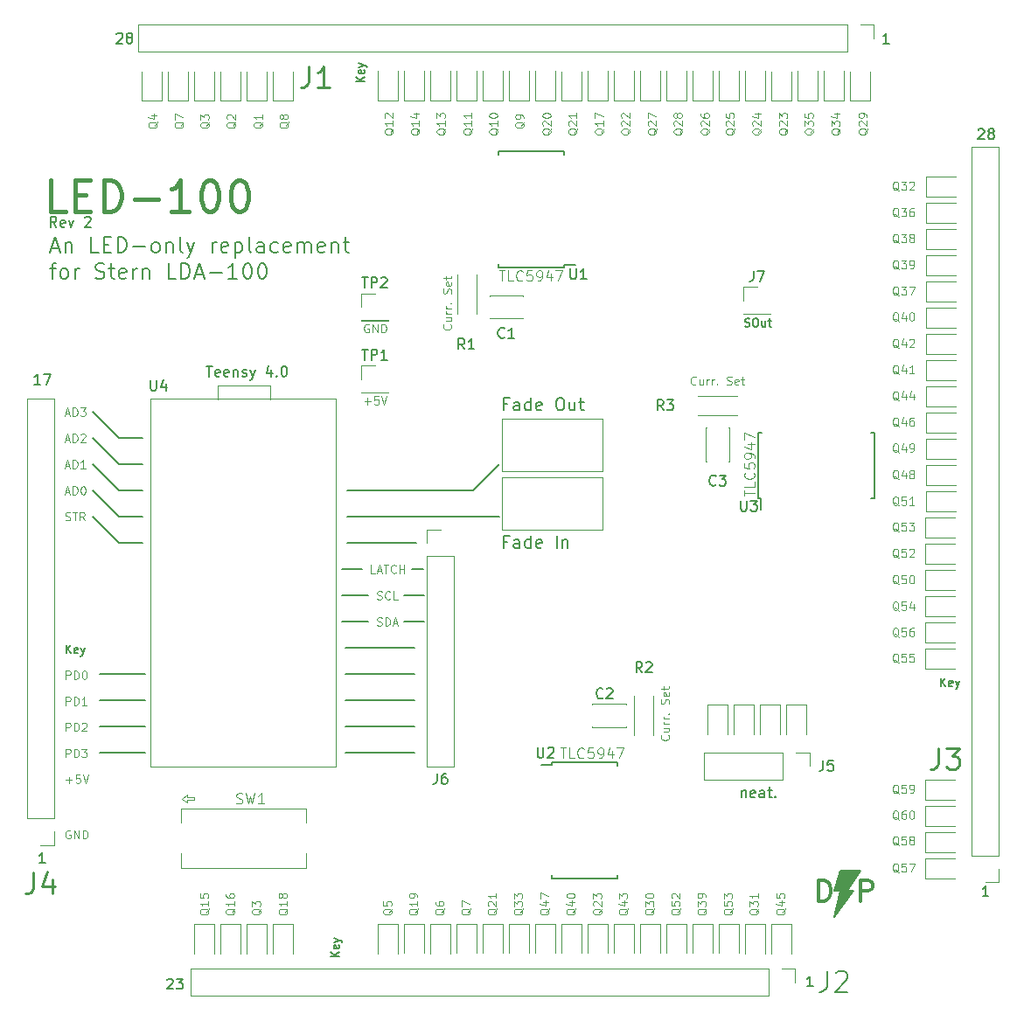
<source format=gbr>
%TF.GenerationSoftware,KiCad,Pcbnew,7.0.7*%
%TF.CreationDate,2025-03-05T11:48:48-06:00*%
%TF.ProjectId,LED-100,4c45442d-3130-4302-9e6b-696361645f70,rev?*%
%TF.SameCoordinates,Original*%
%TF.FileFunction,Legend,Top*%
%TF.FilePolarity,Positive*%
%FSLAX46Y46*%
G04 Gerber Fmt 4.6, Leading zero omitted, Abs format (unit mm)*
G04 Created by KiCad (PCBNEW 7.0.7) date 2025-03-05 11:48:48*
%MOMM*%
%LPD*%
G01*
G04 APERTURE LIST*
%ADD10C,0.150000*%
%ADD11C,0.100000*%
%ADD12C,0.160000*%
%ADD13C,0.200000*%
%ADD14C,0.300000*%
%ADD15C,0.400000*%
%ADD16C,0.250000*%
%ADD17C,0.120000*%
G04 APERTURE END LIST*
D10*
X29210000Y-88265000D02*
X33655000Y-88265000D01*
X58737500Y-80645000D02*
X60642500Y-80645000D01*
X65405000Y-67945000D02*
X67945000Y-65405000D01*
X28575000Y-65405000D02*
X31115000Y-67945000D01*
X53022500Y-83185000D02*
X59690000Y-83185000D01*
D11*
X37719000Y-97917000D02*
X38354000Y-97917000D01*
X37211000Y-97790000D02*
X37719000Y-98171000D01*
D10*
X29210000Y-93345000D02*
X33655000Y-93345000D01*
X31115000Y-70485000D02*
X33401000Y-70485000D01*
X53181250Y-67945000D02*
X65405000Y-67945000D01*
X31115000Y-65405000D02*
X33401000Y-65405000D01*
X53181250Y-70485000D02*
X67945000Y-70485000D01*
X28575000Y-70485000D02*
X31115000Y-73025000D01*
X101600000Y-106680000D02*
X102235000Y-106680000D01*
X100330000Y-109220000D01*
X100965000Y-106680000D01*
X100330000Y-106680000D01*
X100965000Y-104775000D01*
X102870000Y-104775000D01*
X101600000Y-106680000D01*
G36*
X101600000Y-106680000D02*
G01*
X102235000Y-106680000D01*
X100330000Y-109220000D01*
X100965000Y-106680000D01*
X100330000Y-106680000D01*
X100965000Y-104775000D01*
X102870000Y-104775000D01*
X101600000Y-106680000D01*
G37*
X53022500Y-93345000D02*
X59690000Y-93345000D01*
X52705000Y-80645000D02*
X55245000Y-80645000D01*
X28575000Y-60325000D02*
X31115000Y-62865000D01*
X31115000Y-62865000D02*
X33401000Y-62865000D01*
X29210000Y-85725000D02*
X33655000Y-85725000D01*
X52705000Y-75565000D02*
X54610000Y-75565000D01*
X28575000Y-62865000D02*
X31115000Y-65405000D01*
X53022500Y-88265000D02*
X59690000Y-88265000D01*
X31115000Y-73025000D02*
X33401000Y-73025000D01*
D11*
X37719000Y-98171000D02*
X37719000Y-97917000D01*
D10*
X53181250Y-73025000D02*
X59848750Y-73025000D01*
D11*
X37719000Y-97663000D02*
X37719000Y-97409000D01*
D10*
X53022500Y-85725000D02*
X59690000Y-85725000D01*
D11*
X38354000Y-97663000D02*
X37719000Y-97663000D01*
D10*
X52705000Y-78105000D02*
X55245000Y-78105000D01*
X53022500Y-90805000D02*
X59690000Y-90805000D01*
D11*
X38354000Y-97917000D02*
X38354000Y-97663000D01*
D10*
X31115000Y-67945000D02*
X33401000Y-67945000D01*
X29210000Y-90805000D02*
X33655000Y-90805000D01*
X28575000Y-67945000D02*
X31115000Y-70485000D01*
D11*
X37719000Y-97409000D02*
X37211000Y-97790000D01*
D10*
X58737500Y-78105000D02*
X60642500Y-78105000D01*
X59436000Y-75565000D02*
X60579000Y-75565000D01*
D11*
X103587452Y-32865401D02*
X103549357Y-32941591D01*
X103549357Y-32941591D02*
X103473167Y-33017782D01*
X103473167Y-33017782D02*
X103358881Y-33132068D01*
X103358881Y-33132068D02*
X103320786Y-33208258D01*
X103320786Y-33208258D02*
X103320786Y-33284449D01*
X103511262Y-33246353D02*
X103473167Y-33322544D01*
X103473167Y-33322544D02*
X103396976Y-33398734D01*
X103396976Y-33398734D02*
X103244595Y-33436830D01*
X103244595Y-33436830D02*
X102977928Y-33436830D01*
X102977928Y-33436830D02*
X102825547Y-33398734D01*
X102825547Y-33398734D02*
X102749357Y-33322544D01*
X102749357Y-33322544D02*
X102711262Y-33246353D01*
X102711262Y-33246353D02*
X102711262Y-33093972D01*
X102711262Y-33093972D02*
X102749357Y-33017782D01*
X102749357Y-33017782D02*
X102825547Y-32941591D01*
X102825547Y-32941591D02*
X102977928Y-32903496D01*
X102977928Y-32903496D02*
X103244595Y-32903496D01*
X103244595Y-32903496D02*
X103396976Y-32941591D01*
X103396976Y-32941591D02*
X103473167Y-33017782D01*
X103473167Y-33017782D02*
X103511262Y-33093972D01*
X103511262Y-33093972D02*
X103511262Y-33246353D01*
X102787452Y-32598735D02*
X102749357Y-32560639D01*
X102749357Y-32560639D02*
X102711262Y-32484449D01*
X102711262Y-32484449D02*
X102711262Y-32293973D01*
X102711262Y-32293973D02*
X102749357Y-32217782D01*
X102749357Y-32217782D02*
X102787452Y-32179687D01*
X102787452Y-32179687D02*
X102863643Y-32141592D01*
X102863643Y-32141592D02*
X102939833Y-32141592D01*
X102939833Y-32141592D02*
X103054119Y-32179687D01*
X103054119Y-32179687D02*
X103511262Y-32636830D01*
X103511262Y-32636830D02*
X103511262Y-32141592D01*
X103511262Y-31760639D02*
X103511262Y-31608258D01*
X103511262Y-31608258D02*
X103473167Y-31532068D01*
X103473167Y-31532068D02*
X103435071Y-31493972D01*
X103435071Y-31493972D02*
X103320786Y-31417782D01*
X103320786Y-31417782D02*
X103168405Y-31379687D01*
X103168405Y-31379687D02*
X102863643Y-31379687D01*
X102863643Y-31379687D02*
X102787452Y-31417782D01*
X102787452Y-31417782D02*
X102749357Y-31455877D01*
X102749357Y-31455877D02*
X102711262Y-31532068D01*
X102711262Y-31532068D02*
X102711262Y-31684449D01*
X102711262Y-31684449D02*
X102749357Y-31760639D01*
X102749357Y-31760639D02*
X102787452Y-31798734D01*
X102787452Y-31798734D02*
X102863643Y-31836830D01*
X102863643Y-31836830D02*
X103054119Y-31836830D01*
X103054119Y-31836830D02*
X103130309Y-31798734D01*
X103130309Y-31798734D02*
X103168405Y-31760639D01*
X103168405Y-31760639D02*
X103206500Y-31684449D01*
X103206500Y-31684449D02*
X103206500Y-31532068D01*
X103206500Y-31532068D02*
X103168405Y-31455877D01*
X103168405Y-31455877D02*
X103130309Y-31417782D01*
X103130309Y-31417782D02*
X103054119Y-31379687D01*
X25954778Y-93758339D02*
X25954778Y-92958339D01*
X25954778Y-92958339D02*
X26259540Y-92958339D01*
X26259540Y-92958339D02*
X26335730Y-92996434D01*
X26335730Y-92996434D02*
X26373825Y-93034529D01*
X26373825Y-93034529D02*
X26411921Y-93110720D01*
X26411921Y-93110720D02*
X26411921Y-93225005D01*
X26411921Y-93225005D02*
X26373825Y-93301196D01*
X26373825Y-93301196D02*
X26335730Y-93339291D01*
X26335730Y-93339291D02*
X26259540Y-93377386D01*
X26259540Y-93377386D02*
X25954778Y-93377386D01*
X26754778Y-93758339D02*
X26754778Y-92958339D01*
X26754778Y-92958339D02*
X26945254Y-92958339D01*
X26945254Y-92958339D02*
X27059540Y-92996434D01*
X27059540Y-92996434D02*
X27135730Y-93072624D01*
X27135730Y-93072624D02*
X27173825Y-93148815D01*
X27173825Y-93148815D02*
X27211921Y-93301196D01*
X27211921Y-93301196D02*
X27211921Y-93415482D01*
X27211921Y-93415482D02*
X27173825Y-93567863D01*
X27173825Y-93567863D02*
X27135730Y-93644053D01*
X27135730Y-93644053D02*
X27059540Y-93720244D01*
X27059540Y-93720244D02*
X26945254Y-93758339D01*
X26945254Y-93758339D02*
X26754778Y-93758339D01*
X27478587Y-92958339D02*
X27973825Y-92958339D01*
X27973825Y-92958339D02*
X27707159Y-93263101D01*
X27707159Y-93263101D02*
X27821444Y-93263101D01*
X27821444Y-93263101D02*
X27897635Y-93301196D01*
X27897635Y-93301196D02*
X27935730Y-93339291D01*
X27935730Y-93339291D02*
X27973825Y-93415482D01*
X27973825Y-93415482D02*
X27973825Y-93605958D01*
X27973825Y-93605958D02*
X27935730Y-93682148D01*
X27935730Y-93682148D02*
X27897635Y-93720244D01*
X27897635Y-93720244D02*
X27821444Y-93758339D01*
X27821444Y-93758339D02*
X27592873Y-93758339D01*
X27592873Y-93758339D02*
X27516682Y-93720244D01*
X27516682Y-93720244D02*
X27478587Y-93682148D01*
X106605998Y-77009785D02*
X106529808Y-76971690D01*
X106529808Y-76971690D02*
X106453617Y-76895500D01*
X106453617Y-76895500D02*
X106339331Y-76781214D01*
X106339331Y-76781214D02*
X106263141Y-76743119D01*
X106263141Y-76743119D02*
X106186950Y-76743119D01*
X106225046Y-76933595D02*
X106148855Y-76895500D01*
X106148855Y-76895500D02*
X106072665Y-76819309D01*
X106072665Y-76819309D02*
X106034569Y-76666928D01*
X106034569Y-76666928D02*
X106034569Y-76400261D01*
X106034569Y-76400261D02*
X106072665Y-76247880D01*
X106072665Y-76247880D02*
X106148855Y-76171690D01*
X106148855Y-76171690D02*
X106225046Y-76133595D01*
X106225046Y-76133595D02*
X106377427Y-76133595D01*
X106377427Y-76133595D02*
X106453617Y-76171690D01*
X106453617Y-76171690D02*
X106529808Y-76247880D01*
X106529808Y-76247880D02*
X106567903Y-76400261D01*
X106567903Y-76400261D02*
X106567903Y-76666928D01*
X106567903Y-76666928D02*
X106529808Y-76819309D01*
X106529808Y-76819309D02*
X106453617Y-76895500D01*
X106453617Y-76895500D02*
X106377427Y-76933595D01*
X106377427Y-76933595D02*
X106225046Y-76933595D01*
X107291712Y-76133595D02*
X106910760Y-76133595D01*
X106910760Y-76133595D02*
X106872664Y-76514547D01*
X106872664Y-76514547D02*
X106910760Y-76476452D01*
X106910760Y-76476452D02*
X106986950Y-76438357D01*
X106986950Y-76438357D02*
X107177426Y-76438357D01*
X107177426Y-76438357D02*
X107253617Y-76476452D01*
X107253617Y-76476452D02*
X107291712Y-76514547D01*
X107291712Y-76514547D02*
X107329807Y-76590738D01*
X107329807Y-76590738D02*
X107329807Y-76781214D01*
X107329807Y-76781214D02*
X107291712Y-76857404D01*
X107291712Y-76857404D02*
X107253617Y-76895500D01*
X107253617Y-76895500D02*
X107177426Y-76933595D01*
X107177426Y-76933595D02*
X106986950Y-76933595D01*
X106986950Y-76933595D02*
X106910760Y-76895500D01*
X106910760Y-76895500D02*
X106872664Y-76857404D01*
X107825046Y-76133595D02*
X107901236Y-76133595D01*
X107901236Y-76133595D02*
X107977427Y-76171690D01*
X107977427Y-76171690D02*
X108015522Y-76209785D01*
X108015522Y-76209785D02*
X108053617Y-76285976D01*
X108053617Y-76285976D02*
X108091712Y-76438357D01*
X108091712Y-76438357D02*
X108091712Y-76628833D01*
X108091712Y-76628833D02*
X108053617Y-76781214D01*
X108053617Y-76781214D02*
X108015522Y-76857404D01*
X108015522Y-76857404D02*
X107977427Y-76895500D01*
X107977427Y-76895500D02*
X107901236Y-76933595D01*
X107901236Y-76933595D02*
X107825046Y-76933595D01*
X107825046Y-76933595D02*
X107748855Y-76895500D01*
X107748855Y-76895500D02*
X107710760Y-76857404D01*
X107710760Y-76857404D02*
X107672665Y-76781214D01*
X107672665Y-76781214D02*
X107634569Y-76628833D01*
X107634569Y-76628833D02*
X107634569Y-76438357D01*
X107634569Y-76438357D02*
X107672665Y-76285976D01*
X107672665Y-76285976D02*
X107710760Y-76209785D01*
X107710760Y-76209785D02*
X107748855Y-76171690D01*
X107748855Y-76171690D02*
X107825046Y-76133595D01*
X106605998Y-56656628D02*
X106529808Y-56618533D01*
X106529808Y-56618533D02*
X106453617Y-56542343D01*
X106453617Y-56542343D02*
X106339331Y-56428057D01*
X106339331Y-56428057D02*
X106263141Y-56389962D01*
X106263141Y-56389962D02*
X106186950Y-56389962D01*
X106225046Y-56580438D02*
X106148855Y-56542343D01*
X106148855Y-56542343D02*
X106072665Y-56466152D01*
X106072665Y-56466152D02*
X106034569Y-56313771D01*
X106034569Y-56313771D02*
X106034569Y-56047104D01*
X106034569Y-56047104D02*
X106072665Y-55894723D01*
X106072665Y-55894723D02*
X106148855Y-55818533D01*
X106148855Y-55818533D02*
X106225046Y-55780438D01*
X106225046Y-55780438D02*
X106377427Y-55780438D01*
X106377427Y-55780438D02*
X106453617Y-55818533D01*
X106453617Y-55818533D02*
X106529808Y-55894723D01*
X106529808Y-55894723D02*
X106567903Y-56047104D01*
X106567903Y-56047104D02*
X106567903Y-56313771D01*
X106567903Y-56313771D02*
X106529808Y-56466152D01*
X106529808Y-56466152D02*
X106453617Y-56542343D01*
X106453617Y-56542343D02*
X106377427Y-56580438D01*
X106377427Y-56580438D02*
X106225046Y-56580438D01*
X107253617Y-56047104D02*
X107253617Y-56580438D01*
X107063141Y-55742343D02*
X106872664Y-56313771D01*
X106872664Y-56313771D02*
X107367903Y-56313771D01*
X108091712Y-56580438D02*
X107634569Y-56580438D01*
X107863141Y-56580438D02*
X107863141Y-55780438D01*
X107863141Y-55780438D02*
X107786950Y-55894723D01*
X107786950Y-55894723D02*
X107710760Y-55970914D01*
X107710760Y-55970914D02*
X107634569Y-56009009D01*
X106605998Y-84621020D02*
X106529808Y-84582925D01*
X106529808Y-84582925D02*
X106453617Y-84506735D01*
X106453617Y-84506735D02*
X106339331Y-84392449D01*
X106339331Y-84392449D02*
X106263141Y-84354354D01*
X106263141Y-84354354D02*
X106186950Y-84354354D01*
X106225046Y-84544830D02*
X106148855Y-84506735D01*
X106148855Y-84506735D02*
X106072665Y-84430544D01*
X106072665Y-84430544D02*
X106034569Y-84278163D01*
X106034569Y-84278163D02*
X106034569Y-84011496D01*
X106034569Y-84011496D02*
X106072665Y-83859115D01*
X106072665Y-83859115D02*
X106148855Y-83782925D01*
X106148855Y-83782925D02*
X106225046Y-83744830D01*
X106225046Y-83744830D02*
X106377427Y-83744830D01*
X106377427Y-83744830D02*
X106453617Y-83782925D01*
X106453617Y-83782925D02*
X106529808Y-83859115D01*
X106529808Y-83859115D02*
X106567903Y-84011496D01*
X106567903Y-84011496D02*
X106567903Y-84278163D01*
X106567903Y-84278163D02*
X106529808Y-84430544D01*
X106529808Y-84430544D02*
X106453617Y-84506735D01*
X106453617Y-84506735D02*
X106377427Y-84544830D01*
X106377427Y-84544830D02*
X106225046Y-84544830D01*
X107291712Y-83744830D02*
X106910760Y-83744830D01*
X106910760Y-83744830D02*
X106872664Y-84125782D01*
X106872664Y-84125782D02*
X106910760Y-84087687D01*
X106910760Y-84087687D02*
X106986950Y-84049592D01*
X106986950Y-84049592D02*
X107177426Y-84049592D01*
X107177426Y-84049592D02*
X107253617Y-84087687D01*
X107253617Y-84087687D02*
X107291712Y-84125782D01*
X107291712Y-84125782D02*
X107329807Y-84201973D01*
X107329807Y-84201973D02*
X107329807Y-84392449D01*
X107329807Y-84392449D02*
X107291712Y-84468639D01*
X107291712Y-84468639D02*
X107253617Y-84506735D01*
X107253617Y-84506735D02*
X107177426Y-84544830D01*
X107177426Y-84544830D02*
X106986950Y-84544830D01*
X106986950Y-84544830D02*
X106910760Y-84506735D01*
X106910760Y-84506735D02*
X106872664Y-84468639D01*
X108053617Y-83744830D02*
X107672665Y-83744830D01*
X107672665Y-83744830D02*
X107634569Y-84125782D01*
X107634569Y-84125782D02*
X107672665Y-84087687D01*
X107672665Y-84087687D02*
X107748855Y-84049592D01*
X107748855Y-84049592D02*
X107939331Y-84049592D01*
X107939331Y-84049592D02*
X108015522Y-84087687D01*
X108015522Y-84087687D02*
X108053617Y-84125782D01*
X108053617Y-84125782D02*
X108091712Y-84201973D01*
X108091712Y-84201973D02*
X108091712Y-84392449D01*
X108091712Y-84392449D02*
X108053617Y-84468639D01*
X108053617Y-84468639D02*
X108015522Y-84506735D01*
X108015522Y-84506735D02*
X107939331Y-84544830D01*
X107939331Y-84544830D02*
X107748855Y-84544830D01*
X107748855Y-84544830D02*
X107672665Y-84506735D01*
X107672665Y-84506735D02*
X107634569Y-84468639D01*
X70349795Y-32230401D02*
X70311700Y-32306591D01*
X70311700Y-32306591D02*
X70235510Y-32382782D01*
X70235510Y-32382782D02*
X70121224Y-32497068D01*
X70121224Y-32497068D02*
X70083129Y-32573258D01*
X70083129Y-32573258D02*
X70083129Y-32649449D01*
X70273605Y-32611353D02*
X70235510Y-32687544D01*
X70235510Y-32687544D02*
X70159319Y-32763734D01*
X70159319Y-32763734D02*
X70006938Y-32801830D01*
X70006938Y-32801830D02*
X69740271Y-32801830D01*
X69740271Y-32801830D02*
X69587890Y-32763734D01*
X69587890Y-32763734D02*
X69511700Y-32687544D01*
X69511700Y-32687544D02*
X69473605Y-32611353D01*
X69473605Y-32611353D02*
X69473605Y-32458972D01*
X69473605Y-32458972D02*
X69511700Y-32382782D01*
X69511700Y-32382782D02*
X69587890Y-32306591D01*
X69587890Y-32306591D02*
X69740271Y-32268496D01*
X69740271Y-32268496D02*
X70006938Y-32268496D01*
X70006938Y-32268496D02*
X70159319Y-32306591D01*
X70159319Y-32306591D02*
X70235510Y-32382782D01*
X70235510Y-32382782D02*
X70273605Y-32458972D01*
X70273605Y-32458972D02*
X70273605Y-32611353D01*
X70273605Y-31887544D02*
X70273605Y-31735163D01*
X70273605Y-31735163D02*
X70235510Y-31658973D01*
X70235510Y-31658973D02*
X70197414Y-31620877D01*
X70197414Y-31620877D02*
X70083129Y-31544687D01*
X70083129Y-31544687D02*
X69930748Y-31506592D01*
X69930748Y-31506592D02*
X69625986Y-31506592D01*
X69625986Y-31506592D02*
X69549795Y-31544687D01*
X69549795Y-31544687D02*
X69511700Y-31582782D01*
X69511700Y-31582782D02*
X69473605Y-31658973D01*
X69473605Y-31658973D02*
X69473605Y-31811354D01*
X69473605Y-31811354D02*
X69511700Y-31887544D01*
X69511700Y-31887544D02*
X69549795Y-31925639D01*
X69549795Y-31925639D02*
X69625986Y-31963735D01*
X69625986Y-31963735D02*
X69816462Y-31963735D01*
X69816462Y-31963735D02*
X69892652Y-31925639D01*
X69892652Y-31925639D02*
X69930748Y-31887544D01*
X69930748Y-31887544D02*
X69968843Y-31811354D01*
X69968843Y-31811354D02*
X69968843Y-31658973D01*
X69968843Y-31658973D02*
X69930748Y-31582782D01*
X69930748Y-31582782D02*
X69892652Y-31544687D01*
X69892652Y-31544687D02*
X69816462Y-31506592D01*
X25954778Y-88721031D02*
X25954778Y-87921031D01*
X25954778Y-87921031D02*
X26259540Y-87921031D01*
X26259540Y-87921031D02*
X26335730Y-87959126D01*
X26335730Y-87959126D02*
X26373825Y-87997221D01*
X26373825Y-87997221D02*
X26411921Y-88073412D01*
X26411921Y-88073412D02*
X26411921Y-88187697D01*
X26411921Y-88187697D02*
X26373825Y-88263888D01*
X26373825Y-88263888D02*
X26335730Y-88301983D01*
X26335730Y-88301983D02*
X26259540Y-88340078D01*
X26259540Y-88340078D02*
X25954778Y-88340078D01*
X26754778Y-88721031D02*
X26754778Y-87921031D01*
X26754778Y-87921031D02*
X26945254Y-87921031D01*
X26945254Y-87921031D02*
X27059540Y-87959126D01*
X27059540Y-87959126D02*
X27135730Y-88035316D01*
X27135730Y-88035316D02*
X27173825Y-88111507D01*
X27173825Y-88111507D02*
X27211921Y-88263888D01*
X27211921Y-88263888D02*
X27211921Y-88378174D01*
X27211921Y-88378174D02*
X27173825Y-88530555D01*
X27173825Y-88530555D02*
X27135730Y-88606745D01*
X27135730Y-88606745D02*
X27059540Y-88682936D01*
X27059540Y-88682936D02*
X26945254Y-88721031D01*
X26945254Y-88721031D02*
X26754778Y-88721031D01*
X27973825Y-88721031D02*
X27516682Y-88721031D01*
X27745254Y-88721031D02*
X27745254Y-87921031D01*
X27745254Y-87921031D02*
X27669063Y-88035316D01*
X27669063Y-88035316D02*
X27592873Y-88111507D01*
X27592873Y-88111507D02*
X27516682Y-88149602D01*
X93043404Y-108430401D02*
X93005309Y-108506591D01*
X93005309Y-108506591D02*
X92929119Y-108582782D01*
X92929119Y-108582782D02*
X92814833Y-108697068D01*
X92814833Y-108697068D02*
X92776738Y-108773258D01*
X92776738Y-108773258D02*
X92776738Y-108849449D01*
X92967214Y-108811353D02*
X92929119Y-108887544D01*
X92929119Y-108887544D02*
X92852928Y-108963734D01*
X92852928Y-108963734D02*
X92700547Y-109001830D01*
X92700547Y-109001830D02*
X92433880Y-109001830D01*
X92433880Y-109001830D02*
X92281499Y-108963734D01*
X92281499Y-108963734D02*
X92205309Y-108887544D01*
X92205309Y-108887544D02*
X92167214Y-108811353D01*
X92167214Y-108811353D02*
X92167214Y-108658972D01*
X92167214Y-108658972D02*
X92205309Y-108582782D01*
X92205309Y-108582782D02*
X92281499Y-108506591D01*
X92281499Y-108506591D02*
X92433880Y-108468496D01*
X92433880Y-108468496D02*
X92700547Y-108468496D01*
X92700547Y-108468496D02*
X92852928Y-108506591D01*
X92852928Y-108506591D02*
X92929119Y-108582782D01*
X92929119Y-108582782D02*
X92967214Y-108658972D01*
X92967214Y-108658972D02*
X92967214Y-108811353D01*
X92167214Y-108201830D02*
X92167214Y-107706592D01*
X92167214Y-107706592D02*
X92471976Y-107973258D01*
X92471976Y-107973258D02*
X92471976Y-107858973D01*
X92471976Y-107858973D02*
X92510071Y-107782782D01*
X92510071Y-107782782D02*
X92548166Y-107744687D01*
X92548166Y-107744687D02*
X92624357Y-107706592D01*
X92624357Y-107706592D02*
X92814833Y-107706592D01*
X92814833Y-107706592D02*
X92891023Y-107744687D01*
X92891023Y-107744687D02*
X92929119Y-107782782D01*
X92929119Y-107782782D02*
X92967214Y-107858973D01*
X92967214Y-107858973D02*
X92967214Y-108087544D01*
X92967214Y-108087544D02*
X92929119Y-108163735D01*
X92929119Y-108163735D02*
X92891023Y-108201830D01*
X92967214Y-106944687D02*
X92967214Y-107401830D01*
X92967214Y-107173258D02*
X92167214Y-107173258D01*
X92167214Y-107173258D02*
X92281499Y-107249449D01*
X92281499Y-107249449D02*
X92357690Y-107325639D01*
X92357690Y-107325639D02*
X92395785Y-107401830D01*
X25954778Y-86202377D02*
X25954778Y-85402377D01*
X25954778Y-85402377D02*
X26259540Y-85402377D01*
X26259540Y-85402377D02*
X26335730Y-85440472D01*
X26335730Y-85440472D02*
X26373825Y-85478567D01*
X26373825Y-85478567D02*
X26411921Y-85554758D01*
X26411921Y-85554758D02*
X26411921Y-85669043D01*
X26411921Y-85669043D02*
X26373825Y-85745234D01*
X26373825Y-85745234D02*
X26335730Y-85783329D01*
X26335730Y-85783329D02*
X26259540Y-85821424D01*
X26259540Y-85821424D02*
X25954778Y-85821424D01*
X26754778Y-86202377D02*
X26754778Y-85402377D01*
X26754778Y-85402377D02*
X26945254Y-85402377D01*
X26945254Y-85402377D02*
X27059540Y-85440472D01*
X27059540Y-85440472D02*
X27135730Y-85516662D01*
X27135730Y-85516662D02*
X27173825Y-85592853D01*
X27173825Y-85592853D02*
X27211921Y-85745234D01*
X27211921Y-85745234D02*
X27211921Y-85859520D01*
X27211921Y-85859520D02*
X27173825Y-86011901D01*
X27173825Y-86011901D02*
X27135730Y-86088091D01*
X27135730Y-86088091D02*
X27059540Y-86164282D01*
X27059540Y-86164282D02*
X26945254Y-86202377D01*
X26945254Y-86202377D02*
X26754778Y-86202377D01*
X27707159Y-85402377D02*
X27783349Y-85402377D01*
X27783349Y-85402377D02*
X27859540Y-85440472D01*
X27859540Y-85440472D02*
X27897635Y-85478567D01*
X27897635Y-85478567D02*
X27935730Y-85554758D01*
X27935730Y-85554758D02*
X27973825Y-85707139D01*
X27973825Y-85707139D02*
X27973825Y-85897615D01*
X27973825Y-85897615D02*
X27935730Y-86049996D01*
X27935730Y-86049996D02*
X27897635Y-86126186D01*
X27897635Y-86126186D02*
X27859540Y-86164282D01*
X27859540Y-86164282D02*
X27783349Y-86202377D01*
X27783349Y-86202377D02*
X27707159Y-86202377D01*
X27707159Y-86202377D02*
X27630968Y-86164282D01*
X27630968Y-86164282D02*
X27592873Y-86126186D01*
X27592873Y-86126186D02*
X27554778Y-86049996D01*
X27554778Y-86049996D02*
X27516682Y-85897615D01*
X27516682Y-85897615D02*
X27516682Y-85707139D01*
X27516682Y-85707139D02*
X27554778Y-85554758D01*
X27554778Y-85554758D02*
X27592873Y-85478567D01*
X27592873Y-85478567D02*
X27630968Y-85440472D01*
X27630968Y-85440472D02*
X27707159Y-85402377D01*
X90725203Y-32865401D02*
X90687108Y-32941591D01*
X90687108Y-32941591D02*
X90610918Y-33017782D01*
X90610918Y-33017782D02*
X90496632Y-33132068D01*
X90496632Y-33132068D02*
X90458537Y-33208258D01*
X90458537Y-33208258D02*
X90458537Y-33284449D01*
X90649013Y-33246353D02*
X90610918Y-33322544D01*
X90610918Y-33322544D02*
X90534727Y-33398734D01*
X90534727Y-33398734D02*
X90382346Y-33436830D01*
X90382346Y-33436830D02*
X90115679Y-33436830D01*
X90115679Y-33436830D02*
X89963298Y-33398734D01*
X89963298Y-33398734D02*
X89887108Y-33322544D01*
X89887108Y-33322544D02*
X89849013Y-33246353D01*
X89849013Y-33246353D02*
X89849013Y-33093972D01*
X89849013Y-33093972D02*
X89887108Y-33017782D01*
X89887108Y-33017782D02*
X89963298Y-32941591D01*
X89963298Y-32941591D02*
X90115679Y-32903496D01*
X90115679Y-32903496D02*
X90382346Y-32903496D01*
X90382346Y-32903496D02*
X90534727Y-32941591D01*
X90534727Y-32941591D02*
X90610918Y-33017782D01*
X90610918Y-33017782D02*
X90649013Y-33093972D01*
X90649013Y-33093972D02*
X90649013Y-33246353D01*
X89925203Y-32598735D02*
X89887108Y-32560639D01*
X89887108Y-32560639D02*
X89849013Y-32484449D01*
X89849013Y-32484449D02*
X89849013Y-32293973D01*
X89849013Y-32293973D02*
X89887108Y-32217782D01*
X89887108Y-32217782D02*
X89925203Y-32179687D01*
X89925203Y-32179687D02*
X90001394Y-32141592D01*
X90001394Y-32141592D02*
X90077584Y-32141592D01*
X90077584Y-32141592D02*
X90191870Y-32179687D01*
X90191870Y-32179687D02*
X90649013Y-32636830D01*
X90649013Y-32636830D02*
X90649013Y-32141592D01*
X89849013Y-31417782D02*
X89849013Y-31798734D01*
X89849013Y-31798734D02*
X90229965Y-31836830D01*
X90229965Y-31836830D02*
X90191870Y-31798734D01*
X90191870Y-31798734D02*
X90153775Y-31722544D01*
X90153775Y-31722544D02*
X90153775Y-31532068D01*
X90153775Y-31532068D02*
X90191870Y-31455877D01*
X90191870Y-31455877D02*
X90229965Y-31417782D01*
X90229965Y-31417782D02*
X90306156Y-31379687D01*
X90306156Y-31379687D02*
X90496632Y-31379687D01*
X90496632Y-31379687D02*
X90572822Y-31417782D01*
X90572822Y-31417782D02*
X90610918Y-31455877D01*
X90610918Y-31455877D02*
X90649013Y-31532068D01*
X90649013Y-31532068D02*
X90649013Y-31722544D01*
X90649013Y-31722544D02*
X90610918Y-31798734D01*
X90610918Y-31798734D02*
X90572822Y-31836830D01*
X25916682Y-68080528D02*
X26297635Y-68080528D01*
X25840492Y-68309100D02*
X26107159Y-67509100D01*
X26107159Y-67509100D02*
X26373825Y-68309100D01*
X26640492Y-68309100D02*
X26640492Y-67509100D01*
X26640492Y-67509100D02*
X26830968Y-67509100D01*
X26830968Y-67509100D02*
X26945254Y-67547195D01*
X26945254Y-67547195D02*
X27021444Y-67623385D01*
X27021444Y-67623385D02*
X27059539Y-67699576D01*
X27059539Y-67699576D02*
X27097635Y-67851957D01*
X27097635Y-67851957D02*
X27097635Y-67966243D01*
X27097635Y-67966243D02*
X27059539Y-68118624D01*
X27059539Y-68118624D02*
X27021444Y-68194814D01*
X27021444Y-68194814D02*
X26945254Y-68271005D01*
X26945254Y-68271005D02*
X26830968Y-68309100D01*
X26830968Y-68309100D02*
X26640492Y-68309100D01*
X27592873Y-67509100D02*
X27669063Y-67509100D01*
X27669063Y-67509100D02*
X27745254Y-67547195D01*
X27745254Y-67547195D02*
X27783349Y-67585290D01*
X27783349Y-67585290D02*
X27821444Y-67661481D01*
X27821444Y-67661481D02*
X27859539Y-67813862D01*
X27859539Y-67813862D02*
X27859539Y-68004338D01*
X27859539Y-68004338D02*
X27821444Y-68156719D01*
X27821444Y-68156719D02*
X27783349Y-68232909D01*
X27783349Y-68232909D02*
X27745254Y-68271005D01*
X27745254Y-68271005D02*
X27669063Y-68309100D01*
X27669063Y-68309100D02*
X27592873Y-68309100D01*
X27592873Y-68309100D02*
X27516682Y-68271005D01*
X27516682Y-68271005D02*
X27478587Y-68232909D01*
X27478587Y-68232909D02*
X27440492Y-68156719D01*
X27440492Y-68156719D02*
X27402396Y-68004338D01*
X27402396Y-68004338D02*
X27402396Y-67813862D01*
X27402396Y-67813862D02*
X27440492Y-67661481D01*
X27440492Y-67661481D02*
X27478587Y-67585290D01*
X27478587Y-67585290D02*
X27516682Y-67547195D01*
X27516682Y-67547195D02*
X27592873Y-67509100D01*
D10*
X25038207Y-42414819D02*
X24704874Y-41938628D01*
X24466779Y-42414819D02*
X24466779Y-41414819D01*
X24466779Y-41414819D02*
X24847731Y-41414819D01*
X24847731Y-41414819D02*
X24942969Y-41462438D01*
X24942969Y-41462438D02*
X24990588Y-41510057D01*
X24990588Y-41510057D02*
X25038207Y-41605295D01*
X25038207Y-41605295D02*
X25038207Y-41748152D01*
X25038207Y-41748152D02*
X24990588Y-41843390D01*
X24990588Y-41843390D02*
X24942969Y-41891009D01*
X24942969Y-41891009D02*
X24847731Y-41938628D01*
X24847731Y-41938628D02*
X24466779Y-41938628D01*
X25847731Y-42367200D02*
X25752493Y-42414819D01*
X25752493Y-42414819D02*
X25562017Y-42414819D01*
X25562017Y-42414819D02*
X25466779Y-42367200D01*
X25466779Y-42367200D02*
X25419160Y-42271961D01*
X25419160Y-42271961D02*
X25419160Y-41891009D01*
X25419160Y-41891009D02*
X25466779Y-41795771D01*
X25466779Y-41795771D02*
X25562017Y-41748152D01*
X25562017Y-41748152D02*
X25752493Y-41748152D01*
X25752493Y-41748152D02*
X25847731Y-41795771D01*
X25847731Y-41795771D02*
X25895350Y-41891009D01*
X25895350Y-41891009D02*
X25895350Y-41986247D01*
X25895350Y-41986247D02*
X25419160Y-42081485D01*
X26228684Y-41748152D02*
X26466779Y-42414819D01*
X26466779Y-42414819D02*
X26704874Y-41748152D01*
X27800113Y-41510057D02*
X27847732Y-41462438D01*
X27847732Y-41462438D02*
X27942970Y-41414819D01*
X27942970Y-41414819D02*
X28181065Y-41414819D01*
X28181065Y-41414819D02*
X28276303Y-41462438D01*
X28276303Y-41462438D02*
X28323922Y-41510057D01*
X28323922Y-41510057D02*
X28371541Y-41605295D01*
X28371541Y-41605295D02*
X28371541Y-41700533D01*
X28371541Y-41700533D02*
X28323922Y-41843390D01*
X28323922Y-41843390D02*
X27752494Y-42414819D01*
X27752494Y-42414819D02*
X28371541Y-42414819D01*
D11*
X39824594Y-108430401D02*
X39786499Y-108506591D01*
X39786499Y-108506591D02*
X39710309Y-108582782D01*
X39710309Y-108582782D02*
X39596023Y-108697068D01*
X39596023Y-108697068D02*
X39557928Y-108773258D01*
X39557928Y-108773258D02*
X39557928Y-108849449D01*
X39748404Y-108811353D02*
X39710309Y-108887544D01*
X39710309Y-108887544D02*
X39634118Y-108963734D01*
X39634118Y-108963734D02*
X39481737Y-109001830D01*
X39481737Y-109001830D02*
X39215070Y-109001830D01*
X39215070Y-109001830D02*
X39062689Y-108963734D01*
X39062689Y-108963734D02*
X38986499Y-108887544D01*
X38986499Y-108887544D02*
X38948404Y-108811353D01*
X38948404Y-108811353D02*
X38948404Y-108658972D01*
X38948404Y-108658972D02*
X38986499Y-108582782D01*
X38986499Y-108582782D02*
X39062689Y-108506591D01*
X39062689Y-108506591D02*
X39215070Y-108468496D01*
X39215070Y-108468496D02*
X39481737Y-108468496D01*
X39481737Y-108468496D02*
X39634118Y-108506591D01*
X39634118Y-108506591D02*
X39710309Y-108582782D01*
X39710309Y-108582782D02*
X39748404Y-108658972D01*
X39748404Y-108658972D02*
X39748404Y-108811353D01*
X39748404Y-107706592D02*
X39748404Y-108163735D01*
X39748404Y-107935163D02*
X38948404Y-107935163D01*
X38948404Y-107935163D02*
X39062689Y-108011354D01*
X39062689Y-108011354D02*
X39138880Y-108087544D01*
X39138880Y-108087544D02*
X39176975Y-108163735D01*
X38948404Y-106982782D02*
X38948404Y-107363734D01*
X38948404Y-107363734D02*
X39329356Y-107401830D01*
X39329356Y-107401830D02*
X39291261Y-107363734D01*
X39291261Y-107363734D02*
X39253166Y-107287544D01*
X39253166Y-107287544D02*
X39253166Y-107097068D01*
X39253166Y-107097068D02*
X39291261Y-107020877D01*
X39291261Y-107020877D02*
X39329356Y-106982782D01*
X39329356Y-106982782D02*
X39405547Y-106944687D01*
X39405547Y-106944687D02*
X39596023Y-106944687D01*
X39596023Y-106944687D02*
X39672213Y-106982782D01*
X39672213Y-106982782D02*
X39710309Y-107020877D01*
X39710309Y-107020877D02*
X39748404Y-107097068D01*
X39748404Y-107097068D02*
X39748404Y-107287544D01*
X39748404Y-107287544D02*
X39710309Y-107363734D01*
X39710309Y-107363734D02*
X39672213Y-107401830D01*
X62613327Y-108430401D02*
X62575232Y-108506591D01*
X62575232Y-108506591D02*
X62499042Y-108582782D01*
X62499042Y-108582782D02*
X62384756Y-108697068D01*
X62384756Y-108697068D02*
X62346661Y-108773258D01*
X62346661Y-108773258D02*
X62346661Y-108849449D01*
X62537137Y-108811353D02*
X62499042Y-108887544D01*
X62499042Y-108887544D02*
X62422851Y-108963734D01*
X62422851Y-108963734D02*
X62270470Y-109001830D01*
X62270470Y-109001830D02*
X62003803Y-109001830D01*
X62003803Y-109001830D02*
X61851422Y-108963734D01*
X61851422Y-108963734D02*
X61775232Y-108887544D01*
X61775232Y-108887544D02*
X61737137Y-108811353D01*
X61737137Y-108811353D02*
X61737137Y-108658972D01*
X61737137Y-108658972D02*
X61775232Y-108582782D01*
X61775232Y-108582782D02*
X61851422Y-108506591D01*
X61851422Y-108506591D02*
X62003803Y-108468496D01*
X62003803Y-108468496D02*
X62270470Y-108468496D01*
X62270470Y-108468496D02*
X62422851Y-108506591D01*
X62422851Y-108506591D02*
X62499042Y-108582782D01*
X62499042Y-108582782D02*
X62537137Y-108658972D01*
X62537137Y-108658972D02*
X62537137Y-108811353D01*
X61737137Y-107782782D02*
X61737137Y-107935163D01*
X61737137Y-107935163D02*
X61775232Y-108011354D01*
X61775232Y-108011354D02*
X61813327Y-108049449D01*
X61813327Y-108049449D02*
X61927613Y-108125639D01*
X61927613Y-108125639D02*
X62079994Y-108163735D01*
X62079994Y-108163735D02*
X62384756Y-108163735D01*
X62384756Y-108163735D02*
X62460946Y-108125639D01*
X62460946Y-108125639D02*
X62499042Y-108087544D01*
X62499042Y-108087544D02*
X62537137Y-108011354D01*
X62537137Y-108011354D02*
X62537137Y-107858973D01*
X62537137Y-107858973D02*
X62499042Y-107782782D01*
X62499042Y-107782782D02*
X62460946Y-107744687D01*
X62460946Y-107744687D02*
X62384756Y-107706592D01*
X62384756Y-107706592D02*
X62194280Y-107706592D01*
X62194280Y-107706592D02*
X62118089Y-107744687D01*
X62118089Y-107744687D02*
X62079994Y-107782782D01*
X62079994Y-107782782D02*
X62041899Y-107858973D01*
X62041899Y-107858973D02*
X62041899Y-108011354D01*
X62041899Y-108011354D02*
X62079994Y-108087544D01*
X62079994Y-108087544D02*
X62118089Y-108125639D01*
X62118089Y-108125639D02*
X62194280Y-108163735D01*
X25916682Y-60491359D02*
X26297635Y-60491359D01*
X25840492Y-60719931D02*
X26107159Y-59919931D01*
X26107159Y-59919931D02*
X26373825Y-60719931D01*
X26640492Y-60719931D02*
X26640492Y-59919931D01*
X26640492Y-59919931D02*
X26830968Y-59919931D01*
X26830968Y-59919931D02*
X26945254Y-59958026D01*
X26945254Y-59958026D02*
X27021444Y-60034216D01*
X27021444Y-60034216D02*
X27059539Y-60110407D01*
X27059539Y-60110407D02*
X27097635Y-60262788D01*
X27097635Y-60262788D02*
X27097635Y-60377074D01*
X27097635Y-60377074D02*
X27059539Y-60529455D01*
X27059539Y-60529455D02*
X27021444Y-60605645D01*
X27021444Y-60605645D02*
X26945254Y-60681836D01*
X26945254Y-60681836D02*
X26830968Y-60719931D01*
X26830968Y-60719931D02*
X26640492Y-60719931D01*
X27364301Y-59919931D02*
X27859539Y-59919931D01*
X27859539Y-59919931D02*
X27592873Y-60224693D01*
X27592873Y-60224693D02*
X27707158Y-60224693D01*
X27707158Y-60224693D02*
X27783349Y-60262788D01*
X27783349Y-60262788D02*
X27821444Y-60300883D01*
X27821444Y-60300883D02*
X27859539Y-60377074D01*
X27859539Y-60377074D02*
X27859539Y-60567550D01*
X27859539Y-60567550D02*
X27821444Y-60643740D01*
X27821444Y-60643740D02*
X27783349Y-60681836D01*
X27783349Y-60681836D02*
X27707158Y-60719931D01*
X27707158Y-60719931D02*
X27478587Y-60719931D01*
X27478587Y-60719931D02*
X27402396Y-60681836D01*
X27402396Y-60681836D02*
X27364301Y-60643740D01*
X60215300Y-32865401D02*
X60177205Y-32941591D01*
X60177205Y-32941591D02*
X60101015Y-33017782D01*
X60101015Y-33017782D02*
X59986729Y-33132068D01*
X59986729Y-33132068D02*
X59948634Y-33208258D01*
X59948634Y-33208258D02*
X59948634Y-33284449D01*
X60139110Y-33246353D02*
X60101015Y-33322544D01*
X60101015Y-33322544D02*
X60024824Y-33398734D01*
X60024824Y-33398734D02*
X59872443Y-33436830D01*
X59872443Y-33436830D02*
X59605776Y-33436830D01*
X59605776Y-33436830D02*
X59453395Y-33398734D01*
X59453395Y-33398734D02*
X59377205Y-33322544D01*
X59377205Y-33322544D02*
X59339110Y-33246353D01*
X59339110Y-33246353D02*
X59339110Y-33093972D01*
X59339110Y-33093972D02*
X59377205Y-33017782D01*
X59377205Y-33017782D02*
X59453395Y-32941591D01*
X59453395Y-32941591D02*
X59605776Y-32903496D01*
X59605776Y-32903496D02*
X59872443Y-32903496D01*
X59872443Y-32903496D02*
X60024824Y-32941591D01*
X60024824Y-32941591D02*
X60101015Y-33017782D01*
X60101015Y-33017782D02*
X60139110Y-33093972D01*
X60139110Y-33093972D02*
X60139110Y-33246353D01*
X60139110Y-32141592D02*
X60139110Y-32598735D01*
X60139110Y-32370163D02*
X59339110Y-32370163D01*
X59339110Y-32370163D02*
X59453395Y-32446354D01*
X59453395Y-32446354D02*
X59529586Y-32522544D01*
X59529586Y-32522544D02*
X59567681Y-32598735D01*
X59605776Y-31455877D02*
X60139110Y-31455877D01*
X59301015Y-31646353D02*
X59872443Y-31836830D01*
X59872443Y-31836830D02*
X59872443Y-31341591D01*
X106605998Y-82116837D02*
X106529808Y-82078742D01*
X106529808Y-82078742D02*
X106453617Y-82002552D01*
X106453617Y-82002552D02*
X106339331Y-81888266D01*
X106339331Y-81888266D02*
X106263141Y-81850171D01*
X106263141Y-81850171D02*
X106186950Y-81850171D01*
X106225046Y-82040647D02*
X106148855Y-82002552D01*
X106148855Y-82002552D02*
X106072665Y-81926361D01*
X106072665Y-81926361D02*
X106034569Y-81773980D01*
X106034569Y-81773980D02*
X106034569Y-81507313D01*
X106034569Y-81507313D02*
X106072665Y-81354932D01*
X106072665Y-81354932D02*
X106148855Y-81278742D01*
X106148855Y-81278742D02*
X106225046Y-81240647D01*
X106225046Y-81240647D02*
X106377427Y-81240647D01*
X106377427Y-81240647D02*
X106453617Y-81278742D01*
X106453617Y-81278742D02*
X106529808Y-81354932D01*
X106529808Y-81354932D02*
X106567903Y-81507313D01*
X106567903Y-81507313D02*
X106567903Y-81773980D01*
X106567903Y-81773980D02*
X106529808Y-81926361D01*
X106529808Y-81926361D02*
X106453617Y-82002552D01*
X106453617Y-82002552D02*
X106377427Y-82040647D01*
X106377427Y-82040647D02*
X106225046Y-82040647D01*
X107291712Y-81240647D02*
X106910760Y-81240647D01*
X106910760Y-81240647D02*
X106872664Y-81621599D01*
X106872664Y-81621599D02*
X106910760Y-81583504D01*
X106910760Y-81583504D02*
X106986950Y-81545409D01*
X106986950Y-81545409D02*
X107177426Y-81545409D01*
X107177426Y-81545409D02*
X107253617Y-81583504D01*
X107253617Y-81583504D02*
X107291712Y-81621599D01*
X107291712Y-81621599D02*
X107329807Y-81697790D01*
X107329807Y-81697790D02*
X107329807Y-81888266D01*
X107329807Y-81888266D02*
X107291712Y-81964456D01*
X107291712Y-81964456D02*
X107253617Y-82002552D01*
X107253617Y-82002552D02*
X107177426Y-82040647D01*
X107177426Y-82040647D02*
X106986950Y-82040647D01*
X106986950Y-82040647D02*
X106910760Y-82002552D01*
X106910760Y-82002552D02*
X106872664Y-81964456D01*
X108015522Y-81240647D02*
X107863141Y-81240647D01*
X107863141Y-81240647D02*
X107786950Y-81278742D01*
X107786950Y-81278742D02*
X107748855Y-81316837D01*
X107748855Y-81316837D02*
X107672665Y-81431123D01*
X107672665Y-81431123D02*
X107634569Y-81583504D01*
X107634569Y-81583504D02*
X107634569Y-81888266D01*
X107634569Y-81888266D02*
X107672665Y-81964456D01*
X107672665Y-81964456D02*
X107710760Y-82002552D01*
X107710760Y-82002552D02*
X107786950Y-82040647D01*
X107786950Y-82040647D02*
X107939331Y-82040647D01*
X107939331Y-82040647D02*
X108015522Y-82002552D01*
X108015522Y-82002552D02*
X108053617Y-81964456D01*
X108053617Y-81964456D02*
X108091712Y-81888266D01*
X108091712Y-81888266D02*
X108091712Y-81697790D01*
X108091712Y-81697790D02*
X108053617Y-81621599D01*
X108053617Y-81621599D02*
X108015522Y-81583504D01*
X108015522Y-81583504D02*
X107939331Y-81545409D01*
X107939331Y-81545409D02*
X107786950Y-81545409D01*
X107786950Y-81545409D02*
X107710760Y-81583504D01*
X107710760Y-81583504D02*
X107672665Y-81621599D01*
X107672665Y-81621599D02*
X107634569Y-81697790D01*
X106605998Y-102286526D02*
X106529808Y-102248431D01*
X106529808Y-102248431D02*
X106453617Y-102172241D01*
X106453617Y-102172241D02*
X106339331Y-102057955D01*
X106339331Y-102057955D02*
X106263141Y-102019860D01*
X106263141Y-102019860D02*
X106186950Y-102019860D01*
X106225046Y-102210336D02*
X106148855Y-102172241D01*
X106148855Y-102172241D02*
X106072665Y-102096050D01*
X106072665Y-102096050D02*
X106034569Y-101943669D01*
X106034569Y-101943669D02*
X106034569Y-101677002D01*
X106034569Y-101677002D02*
X106072665Y-101524621D01*
X106072665Y-101524621D02*
X106148855Y-101448431D01*
X106148855Y-101448431D02*
X106225046Y-101410336D01*
X106225046Y-101410336D02*
X106377427Y-101410336D01*
X106377427Y-101410336D02*
X106453617Y-101448431D01*
X106453617Y-101448431D02*
X106529808Y-101524621D01*
X106529808Y-101524621D02*
X106567903Y-101677002D01*
X106567903Y-101677002D02*
X106567903Y-101943669D01*
X106567903Y-101943669D02*
X106529808Y-102096050D01*
X106529808Y-102096050D02*
X106453617Y-102172241D01*
X106453617Y-102172241D02*
X106377427Y-102210336D01*
X106377427Y-102210336D02*
X106225046Y-102210336D01*
X107291712Y-101410336D02*
X106910760Y-101410336D01*
X106910760Y-101410336D02*
X106872664Y-101791288D01*
X106872664Y-101791288D02*
X106910760Y-101753193D01*
X106910760Y-101753193D02*
X106986950Y-101715098D01*
X106986950Y-101715098D02*
X107177426Y-101715098D01*
X107177426Y-101715098D02*
X107253617Y-101753193D01*
X107253617Y-101753193D02*
X107291712Y-101791288D01*
X107291712Y-101791288D02*
X107329807Y-101867479D01*
X107329807Y-101867479D02*
X107329807Y-102057955D01*
X107329807Y-102057955D02*
X107291712Y-102134145D01*
X107291712Y-102134145D02*
X107253617Y-102172241D01*
X107253617Y-102172241D02*
X107177426Y-102210336D01*
X107177426Y-102210336D02*
X106986950Y-102210336D01*
X106986950Y-102210336D02*
X106910760Y-102172241D01*
X106910760Y-102172241D02*
X106872664Y-102134145D01*
X107786950Y-101753193D02*
X107710760Y-101715098D01*
X107710760Y-101715098D02*
X107672665Y-101677002D01*
X107672665Y-101677002D02*
X107634569Y-101600812D01*
X107634569Y-101600812D02*
X107634569Y-101562717D01*
X107634569Y-101562717D02*
X107672665Y-101486526D01*
X107672665Y-101486526D02*
X107710760Y-101448431D01*
X107710760Y-101448431D02*
X107786950Y-101410336D01*
X107786950Y-101410336D02*
X107939331Y-101410336D01*
X107939331Y-101410336D02*
X108015522Y-101448431D01*
X108015522Y-101448431D02*
X108053617Y-101486526D01*
X108053617Y-101486526D02*
X108091712Y-101562717D01*
X108091712Y-101562717D02*
X108091712Y-101600812D01*
X108091712Y-101600812D02*
X108053617Y-101677002D01*
X108053617Y-101677002D02*
X108015522Y-101715098D01*
X108015522Y-101715098D02*
X107939331Y-101753193D01*
X107939331Y-101753193D02*
X107786950Y-101753193D01*
X107786950Y-101753193D02*
X107710760Y-101791288D01*
X107710760Y-101791288D02*
X107672665Y-101829383D01*
X107672665Y-101829383D02*
X107634569Y-101905574D01*
X107634569Y-101905574D02*
X107634569Y-102057955D01*
X107634569Y-102057955D02*
X107672665Y-102134145D01*
X107672665Y-102134145D02*
X107710760Y-102172241D01*
X107710760Y-102172241D02*
X107786950Y-102210336D01*
X107786950Y-102210336D02*
X107939331Y-102210336D01*
X107939331Y-102210336D02*
X108015522Y-102172241D01*
X108015522Y-102172241D02*
X108053617Y-102134145D01*
X108053617Y-102134145D02*
X108091712Y-102057955D01*
X108091712Y-102057955D02*
X108091712Y-101905574D01*
X108091712Y-101905574D02*
X108053617Y-101829383D01*
X108053617Y-101829383D02*
X108015522Y-101791288D01*
X108015522Y-101791288D02*
X107939331Y-101753193D01*
D12*
X25994252Y-83713775D02*
X25994252Y-82913775D01*
X26451395Y-83713775D02*
X26108537Y-83256632D01*
X26451395Y-82913775D02*
X25994252Y-83370918D01*
X27099014Y-83675680D02*
X27022823Y-83713775D01*
X27022823Y-83713775D02*
X26870442Y-83713775D01*
X26870442Y-83713775D02*
X26794252Y-83675680D01*
X26794252Y-83675680D02*
X26756156Y-83599489D01*
X26756156Y-83599489D02*
X26756156Y-83294727D01*
X26756156Y-83294727D02*
X26794252Y-83218537D01*
X26794252Y-83218537D02*
X26870442Y-83180441D01*
X26870442Y-83180441D02*
X27022823Y-83180441D01*
X27022823Y-83180441D02*
X27099014Y-83218537D01*
X27099014Y-83218537D02*
X27137109Y-83294727D01*
X27137109Y-83294727D02*
X27137109Y-83370918D01*
X27137109Y-83370918D02*
X26756156Y-83447108D01*
X27403775Y-83180441D02*
X27594251Y-83713775D01*
X27784728Y-83180441D02*
X27594251Y-83713775D01*
X27594251Y-83713775D02*
X27518061Y-83904251D01*
X27518061Y-83904251D02*
X27479966Y-83942346D01*
X27479966Y-83942346D02*
X27403775Y-83980441D01*
D11*
X90550534Y-108430401D02*
X90512439Y-108506591D01*
X90512439Y-108506591D02*
X90436249Y-108582782D01*
X90436249Y-108582782D02*
X90321963Y-108697068D01*
X90321963Y-108697068D02*
X90283868Y-108773258D01*
X90283868Y-108773258D02*
X90283868Y-108849449D01*
X90474344Y-108811353D02*
X90436249Y-108887544D01*
X90436249Y-108887544D02*
X90360058Y-108963734D01*
X90360058Y-108963734D02*
X90207677Y-109001830D01*
X90207677Y-109001830D02*
X89941010Y-109001830D01*
X89941010Y-109001830D02*
X89788629Y-108963734D01*
X89788629Y-108963734D02*
X89712439Y-108887544D01*
X89712439Y-108887544D02*
X89674344Y-108811353D01*
X89674344Y-108811353D02*
X89674344Y-108658972D01*
X89674344Y-108658972D02*
X89712439Y-108582782D01*
X89712439Y-108582782D02*
X89788629Y-108506591D01*
X89788629Y-108506591D02*
X89941010Y-108468496D01*
X89941010Y-108468496D02*
X90207677Y-108468496D01*
X90207677Y-108468496D02*
X90360058Y-108506591D01*
X90360058Y-108506591D02*
X90436249Y-108582782D01*
X90436249Y-108582782D02*
X90474344Y-108658972D01*
X90474344Y-108658972D02*
X90474344Y-108811353D01*
X89674344Y-107744687D02*
X89674344Y-108125639D01*
X89674344Y-108125639D02*
X90055296Y-108163735D01*
X90055296Y-108163735D02*
X90017201Y-108125639D01*
X90017201Y-108125639D02*
X89979106Y-108049449D01*
X89979106Y-108049449D02*
X89979106Y-107858973D01*
X89979106Y-107858973D02*
X90017201Y-107782782D01*
X90017201Y-107782782D02*
X90055296Y-107744687D01*
X90055296Y-107744687D02*
X90131487Y-107706592D01*
X90131487Y-107706592D02*
X90321963Y-107706592D01*
X90321963Y-107706592D02*
X90398153Y-107744687D01*
X90398153Y-107744687D02*
X90436249Y-107782782D01*
X90436249Y-107782782D02*
X90474344Y-107858973D01*
X90474344Y-107858973D02*
X90474344Y-108049449D01*
X90474344Y-108049449D02*
X90436249Y-108125639D01*
X90436249Y-108125639D02*
X90398153Y-108163735D01*
X89674344Y-107439925D02*
X89674344Y-106944687D01*
X89674344Y-106944687D02*
X89979106Y-107211353D01*
X89979106Y-107211353D02*
X89979106Y-107097068D01*
X89979106Y-107097068D02*
X90017201Y-107020877D01*
X90017201Y-107020877D02*
X90055296Y-106982782D01*
X90055296Y-106982782D02*
X90131487Y-106944687D01*
X90131487Y-106944687D02*
X90321963Y-106944687D01*
X90321963Y-106944687D02*
X90398153Y-106982782D01*
X90398153Y-106982782D02*
X90436249Y-107020877D01*
X90436249Y-107020877D02*
X90474344Y-107097068D01*
X90474344Y-107097068D02*
X90474344Y-107325639D01*
X90474344Y-107325639D02*
X90436249Y-107401830D01*
X90436249Y-107401830D02*
X90398153Y-107439925D01*
X47532898Y-32230401D02*
X47494803Y-32306591D01*
X47494803Y-32306591D02*
X47418613Y-32382782D01*
X47418613Y-32382782D02*
X47304327Y-32497068D01*
X47304327Y-32497068D02*
X47266232Y-32573258D01*
X47266232Y-32573258D02*
X47266232Y-32649449D01*
X47456708Y-32611353D02*
X47418613Y-32687544D01*
X47418613Y-32687544D02*
X47342422Y-32763734D01*
X47342422Y-32763734D02*
X47190041Y-32801830D01*
X47190041Y-32801830D02*
X46923374Y-32801830D01*
X46923374Y-32801830D02*
X46770993Y-32763734D01*
X46770993Y-32763734D02*
X46694803Y-32687544D01*
X46694803Y-32687544D02*
X46656708Y-32611353D01*
X46656708Y-32611353D02*
X46656708Y-32458972D01*
X46656708Y-32458972D02*
X46694803Y-32382782D01*
X46694803Y-32382782D02*
X46770993Y-32306591D01*
X46770993Y-32306591D02*
X46923374Y-32268496D01*
X46923374Y-32268496D02*
X47190041Y-32268496D01*
X47190041Y-32268496D02*
X47342422Y-32306591D01*
X47342422Y-32306591D02*
X47418613Y-32382782D01*
X47418613Y-32382782D02*
X47456708Y-32458972D01*
X47456708Y-32458972D02*
X47456708Y-32611353D01*
X46999565Y-31811354D02*
X46961470Y-31887544D01*
X46961470Y-31887544D02*
X46923374Y-31925639D01*
X46923374Y-31925639D02*
X46847184Y-31963735D01*
X46847184Y-31963735D02*
X46809089Y-31963735D01*
X46809089Y-31963735D02*
X46732898Y-31925639D01*
X46732898Y-31925639D02*
X46694803Y-31887544D01*
X46694803Y-31887544D02*
X46656708Y-31811354D01*
X46656708Y-31811354D02*
X46656708Y-31658973D01*
X46656708Y-31658973D02*
X46694803Y-31582782D01*
X46694803Y-31582782D02*
X46732898Y-31544687D01*
X46732898Y-31544687D02*
X46809089Y-31506592D01*
X46809089Y-31506592D02*
X46847184Y-31506592D01*
X46847184Y-31506592D02*
X46923374Y-31544687D01*
X46923374Y-31544687D02*
X46961470Y-31582782D01*
X46961470Y-31582782D02*
X46999565Y-31658973D01*
X46999565Y-31658973D02*
X46999565Y-31811354D01*
X46999565Y-31811354D02*
X47037660Y-31887544D01*
X47037660Y-31887544D02*
X47075755Y-31925639D01*
X47075755Y-31925639D02*
X47151946Y-31963735D01*
X47151946Y-31963735D02*
X47304327Y-31963735D01*
X47304327Y-31963735D02*
X47380517Y-31925639D01*
X47380517Y-31925639D02*
X47418613Y-31887544D01*
X47418613Y-31887544D02*
X47456708Y-31811354D01*
X47456708Y-31811354D02*
X47456708Y-31658973D01*
X47456708Y-31658973D02*
X47418613Y-31582782D01*
X47418613Y-31582782D02*
X47380517Y-31544687D01*
X47380517Y-31544687D02*
X47304327Y-31506592D01*
X47304327Y-31506592D02*
X47151946Y-31506592D01*
X47151946Y-31506592D02*
X47075755Y-31544687D01*
X47075755Y-31544687D02*
X47037660Y-31582782D01*
X47037660Y-31582782D02*
X46999565Y-31658973D01*
X37355710Y-32230401D02*
X37317615Y-32306591D01*
X37317615Y-32306591D02*
X37241425Y-32382782D01*
X37241425Y-32382782D02*
X37127139Y-32497068D01*
X37127139Y-32497068D02*
X37089044Y-32573258D01*
X37089044Y-32573258D02*
X37089044Y-32649449D01*
X37279520Y-32611353D02*
X37241425Y-32687544D01*
X37241425Y-32687544D02*
X37165234Y-32763734D01*
X37165234Y-32763734D02*
X37012853Y-32801830D01*
X37012853Y-32801830D02*
X36746186Y-32801830D01*
X36746186Y-32801830D02*
X36593805Y-32763734D01*
X36593805Y-32763734D02*
X36517615Y-32687544D01*
X36517615Y-32687544D02*
X36479520Y-32611353D01*
X36479520Y-32611353D02*
X36479520Y-32458972D01*
X36479520Y-32458972D02*
X36517615Y-32382782D01*
X36517615Y-32382782D02*
X36593805Y-32306591D01*
X36593805Y-32306591D02*
X36746186Y-32268496D01*
X36746186Y-32268496D02*
X37012853Y-32268496D01*
X37012853Y-32268496D02*
X37165234Y-32306591D01*
X37165234Y-32306591D02*
X37241425Y-32382782D01*
X37241425Y-32382782D02*
X37279520Y-32458972D01*
X37279520Y-32458972D02*
X37279520Y-32611353D01*
X36479520Y-32001830D02*
X36479520Y-31468496D01*
X36479520Y-31468496D02*
X37279520Y-31811354D01*
X106605998Y-41456208D02*
X106529808Y-41418113D01*
X106529808Y-41418113D02*
X106453617Y-41341923D01*
X106453617Y-41341923D02*
X106339331Y-41227637D01*
X106339331Y-41227637D02*
X106263141Y-41189542D01*
X106263141Y-41189542D02*
X106186950Y-41189542D01*
X106225046Y-41380018D02*
X106148855Y-41341923D01*
X106148855Y-41341923D02*
X106072665Y-41265732D01*
X106072665Y-41265732D02*
X106034569Y-41113351D01*
X106034569Y-41113351D02*
X106034569Y-40846684D01*
X106034569Y-40846684D02*
X106072665Y-40694303D01*
X106072665Y-40694303D02*
X106148855Y-40618113D01*
X106148855Y-40618113D02*
X106225046Y-40580018D01*
X106225046Y-40580018D02*
X106377427Y-40580018D01*
X106377427Y-40580018D02*
X106453617Y-40618113D01*
X106453617Y-40618113D02*
X106529808Y-40694303D01*
X106529808Y-40694303D02*
X106567903Y-40846684D01*
X106567903Y-40846684D02*
X106567903Y-41113351D01*
X106567903Y-41113351D02*
X106529808Y-41265732D01*
X106529808Y-41265732D02*
X106453617Y-41341923D01*
X106453617Y-41341923D02*
X106377427Y-41380018D01*
X106377427Y-41380018D02*
X106225046Y-41380018D01*
X106834569Y-40580018D02*
X107329807Y-40580018D01*
X107329807Y-40580018D02*
X107063141Y-40884780D01*
X107063141Y-40884780D02*
X107177426Y-40884780D01*
X107177426Y-40884780D02*
X107253617Y-40922875D01*
X107253617Y-40922875D02*
X107291712Y-40960970D01*
X107291712Y-40960970D02*
X107329807Y-41037161D01*
X107329807Y-41037161D02*
X107329807Y-41227637D01*
X107329807Y-41227637D02*
X107291712Y-41303827D01*
X107291712Y-41303827D02*
X107253617Y-41341923D01*
X107253617Y-41341923D02*
X107177426Y-41380018D01*
X107177426Y-41380018D02*
X106948855Y-41380018D01*
X106948855Y-41380018D02*
X106872664Y-41341923D01*
X106872664Y-41341923D02*
X106834569Y-41303827D01*
X108015522Y-40580018D02*
X107863141Y-40580018D01*
X107863141Y-40580018D02*
X107786950Y-40618113D01*
X107786950Y-40618113D02*
X107748855Y-40656208D01*
X107748855Y-40656208D02*
X107672665Y-40770494D01*
X107672665Y-40770494D02*
X107634569Y-40922875D01*
X107634569Y-40922875D02*
X107634569Y-41227637D01*
X107634569Y-41227637D02*
X107672665Y-41303827D01*
X107672665Y-41303827D02*
X107710760Y-41341923D01*
X107710760Y-41341923D02*
X107786950Y-41380018D01*
X107786950Y-41380018D02*
X107939331Y-41380018D01*
X107939331Y-41380018D02*
X108015522Y-41341923D01*
X108015522Y-41341923D02*
X108053617Y-41303827D01*
X108053617Y-41303827D02*
X108091712Y-41227637D01*
X108091712Y-41227637D02*
X108091712Y-41037161D01*
X108091712Y-41037161D02*
X108053617Y-40960970D01*
X108053617Y-40960970D02*
X108015522Y-40922875D01*
X108015522Y-40922875D02*
X107939331Y-40884780D01*
X107939331Y-40884780D02*
X107786950Y-40884780D01*
X107786950Y-40884780D02*
X107710760Y-40922875D01*
X107710760Y-40922875D02*
X107672665Y-40960970D01*
X107672665Y-40960970D02*
X107634569Y-41037161D01*
X34828647Y-32230401D02*
X34790552Y-32306591D01*
X34790552Y-32306591D02*
X34714362Y-32382782D01*
X34714362Y-32382782D02*
X34600076Y-32497068D01*
X34600076Y-32497068D02*
X34561981Y-32573258D01*
X34561981Y-32573258D02*
X34561981Y-32649449D01*
X34752457Y-32611353D02*
X34714362Y-32687544D01*
X34714362Y-32687544D02*
X34638171Y-32763734D01*
X34638171Y-32763734D02*
X34485790Y-32801830D01*
X34485790Y-32801830D02*
X34219123Y-32801830D01*
X34219123Y-32801830D02*
X34066742Y-32763734D01*
X34066742Y-32763734D02*
X33990552Y-32687544D01*
X33990552Y-32687544D02*
X33952457Y-32611353D01*
X33952457Y-32611353D02*
X33952457Y-32458972D01*
X33952457Y-32458972D02*
X33990552Y-32382782D01*
X33990552Y-32382782D02*
X34066742Y-32306591D01*
X34066742Y-32306591D02*
X34219123Y-32268496D01*
X34219123Y-32268496D02*
X34485790Y-32268496D01*
X34485790Y-32268496D02*
X34638171Y-32306591D01*
X34638171Y-32306591D02*
X34714362Y-32382782D01*
X34714362Y-32382782D02*
X34752457Y-32458972D01*
X34752457Y-32458972D02*
X34752457Y-32611353D01*
X34219123Y-31582782D02*
X34752457Y-31582782D01*
X33914362Y-31773258D02*
X34485790Y-31963735D01*
X34485790Y-31963735D02*
X34485790Y-31468496D01*
D12*
X54850060Y-28341208D02*
X54050060Y-28341208D01*
X54850060Y-27884065D02*
X54392917Y-28226923D01*
X54050060Y-27884065D02*
X54507203Y-28341208D01*
X54811965Y-27236446D02*
X54850060Y-27312637D01*
X54850060Y-27312637D02*
X54850060Y-27465018D01*
X54850060Y-27465018D02*
X54811965Y-27541208D01*
X54811965Y-27541208D02*
X54735774Y-27579304D01*
X54735774Y-27579304D02*
X54431012Y-27579304D01*
X54431012Y-27579304D02*
X54354822Y-27541208D01*
X54354822Y-27541208D02*
X54316726Y-27465018D01*
X54316726Y-27465018D02*
X54316726Y-27312637D01*
X54316726Y-27312637D02*
X54354822Y-27236446D01*
X54354822Y-27236446D02*
X54431012Y-27198351D01*
X54431012Y-27198351D02*
X54507203Y-27198351D01*
X54507203Y-27198351D02*
X54583393Y-27579304D01*
X54316726Y-26931685D02*
X54850060Y-26741209D01*
X54316726Y-26550732D02*
X54850060Y-26741209D01*
X54850060Y-26741209D02*
X55040536Y-26817399D01*
X55040536Y-26817399D02*
X55078631Y-26855494D01*
X55078631Y-26855494D02*
X55116726Y-26931685D01*
D11*
X67897884Y-46626867D02*
X68469312Y-46626867D01*
X68183598Y-47626867D02*
X68183598Y-46626867D01*
X69278836Y-47626867D02*
X68802646Y-47626867D01*
X68802646Y-47626867D02*
X68802646Y-46626867D01*
X70183598Y-47531628D02*
X70135979Y-47579248D01*
X70135979Y-47579248D02*
X69993122Y-47626867D01*
X69993122Y-47626867D02*
X69897884Y-47626867D01*
X69897884Y-47626867D02*
X69755027Y-47579248D01*
X69755027Y-47579248D02*
X69659789Y-47484009D01*
X69659789Y-47484009D02*
X69612170Y-47388771D01*
X69612170Y-47388771D02*
X69564551Y-47198295D01*
X69564551Y-47198295D02*
X69564551Y-47055438D01*
X69564551Y-47055438D02*
X69612170Y-46864962D01*
X69612170Y-46864962D02*
X69659789Y-46769724D01*
X69659789Y-46769724D02*
X69755027Y-46674486D01*
X69755027Y-46674486D02*
X69897884Y-46626867D01*
X69897884Y-46626867D02*
X69993122Y-46626867D01*
X69993122Y-46626867D02*
X70135979Y-46674486D01*
X70135979Y-46674486D02*
X70183598Y-46722105D01*
X71088360Y-46626867D02*
X70612170Y-46626867D01*
X70612170Y-46626867D02*
X70564551Y-47103057D01*
X70564551Y-47103057D02*
X70612170Y-47055438D01*
X70612170Y-47055438D02*
X70707408Y-47007819D01*
X70707408Y-47007819D02*
X70945503Y-47007819D01*
X70945503Y-47007819D02*
X71040741Y-47055438D01*
X71040741Y-47055438D02*
X71088360Y-47103057D01*
X71088360Y-47103057D02*
X71135979Y-47198295D01*
X71135979Y-47198295D02*
X71135979Y-47436390D01*
X71135979Y-47436390D02*
X71088360Y-47531628D01*
X71088360Y-47531628D02*
X71040741Y-47579248D01*
X71040741Y-47579248D02*
X70945503Y-47626867D01*
X70945503Y-47626867D02*
X70707408Y-47626867D01*
X70707408Y-47626867D02*
X70612170Y-47579248D01*
X70612170Y-47579248D02*
X70564551Y-47531628D01*
X71612170Y-47626867D02*
X71802646Y-47626867D01*
X71802646Y-47626867D02*
X71897884Y-47579248D01*
X71897884Y-47579248D02*
X71945503Y-47531628D01*
X71945503Y-47531628D02*
X72040741Y-47388771D01*
X72040741Y-47388771D02*
X72088360Y-47198295D01*
X72088360Y-47198295D02*
X72088360Y-46817343D01*
X72088360Y-46817343D02*
X72040741Y-46722105D01*
X72040741Y-46722105D02*
X71993122Y-46674486D01*
X71993122Y-46674486D02*
X71897884Y-46626867D01*
X71897884Y-46626867D02*
X71707408Y-46626867D01*
X71707408Y-46626867D02*
X71612170Y-46674486D01*
X71612170Y-46674486D02*
X71564551Y-46722105D01*
X71564551Y-46722105D02*
X71516932Y-46817343D01*
X71516932Y-46817343D02*
X71516932Y-47055438D01*
X71516932Y-47055438D02*
X71564551Y-47150676D01*
X71564551Y-47150676D02*
X71612170Y-47198295D01*
X71612170Y-47198295D02*
X71707408Y-47245914D01*
X71707408Y-47245914D02*
X71897884Y-47245914D01*
X71897884Y-47245914D02*
X71993122Y-47198295D01*
X71993122Y-47198295D02*
X72040741Y-47150676D01*
X72040741Y-47150676D02*
X72088360Y-47055438D01*
X72945503Y-46960200D02*
X72945503Y-47626867D01*
X72707408Y-46579248D02*
X72469313Y-47293533D01*
X72469313Y-47293533D02*
X73088360Y-47293533D01*
X73374075Y-46626867D02*
X74040741Y-46626867D01*
X74040741Y-46626867D02*
X73612170Y-47626867D01*
X106605998Y-69399141D02*
X106529808Y-69361046D01*
X106529808Y-69361046D02*
X106453617Y-69284856D01*
X106453617Y-69284856D02*
X106339331Y-69170570D01*
X106339331Y-69170570D02*
X106263141Y-69132475D01*
X106263141Y-69132475D02*
X106186950Y-69132475D01*
X106225046Y-69322951D02*
X106148855Y-69284856D01*
X106148855Y-69284856D02*
X106072665Y-69208665D01*
X106072665Y-69208665D02*
X106034569Y-69056284D01*
X106034569Y-69056284D02*
X106034569Y-68789617D01*
X106034569Y-68789617D02*
X106072665Y-68637236D01*
X106072665Y-68637236D02*
X106148855Y-68561046D01*
X106148855Y-68561046D02*
X106225046Y-68522951D01*
X106225046Y-68522951D02*
X106377427Y-68522951D01*
X106377427Y-68522951D02*
X106453617Y-68561046D01*
X106453617Y-68561046D02*
X106529808Y-68637236D01*
X106529808Y-68637236D02*
X106567903Y-68789617D01*
X106567903Y-68789617D02*
X106567903Y-69056284D01*
X106567903Y-69056284D02*
X106529808Y-69208665D01*
X106529808Y-69208665D02*
X106453617Y-69284856D01*
X106453617Y-69284856D02*
X106377427Y-69322951D01*
X106377427Y-69322951D02*
X106225046Y-69322951D01*
X107291712Y-68522951D02*
X106910760Y-68522951D01*
X106910760Y-68522951D02*
X106872664Y-68903903D01*
X106872664Y-68903903D02*
X106910760Y-68865808D01*
X106910760Y-68865808D02*
X106986950Y-68827713D01*
X106986950Y-68827713D02*
X107177426Y-68827713D01*
X107177426Y-68827713D02*
X107253617Y-68865808D01*
X107253617Y-68865808D02*
X107291712Y-68903903D01*
X107291712Y-68903903D02*
X107329807Y-68980094D01*
X107329807Y-68980094D02*
X107329807Y-69170570D01*
X107329807Y-69170570D02*
X107291712Y-69246760D01*
X107291712Y-69246760D02*
X107253617Y-69284856D01*
X107253617Y-69284856D02*
X107177426Y-69322951D01*
X107177426Y-69322951D02*
X106986950Y-69322951D01*
X106986950Y-69322951D02*
X106910760Y-69284856D01*
X106910760Y-69284856D02*
X106872664Y-69246760D01*
X108091712Y-69322951D02*
X107634569Y-69322951D01*
X107863141Y-69322951D02*
X107863141Y-68522951D01*
X107863141Y-68522951D02*
X107786950Y-68637236D01*
X107786950Y-68637236D02*
X107710760Y-68713427D01*
X107710760Y-68713427D02*
X107634569Y-68751522D01*
X47429747Y-108430401D02*
X47391652Y-108506591D01*
X47391652Y-108506591D02*
X47315462Y-108582782D01*
X47315462Y-108582782D02*
X47201176Y-108697068D01*
X47201176Y-108697068D02*
X47163081Y-108773258D01*
X47163081Y-108773258D02*
X47163081Y-108849449D01*
X47353557Y-108811353D02*
X47315462Y-108887544D01*
X47315462Y-108887544D02*
X47239271Y-108963734D01*
X47239271Y-108963734D02*
X47086890Y-109001830D01*
X47086890Y-109001830D02*
X46820223Y-109001830D01*
X46820223Y-109001830D02*
X46667842Y-108963734D01*
X46667842Y-108963734D02*
X46591652Y-108887544D01*
X46591652Y-108887544D02*
X46553557Y-108811353D01*
X46553557Y-108811353D02*
X46553557Y-108658972D01*
X46553557Y-108658972D02*
X46591652Y-108582782D01*
X46591652Y-108582782D02*
X46667842Y-108506591D01*
X46667842Y-108506591D02*
X46820223Y-108468496D01*
X46820223Y-108468496D02*
X47086890Y-108468496D01*
X47086890Y-108468496D02*
X47239271Y-108506591D01*
X47239271Y-108506591D02*
X47315462Y-108582782D01*
X47315462Y-108582782D02*
X47353557Y-108658972D01*
X47353557Y-108658972D02*
X47353557Y-108811353D01*
X47353557Y-107706592D02*
X47353557Y-108163735D01*
X47353557Y-107935163D02*
X46553557Y-107935163D01*
X46553557Y-107935163D02*
X46667842Y-108011354D01*
X46667842Y-108011354D02*
X46744033Y-108087544D01*
X46744033Y-108087544D02*
X46782128Y-108163735D01*
X46896414Y-107249449D02*
X46858319Y-107325639D01*
X46858319Y-107325639D02*
X46820223Y-107363734D01*
X46820223Y-107363734D02*
X46744033Y-107401830D01*
X46744033Y-107401830D02*
X46705938Y-107401830D01*
X46705938Y-107401830D02*
X46629747Y-107363734D01*
X46629747Y-107363734D02*
X46591652Y-107325639D01*
X46591652Y-107325639D02*
X46553557Y-107249449D01*
X46553557Y-107249449D02*
X46553557Y-107097068D01*
X46553557Y-107097068D02*
X46591652Y-107020877D01*
X46591652Y-107020877D02*
X46629747Y-106982782D01*
X46629747Y-106982782D02*
X46705938Y-106944687D01*
X46705938Y-106944687D02*
X46744033Y-106944687D01*
X46744033Y-106944687D02*
X46820223Y-106982782D01*
X46820223Y-106982782D02*
X46858319Y-107020877D01*
X46858319Y-107020877D02*
X46896414Y-107097068D01*
X46896414Y-107097068D02*
X46896414Y-107249449D01*
X46896414Y-107249449D02*
X46934509Y-107325639D01*
X46934509Y-107325639D02*
X46972604Y-107363734D01*
X46972604Y-107363734D02*
X47048795Y-107401830D01*
X47048795Y-107401830D02*
X47201176Y-107401830D01*
X47201176Y-107401830D02*
X47277366Y-107363734D01*
X47277366Y-107363734D02*
X47315462Y-107325639D01*
X47315462Y-107325639D02*
X47353557Y-107249449D01*
X47353557Y-107249449D02*
X47353557Y-107097068D01*
X47353557Y-107097068D02*
X47315462Y-107020877D01*
X47315462Y-107020877D02*
X47277366Y-106982782D01*
X47277366Y-106982782D02*
X47201176Y-106944687D01*
X47201176Y-106944687D02*
X47048795Y-106944687D01*
X47048795Y-106944687D02*
X46972604Y-106982782D01*
X46972604Y-106982782D02*
X46934509Y-107020877D01*
X46934509Y-107020877D02*
X46896414Y-107097068D01*
X93289106Y-32865401D02*
X93251011Y-32941591D01*
X93251011Y-32941591D02*
X93174821Y-33017782D01*
X93174821Y-33017782D02*
X93060535Y-33132068D01*
X93060535Y-33132068D02*
X93022440Y-33208258D01*
X93022440Y-33208258D02*
X93022440Y-33284449D01*
X93212916Y-33246353D02*
X93174821Y-33322544D01*
X93174821Y-33322544D02*
X93098630Y-33398734D01*
X93098630Y-33398734D02*
X92946249Y-33436830D01*
X92946249Y-33436830D02*
X92679582Y-33436830D01*
X92679582Y-33436830D02*
X92527201Y-33398734D01*
X92527201Y-33398734D02*
X92451011Y-33322544D01*
X92451011Y-33322544D02*
X92412916Y-33246353D01*
X92412916Y-33246353D02*
X92412916Y-33093972D01*
X92412916Y-33093972D02*
X92451011Y-33017782D01*
X92451011Y-33017782D02*
X92527201Y-32941591D01*
X92527201Y-32941591D02*
X92679582Y-32903496D01*
X92679582Y-32903496D02*
X92946249Y-32903496D01*
X92946249Y-32903496D02*
X93098630Y-32941591D01*
X93098630Y-32941591D02*
X93174821Y-33017782D01*
X93174821Y-33017782D02*
X93212916Y-33093972D01*
X93212916Y-33093972D02*
X93212916Y-33246353D01*
X92489106Y-32598735D02*
X92451011Y-32560639D01*
X92451011Y-32560639D02*
X92412916Y-32484449D01*
X92412916Y-32484449D02*
X92412916Y-32293973D01*
X92412916Y-32293973D02*
X92451011Y-32217782D01*
X92451011Y-32217782D02*
X92489106Y-32179687D01*
X92489106Y-32179687D02*
X92565297Y-32141592D01*
X92565297Y-32141592D02*
X92641487Y-32141592D01*
X92641487Y-32141592D02*
X92755773Y-32179687D01*
X92755773Y-32179687D02*
X93212916Y-32636830D01*
X93212916Y-32636830D02*
X93212916Y-32141592D01*
X92679582Y-31455877D02*
X93212916Y-31455877D01*
X92374821Y-31646353D02*
X92946249Y-31836830D01*
X92946249Y-31836830D02*
X92946249Y-31341591D01*
X88289495Y-32865401D02*
X88251400Y-32941591D01*
X88251400Y-32941591D02*
X88175210Y-33017782D01*
X88175210Y-33017782D02*
X88060924Y-33132068D01*
X88060924Y-33132068D02*
X88022829Y-33208258D01*
X88022829Y-33208258D02*
X88022829Y-33284449D01*
X88213305Y-33246353D02*
X88175210Y-33322544D01*
X88175210Y-33322544D02*
X88099019Y-33398734D01*
X88099019Y-33398734D02*
X87946638Y-33436830D01*
X87946638Y-33436830D02*
X87679971Y-33436830D01*
X87679971Y-33436830D02*
X87527590Y-33398734D01*
X87527590Y-33398734D02*
X87451400Y-33322544D01*
X87451400Y-33322544D02*
X87413305Y-33246353D01*
X87413305Y-33246353D02*
X87413305Y-33093972D01*
X87413305Y-33093972D02*
X87451400Y-33017782D01*
X87451400Y-33017782D02*
X87527590Y-32941591D01*
X87527590Y-32941591D02*
X87679971Y-32903496D01*
X87679971Y-32903496D02*
X87946638Y-32903496D01*
X87946638Y-32903496D02*
X88099019Y-32941591D01*
X88099019Y-32941591D02*
X88175210Y-33017782D01*
X88175210Y-33017782D02*
X88213305Y-33093972D01*
X88213305Y-33093972D02*
X88213305Y-33246353D01*
X87489495Y-32598735D02*
X87451400Y-32560639D01*
X87451400Y-32560639D02*
X87413305Y-32484449D01*
X87413305Y-32484449D02*
X87413305Y-32293973D01*
X87413305Y-32293973D02*
X87451400Y-32217782D01*
X87451400Y-32217782D02*
X87489495Y-32179687D01*
X87489495Y-32179687D02*
X87565686Y-32141592D01*
X87565686Y-32141592D02*
X87641876Y-32141592D01*
X87641876Y-32141592D02*
X87756162Y-32179687D01*
X87756162Y-32179687D02*
X88213305Y-32636830D01*
X88213305Y-32636830D02*
X88213305Y-32141592D01*
X87413305Y-31455877D02*
X87413305Y-31608258D01*
X87413305Y-31608258D02*
X87451400Y-31684449D01*
X87451400Y-31684449D02*
X87489495Y-31722544D01*
X87489495Y-31722544D02*
X87603781Y-31798734D01*
X87603781Y-31798734D02*
X87756162Y-31836830D01*
X87756162Y-31836830D02*
X88060924Y-31836830D01*
X88060924Y-31836830D02*
X88137114Y-31798734D01*
X88137114Y-31798734D02*
X88175210Y-31760639D01*
X88175210Y-31760639D02*
X88213305Y-31684449D01*
X88213305Y-31684449D02*
X88213305Y-31532068D01*
X88213305Y-31532068D02*
X88175210Y-31455877D01*
X88175210Y-31455877D02*
X88137114Y-31417782D01*
X88137114Y-31417782D02*
X88060924Y-31379687D01*
X88060924Y-31379687D02*
X87870448Y-31379687D01*
X87870448Y-31379687D02*
X87794257Y-31417782D01*
X87794257Y-31417782D02*
X87756162Y-31455877D01*
X87756162Y-31455877D02*
X87718067Y-31532068D01*
X87718067Y-31532068D02*
X87718067Y-31684449D01*
X87718067Y-31684449D02*
X87756162Y-31760639D01*
X87756162Y-31760639D02*
X87794257Y-31798734D01*
X87794257Y-31798734D02*
X87870448Y-31836830D01*
X72766725Y-108430401D02*
X72728630Y-108506591D01*
X72728630Y-108506591D02*
X72652440Y-108582782D01*
X72652440Y-108582782D02*
X72538154Y-108697068D01*
X72538154Y-108697068D02*
X72500059Y-108773258D01*
X72500059Y-108773258D02*
X72500059Y-108849449D01*
X72690535Y-108811353D02*
X72652440Y-108887544D01*
X72652440Y-108887544D02*
X72576249Y-108963734D01*
X72576249Y-108963734D02*
X72423868Y-109001830D01*
X72423868Y-109001830D02*
X72157201Y-109001830D01*
X72157201Y-109001830D02*
X72004820Y-108963734D01*
X72004820Y-108963734D02*
X71928630Y-108887544D01*
X71928630Y-108887544D02*
X71890535Y-108811353D01*
X71890535Y-108811353D02*
X71890535Y-108658972D01*
X71890535Y-108658972D02*
X71928630Y-108582782D01*
X71928630Y-108582782D02*
X72004820Y-108506591D01*
X72004820Y-108506591D02*
X72157201Y-108468496D01*
X72157201Y-108468496D02*
X72423868Y-108468496D01*
X72423868Y-108468496D02*
X72576249Y-108506591D01*
X72576249Y-108506591D02*
X72652440Y-108582782D01*
X72652440Y-108582782D02*
X72690535Y-108658972D01*
X72690535Y-108658972D02*
X72690535Y-108811353D01*
X72157201Y-107782782D02*
X72690535Y-107782782D01*
X71852440Y-107973258D02*
X72423868Y-108163735D01*
X72423868Y-108163735D02*
X72423868Y-107668496D01*
X71890535Y-107439925D02*
X71890535Y-106906591D01*
X71890535Y-106906591D02*
X72690535Y-107249449D01*
X57564316Y-108430401D02*
X57526221Y-108506591D01*
X57526221Y-108506591D02*
X57450031Y-108582782D01*
X57450031Y-108582782D02*
X57335745Y-108697068D01*
X57335745Y-108697068D02*
X57297650Y-108773258D01*
X57297650Y-108773258D02*
X57297650Y-108849449D01*
X57488126Y-108811353D02*
X57450031Y-108887544D01*
X57450031Y-108887544D02*
X57373840Y-108963734D01*
X57373840Y-108963734D02*
X57221459Y-109001830D01*
X57221459Y-109001830D02*
X56954792Y-109001830D01*
X56954792Y-109001830D02*
X56802411Y-108963734D01*
X56802411Y-108963734D02*
X56726221Y-108887544D01*
X56726221Y-108887544D02*
X56688126Y-108811353D01*
X56688126Y-108811353D02*
X56688126Y-108658972D01*
X56688126Y-108658972D02*
X56726221Y-108582782D01*
X56726221Y-108582782D02*
X56802411Y-108506591D01*
X56802411Y-108506591D02*
X56954792Y-108468496D01*
X56954792Y-108468496D02*
X57221459Y-108468496D01*
X57221459Y-108468496D02*
X57373840Y-108506591D01*
X57373840Y-108506591D02*
X57450031Y-108582782D01*
X57450031Y-108582782D02*
X57488126Y-108658972D01*
X57488126Y-108658972D02*
X57488126Y-108811353D01*
X56688126Y-107744687D02*
X56688126Y-108125639D01*
X56688126Y-108125639D02*
X57069078Y-108163735D01*
X57069078Y-108163735D02*
X57030983Y-108125639D01*
X57030983Y-108125639D02*
X56992888Y-108049449D01*
X56992888Y-108049449D02*
X56992888Y-107858973D01*
X56992888Y-107858973D02*
X57030983Y-107782782D01*
X57030983Y-107782782D02*
X57069078Y-107744687D01*
X57069078Y-107744687D02*
X57145269Y-107706592D01*
X57145269Y-107706592D02*
X57335745Y-107706592D01*
X57335745Y-107706592D02*
X57411935Y-107744687D01*
X57411935Y-107744687D02*
X57450031Y-107782782D01*
X57450031Y-107782782D02*
X57488126Y-107858973D01*
X57488126Y-107858973D02*
X57488126Y-108049449D01*
X57488126Y-108049449D02*
X57450031Y-108125639D01*
X57450031Y-108125639D02*
X57411935Y-108163735D01*
X67822732Y-32865401D02*
X67784637Y-32941591D01*
X67784637Y-32941591D02*
X67708447Y-33017782D01*
X67708447Y-33017782D02*
X67594161Y-33132068D01*
X67594161Y-33132068D02*
X67556066Y-33208258D01*
X67556066Y-33208258D02*
X67556066Y-33284449D01*
X67746542Y-33246353D02*
X67708447Y-33322544D01*
X67708447Y-33322544D02*
X67632256Y-33398734D01*
X67632256Y-33398734D02*
X67479875Y-33436830D01*
X67479875Y-33436830D02*
X67213208Y-33436830D01*
X67213208Y-33436830D02*
X67060827Y-33398734D01*
X67060827Y-33398734D02*
X66984637Y-33322544D01*
X66984637Y-33322544D02*
X66946542Y-33246353D01*
X66946542Y-33246353D02*
X66946542Y-33093972D01*
X66946542Y-33093972D02*
X66984637Y-33017782D01*
X66984637Y-33017782D02*
X67060827Y-32941591D01*
X67060827Y-32941591D02*
X67213208Y-32903496D01*
X67213208Y-32903496D02*
X67479875Y-32903496D01*
X67479875Y-32903496D02*
X67632256Y-32941591D01*
X67632256Y-32941591D02*
X67708447Y-33017782D01*
X67708447Y-33017782D02*
X67746542Y-33093972D01*
X67746542Y-33093972D02*
X67746542Y-33246353D01*
X67746542Y-32141592D02*
X67746542Y-32598735D01*
X67746542Y-32370163D02*
X66946542Y-32370163D01*
X66946542Y-32370163D02*
X67060827Y-32446354D01*
X67060827Y-32446354D02*
X67137018Y-32522544D01*
X67137018Y-32522544D02*
X67175113Y-32598735D01*
X66946542Y-31646353D02*
X66946542Y-31570163D01*
X66946542Y-31570163D02*
X66984637Y-31493972D01*
X66984637Y-31493972D02*
X67022732Y-31455877D01*
X67022732Y-31455877D02*
X67098923Y-31417782D01*
X67098923Y-31417782D02*
X67251304Y-31379687D01*
X67251304Y-31379687D02*
X67441780Y-31379687D01*
X67441780Y-31379687D02*
X67594161Y-31417782D01*
X67594161Y-31417782D02*
X67670351Y-31455877D01*
X67670351Y-31455877D02*
X67708447Y-31493972D01*
X67708447Y-31493972D02*
X67746542Y-31570163D01*
X67746542Y-31570163D02*
X67746542Y-31646353D01*
X67746542Y-31646353D02*
X67708447Y-31722544D01*
X67708447Y-31722544D02*
X67670351Y-31760639D01*
X67670351Y-31760639D02*
X67594161Y-31798734D01*
X67594161Y-31798734D02*
X67441780Y-31836830D01*
X67441780Y-31836830D02*
X67251304Y-31836830D01*
X67251304Y-31836830D02*
X67098923Y-31798734D01*
X67098923Y-31798734D02*
X67022732Y-31760639D01*
X67022732Y-31760639D02*
X66984637Y-31722544D01*
X66984637Y-31722544D02*
X66946542Y-31646353D01*
D13*
X23469546Y-57652219D02*
X22898118Y-57652219D01*
X23183832Y-57652219D02*
X23183832Y-56652219D01*
X23183832Y-56652219D02*
X23088594Y-56795076D01*
X23088594Y-56795076D02*
X22993356Y-56890314D01*
X22993356Y-56890314D02*
X22898118Y-56937933D01*
X23802880Y-56652219D02*
X24469546Y-56652219D01*
X24469546Y-56652219D02*
X24040975Y-57652219D01*
D11*
X106605998Y-38888916D02*
X106529808Y-38850821D01*
X106529808Y-38850821D02*
X106453617Y-38774631D01*
X106453617Y-38774631D02*
X106339331Y-38660345D01*
X106339331Y-38660345D02*
X106263141Y-38622250D01*
X106263141Y-38622250D02*
X106186950Y-38622250D01*
X106225046Y-38812726D02*
X106148855Y-38774631D01*
X106148855Y-38774631D02*
X106072665Y-38698440D01*
X106072665Y-38698440D02*
X106034569Y-38546059D01*
X106034569Y-38546059D02*
X106034569Y-38279392D01*
X106034569Y-38279392D02*
X106072665Y-38127011D01*
X106072665Y-38127011D02*
X106148855Y-38050821D01*
X106148855Y-38050821D02*
X106225046Y-38012726D01*
X106225046Y-38012726D02*
X106377427Y-38012726D01*
X106377427Y-38012726D02*
X106453617Y-38050821D01*
X106453617Y-38050821D02*
X106529808Y-38127011D01*
X106529808Y-38127011D02*
X106567903Y-38279392D01*
X106567903Y-38279392D02*
X106567903Y-38546059D01*
X106567903Y-38546059D02*
X106529808Y-38698440D01*
X106529808Y-38698440D02*
X106453617Y-38774631D01*
X106453617Y-38774631D02*
X106377427Y-38812726D01*
X106377427Y-38812726D02*
X106225046Y-38812726D01*
X106834569Y-38012726D02*
X107329807Y-38012726D01*
X107329807Y-38012726D02*
X107063141Y-38317488D01*
X107063141Y-38317488D02*
X107177426Y-38317488D01*
X107177426Y-38317488D02*
X107253617Y-38355583D01*
X107253617Y-38355583D02*
X107291712Y-38393678D01*
X107291712Y-38393678D02*
X107329807Y-38469869D01*
X107329807Y-38469869D02*
X107329807Y-38660345D01*
X107329807Y-38660345D02*
X107291712Y-38736535D01*
X107291712Y-38736535D02*
X107253617Y-38774631D01*
X107253617Y-38774631D02*
X107177426Y-38812726D01*
X107177426Y-38812726D02*
X106948855Y-38812726D01*
X106948855Y-38812726D02*
X106872664Y-38774631D01*
X106872664Y-38774631D02*
X106834569Y-38736535D01*
X107634569Y-38088916D02*
X107672665Y-38050821D01*
X107672665Y-38050821D02*
X107748855Y-38012726D01*
X107748855Y-38012726D02*
X107939331Y-38012726D01*
X107939331Y-38012726D02*
X108015522Y-38050821D01*
X108015522Y-38050821D02*
X108053617Y-38088916D01*
X108053617Y-38088916D02*
X108091712Y-38165107D01*
X108091712Y-38165107D02*
X108091712Y-38241297D01*
X108091712Y-38241297D02*
X108053617Y-38355583D01*
X108053617Y-38355583D02*
X107596474Y-38812726D01*
X107596474Y-38812726D02*
X108091712Y-38812726D01*
X42425532Y-32230401D02*
X42387437Y-32306591D01*
X42387437Y-32306591D02*
X42311247Y-32382782D01*
X42311247Y-32382782D02*
X42196961Y-32497068D01*
X42196961Y-32497068D02*
X42158866Y-32573258D01*
X42158866Y-32573258D02*
X42158866Y-32649449D01*
X42349342Y-32611353D02*
X42311247Y-32687544D01*
X42311247Y-32687544D02*
X42235056Y-32763734D01*
X42235056Y-32763734D02*
X42082675Y-32801830D01*
X42082675Y-32801830D02*
X41816008Y-32801830D01*
X41816008Y-32801830D02*
X41663627Y-32763734D01*
X41663627Y-32763734D02*
X41587437Y-32687544D01*
X41587437Y-32687544D02*
X41549342Y-32611353D01*
X41549342Y-32611353D02*
X41549342Y-32458972D01*
X41549342Y-32458972D02*
X41587437Y-32382782D01*
X41587437Y-32382782D02*
X41663627Y-32306591D01*
X41663627Y-32306591D02*
X41816008Y-32268496D01*
X41816008Y-32268496D02*
X42082675Y-32268496D01*
X42082675Y-32268496D02*
X42235056Y-32306591D01*
X42235056Y-32306591D02*
X42311247Y-32382782D01*
X42311247Y-32382782D02*
X42349342Y-32458972D01*
X42349342Y-32458972D02*
X42349342Y-32611353D01*
X41625532Y-31963735D02*
X41587437Y-31925639D01*
X41587437Y-31925639D02*
X41549342Y-31849449D01*
X41549342Y-31849449D02*
X41549342Y-31658973D01*
X41549342Y-31658973D02*
X41587437Y-31582782D01*
X41587437Y-31582782D02*
X41625532Y-31544687D01*
X41625532Y-31544687D02*
X41701723Y-31506592D01*
X41701723Y-31506592D02*
X41777913Y-31506592D01*
X41777913Y-31506592D02*
X41892199Y-31544687D01*
X41892199Y-31544687D02*
X42349342Y-32001830D01*
X42349342Y-32001830D02*
X42349342Y-31506592D01*
D10*
X68729398Y-72876771D02*
X68329398Y-72876771D01*
X68329398Y-73505342D02*
X68329398Y-72305342D01*
X68329398Y-72305342D02*
X68900826Y-72305342D01*
X69872255Y-73505342D02*
X69872255Y-72876771D01*
X69872255Y-72876771D02*
X69815112Y-72762485D01*
X69815112Y-72762485D02*
X69700826Y-72705342D01*
X69700826Y-72705342D02*
X69472255Y-72705342D01*
X69472255Y-72705342D02*
X69357969Y-72762485D01*
X69872255Y-73448200D02*
X69757969Y-73505342D01*
X69757969Y-73505342D02*
X69472255Y-73505342D01*
X69472255Y-73505342D02*
X69357969Y-73448200D01*
X69357969Y-73448200D02*
X69300826Y-73333914D01*
X69300826Y-73333914D02*
X69300826Y-73219628D01*
X69300826Y-73219628D02*
X69357969Y-73105342D01*
X69357969Y-73105342D02*
X69472255Y-73048200D01*
X69472255Y-73048200D02*
X69757969Y-73048200D01*
X69757969Y-73048200D02*
X69872255Y-72991057D01*
X70957969Y-73505342D02*
X70957969Y-72305342D01*
X70957969Y-73448200D02*
X70843683Y-73505342D01*
X70843683Y-73505342D02*
X70615111Y-73505342D01*
X70615111Y-73505342D02*
X70500826Y-73448200D01*
X70500826Y-73448200D02*
X70443683Y-73391057D01*
X70443683Y-73391057D02*
X70386540Y-73276771D01*
X70386540Y-73276771D02*
X70386540Y-72933914D01*
X70386540Y-72933914D02*
X70443683Y-72819628D01*
X70443683Y-72819628D02*
X70500826Y-72762485D01*
X70500826Y-72762485D02*
X70615111Y-72705342D01*
X70615111Y-72705342D02*
X70843683Y-72705342D01*
X70843683Y-72705342D02*
X70957969Y-72762485D01*
X71986540Y-73448200D02*
X71872254Y-73505342D01*
X71872254Y-73505342D02*
X71643683Y-73505342D01*
X71643683Y-73505342D02*
X71529397Y-73448200D01*
X71529397Y-73448200D02*
X71472254Y-73333914D01*
X71472254Y-73333914D02*
X71472254Y-72876771D01*
X71472254Y-72876771D02*
X71529397Y-72762485D01*
X71529397Y-72762485D02*
X71643683Y-72705342D01*
X71643683Y-72705342D02*
X71872254Y-72705342D01*
X71872254Y-72705342D02*
X71986540Y-72762485D01*
X71986540Y-72762485D02*
X72043683Y-72876771D01*
X72043683Y-72876771D02*
X72043683Y-72991057D01*
X72043683Y-72991057D02*
X71472254Y-73105342D01*
X73472254Y-73505342D02*
X73472254Y-72305342D01*
X74043683Y-72705342D02*
X74043683Y-73505342D01*
X74043683Y-72819628D02*
X74100826Y-72762485D01*
X74100826Y-72762485D02*
X74215111Y-72705342D01*
X74215111Y-72705342D02*
X74386540Y-72705342D01*
X74386540Y-72705342D02*
X74500826Y-72762485D01*
X74500826Y-72762485D02*
X74557969Y-72876771D01*
X74557969Y-72876771D02*
X74557969Y-73505342D01*
D11*
X42342773Y-108430401D02*
X42304678Y-108506591D01*
X42304678Y-108506591D02*
X42228488Y-108582782D01*
X42228488Y-108582782D02*
X42114202Y-108697068D01*
X42114202Y-108697068D02*
X42076107Y-108773258D01*
X42076107Y-108773258D02*
X42076107Y-108849449D01*
X42266583Y-108811353D02*
X42228488Y-108887544D01*
X42228488Y-108887544D02*
X42152297Y-108963734D01*
X42152297Y-108963734D02*
X41999916Y-109001830D01*
X41999916Y-109001830D02*
X41733249Y-109001830D01*
X41733249Y-109001830D02*
X41580868Y-108963734D01*
X41580868Y-108963734D02*
X41504678Y-108887544D01*
X41504678Y-108887544D02*
X41466583Y-108811353D01*
X41466583Y-108811353D02*
X41466583Y-108658972D01*
X41466583Y-108658972D02*
X41504678Y-108582782D01*
X41504678Y-108582782D02*
X41580868Y-108506591D01*
X41580868Y-108506591D02*
X41733249Y-108468496D01*
X41733249Y-108468496D02*
X41999916Y-108468496D01*
X41999916Y-108468496D02*
X42152297Y-108506591D01*
X42152297Y-108506591D02*
X42228488Y-108582782D01*
X42228488Y-108582782D02*
X42266583Y-108658972D01*
X42266583Y-108658972D02*
X42266583Y-108811353D01*
X42266583Y-107706592D02*
X42266583Y-108163735D01*
X42266583Y-107935163D02*
X41466583Y-107935163D01*
X41466583Y-107935163D02*
X41580868Y-108011354D01*
X41580868Y-108011354D02*
X41657059Y-108087544D01*
X41657059Y-108087544D02*
X41695154Y-108163735D01*
X41466583Y-107020877D02*
X41466583Y-107173258D01*
X41466583Y-107173258D02*
X41504678Y-107249449D01*
X41504678Y-107249449D02*
X41542773Y-107287544D01*
X41542773Y-107287544D02*
X41657059Y-107363734D01*
X41657059Y-107363734D02*
X41809440Y-107401830D01*
X41809440Y-107401830D02*
X42114202Y-107401830D01*
X42114202Y-107401830D02*
X42190392Y-107363734D01*
X42190392Y-107363734D02*
X42228488Y-107325639D01*
X42228488Y-107325639D02*
X42266583Y-107249449D01*
X42266583Y-107249449D02*
X42266583Y-107097068D01*
X42266583Y-107097068D02*
X42228488Y-107020877D01*
X42228488Y-107020877D02*
X42190392Y-106982782D01*
X42190392Y-106982782D02*
X42114202Y-106944687D01*
X42114202Y-106944687D02*
X41923726Y-106944687D01*
X41923726Y-106944687D02*
X41847535Y-106982782D01*
X41847535Y-106982782D02*
X41809440Y-107020877D01*
X41809440Y-107020877D02*
X41771345Y-107097068D01*
X41771345Y-107097068D02*
X41771345Y-107249449D01*
X41771345Y-107249449D02*
X41809440Y-107325639D01*
X41809440Y-107325639D02*
X41847535Y-107363734D01*
X41847535Y-107363734D02*
X41923726Y-107401830D01*
X25954778Y-91239685D02*
X25954778Y-90439685D01*
X25954778Y-90439685D02*
X26259540Y-90439685D01*
X26259540Y-90439685D02*
X26335730Y-90477780D01*
X26335730Y-90477780D02*
X26373825Y-90515875D01*
X26373825Y-90515875D02*
X26411921Y-90592066D01*
X26411921Y-90592066D02*
X26411921Y-90706351D01*
X26411921Y-90706351D02*
X26373825Y-90782542D01*
X26373825Y-90782542D02*
X26335730Y-90820637D01*
X26335730Y-90820637D02*
X26259540Y-90858732D01*
X26259540Y-90858732D02*
X25954778Y-90858732D01*
X26754778Y-91239685D02*
X26754778Y-90439685D01*
X26754778Y-90439685D02*
X26945254Y-90439685D01*
X26945254Y-90439685D02*
X27059540Y-90477780D01*
X27059540Y-90477780D02*
X27135730Y-90553970D01*
X27135730Y-90553970D02*
X27173825Y-90630161D01*
X27173825Y-90630161D02*
X27211921Y-90782542D01*
X27211921Y-90782542D02*
X27211921Y-90896828D01*
X27211921Y-90896828D02*
X27173825Y-91049209D01*
X27173825Y-91049209D02*
X27135730Y-91125399D01*
X27135730Y-91125399D02*
X27059540Y-91201590D01*
X27059540Y-91201590D02*
X26945254Y-91239685D01*
X26945254Y-91239685D02*
X26754778Y-91239685D01*
X27516682Y-90515875D02*
X27554778Y-90477780D01*
X27554778Y-90477780D02*
X27630968Y-90439685D01*
X27630968Y-90439685D02*
X27821444Y-90439685D01*
X27821444Y-90439685D02*
X27897635Y-90477780D01*
X27897635Y-90477780D02*
X27935730Y-90515875D01*
X27935730Y-90515875D02*
X27973825Y-90592066D01*
X27973825Y-90592066D02*
X27973825Y-90668256D01*
X27973825Y-90668256D02*
X27935730Y-90782542D01*
X27935730Y-90782542D02*
X27478587Y-91239685D01*
X27478587Y-91239685D02*
X27973825Y-91239685D01*
X80371878Y-108430401D02*
X80333783Y-108506591D01*
X80333783Y-108506591D02*
X80257593Y-108582782D01*
X80257593Y-108582782D02*
X80143307Y-108697068D01*
X80143307Y-108697068D02*
X80105212Y-108773258D01*
X80105212Y-108773258D02*
X80105212Y-108849449D01*
X80295688Y-108811353D02*
X80257593Y-108887544D01*
X80257593Y-108887544D02*
X80181402Y-108963734D01*
X80181402Y-108963734D02*
X80029021Y-109001830D01*
X80029021Y-109001830D02*
X79762354Y-109001830D01*
X79762354Y-109001830D02*
X79609973Y-108963734D01*
X79609973Y-108963734D02*
X79533783Y-108887544D01*
X79533783Y-108887544D02*
X79495688Y-108811353D01*
X79495688Y-108811353D02*
X79495688Y-108658972D01*
X79495688Y-108658972D02*
X79533783Y-108582782D01*
X79533783Y-108582782D02*
X79609973Y-108506591D01*
X79609973Y-108506591D02*
X79762354Y-108468496D01*
X79762354Y-108468496D02*
X80029021Y-108468496D01*
X80029021Y-108468496D02*
X80181402Y-108506591D01*
X80181402Y-108506591D02*
X80257593Y-108582782D01*
X80257593Y-108582782D02*
X80295688Y-108658972D01*
X80295688Y-108658972D02*
X80295688Y-108811353D01*
X79762354Y-107782782D02*
X80295688Y-107782782D01*
X79457593Y-107973258D02*
X80029021Y-108163735D01*
X80029021Y-108163735D02*
X80029021Y-107668496D01*
X79495688Y-107439925D02*
X79495688Y-106944687D01*
X79495688Y-106944687D02*
X79800450Y-107211353D01*
X79800450Y-107211353D02*
X79800450Y-107097068D01*
X79800450Y-107097068D02*
X79838545Y-107020877D01*
X79838545Y-107020877D02*
X79876640Y-106982782D01*
X79876640Y-106982782D02*
X79952831Y-106944687D01*
X79952831Y-106944687D02*
X80143307Y-106944687D01*
X80143307Y-106944687D02*
X80219497Y-106982782D01*
X80219497Y-106982782D02*
X80257593Y-107020877D01*
X80257593Y-107020877D02*
X80295688Y-107097068D01*
X80295688Y-107097068D02*
X80295688Y-107325639D01*
X80295688Y-107325639D02*
X80257593Y-107401830D01*
X80257593Y-107401830D02*
X80219497Y-107439925D01*
X72955338Y-32865401D02*
X72917243Y-32941591D01*
X72917243Y-32941591D02*
X72841053Y-33017782D01*
X72841053Y-33017782D02*
X72726767Y-33132068D01*
X72726767Y-33132068D02*
X72688672Y-33208258D01*
X72688672Y-33208258D02*
X72688672Y-33284449D01*
X72879148Y-33246353D02*
X72841053Y-33322544D01*
X72841053Y-33322544D02*
X72764862Y-33398734D01*
X72764862Y-33398734D02*
X72612481Y-33436830D01*
X72612481Y-33436830D02*
X72345814Y-33436830D01*
X72345814Y-33436830D02*
X72193433Y-33398734D01*
X72193433Y-33398734D02*
X72117243Y-33322544D01*
X72117243Y-33322544D02*
X72079148Y-33246353D01*
X72079148Y-33246353D02*
X72079148Y-33093972D01*
X72079148Y-33093972D02*
X72117243Y-33017782D01*
X72117243Y-33017782D02*
X72193433Y-32941591D01*
X72193433Y-32941591D02*
X72345814Y-32903496D01*
X72345814Y-32903496D02*
X72612481Y-32903496D01*
X72612481Y-32903496D02*
X72764862Y-32941591D01*
X72764862Y-32941591D02*
X72841053Y-33017782D01*
X72841053Y-33017782D02*
X72879148Y-33093972D01*
X72879148Y-33093972D02*
X72879148Y-33246353D01*
X72155338Y-32598735D02*
X72117243Y-32560639D01*
X72117243Y-32560639D02*
X72079148Y-32484449D01*
X72079148Y-32484449D02*
X72079148Y-32293973D01*
X72079148Y-32293973D02*
X72117243Y-32217782D01*
X72117243Y-32217782D02*
X72155338Y-32179687D01*
X72155338Y-32179687D02*
X72231529Y-32141592D01*
X72231529Y-32141592D02*
X72307719Y-32141592D01*
X72307719Y-32141592D02*
X72422005Y-32179687D01*
X72422005Y-32179687D02*
X72879148Y-32636830D01*
X72879148Y-32636830D02*
X72879148Y-32141592D01*
X72079148Y-31646353D02*
X72079148Y-31570163D01*
X72079148Y-31570163D02*
X72117243Y-31493972D01*
X72117243Y-31493972D02*
X72155338Y-31455877D01*
X72155338Y-31455877D02*
X72231529Y-31417782D01*
X72231529Y-31417782D02*
X72383910Y-31379687D01*
X72383910Y-31379687D02*
X72574386Y-31379687D01*
X72574386Y-31379687D02*
X72726767Y-31417782D01*
X72726767Y-31417782D02*
X72802957Y-31455877D01*
X72802957Y-31455877D02*
X72841053Y-31493972D01*
X72841053Y-31493972D02*
X72879148Y-31570163D01*
X72879148Y-31570163D02*
X72879148Y-31646353D01*
X72879148Y-31646353D02*
X72841053Y-31722544D01*
X72841053Y-31722544D02*
X72802957Y-31760639D01*
X72802957Y-31760639D02*
X72726767Y-31798734D01*
X72726767Y-31798734D02*
X72574386Y-31836830D01*
X72574386Y-31836830D02*
X72383910Y-31836830D01*
X72383910Y-31836830D02*
X72231529Y-31798734D01*
X72231529Y-31798734D02*
X72155338Y-31760639D01*
X72155338Y-31760639D02*
X72117243Y-31722544D01*
X72117243Y-31722544D02*
X72079148Y-31646353D01*
X106605998Y-54118885D02*
X106529808Y-54080790D01*
X106529808Y-54080790D02*
X106453617Y-54004600D01*
X106453617Y-54004600D02*
X106339331Y-53890314D01*
X106339331Y-53890314D02*
X106263141Y-53852219D01*
X106263141Y-53852219D02*
X106186950Y-53852219D01*
X106225046Y-54042695D02*
X106148855Y-54004600D01*
X106148855Y-54004600D02*
X106072665Y-53928409D01*
X106072665Y-53928409D02*
X106034569Y-53776028D01*
X106034569Y-53776028D02*
X106034569Y-53509361D01*
X106034569Y-53509361D02*
X106072665Y-53356980D01*
X106072665Y-53356980D02*
X106148855Y-53280790D01*
X106148855Y-53280790D02*
X106225046Y-53242695D01*
X106225046Y-53242695D02*
X106377427Y-53242695D01*
X106377427Y-53242695D02*
X106453617Y-53280790D01*
X106453617Y-53280790D02*
X106529808Y-53356980D01*
X106529808Y-53356980D02*
X106567903Y-53509361D01*
X106567903Y-53509361D02*
X106567903Y-53776028D01*
X106567903Y-53776028D02*
X106529808Y-53928409D01*
X106529808Y-53928409D02*
X106453617Y-54004600D01*
X106453617Y-54004600D02*
X106377427Y-54042695D01*
X106377427Y-54042695D02*
X106225046Y-54042695D01*
X107253617Y-53509361D02*
X107253617Y-54042695D01*
X107063141Y-53204600D02*
X106872664Y-53776028D01*
X106872664Y-53776028D02*
X107367903Y-53776028D01*
X107634569Y-53318885D02*
X107672665Y-53280790D01*
X107672665Y-53280790D02*
X107748855Y-53242695D01*
X107748855Y-53242695D02*
X107939331Y-53242695D01*
X107939331Y-53242695D02*
X108015522Y-53280790D01*
X108015522Y-53280790D02*
X108053617Y-53318885D01*
X108053617Y-53318885D02*
X108091712Y-53395076D01*
X108091712Y-53395076D02*
X108091712Y-53471266D01*
X108091712Y-53471266D02*
X108053617Y-53585552D01*
X108053617Y-53585552D02*
X107596474Y-54042695D01*
X107596474Y-54042695D02*
X108091712Y-54042695D01*
X95853010Y-32865401D02*
X95814915Y-32941591D01*
X95814915Y-32941591D02*
X95738725Y-33017782D01*
X95738725Y-33017782D02*
X95624439Y-33132068D01*
X95624439Y-33132068D02*
X95586344Y-33208258D01*
X95586344Y-33208258D02*
X95586344Y-33284449D01*
X95776820Y-33246353D02*
X95738725Y-33322544D01*
X95738725Y-33322544D02*
X95662534Y-33398734D01*
X95662534Y-33398734D02*
X95510153Y-33436830D01*
X95510153Y-33436830D02*
X95243486Y-33436830D01*
X95243486Y-33436830D02*
X95091105Y-33398734D01*
X95091105Y-33398734D02*
X95014915Y-33322544D01*
X95014915Y-33322544D02*
X94976820Y-33246353D01*
X94976820Y-33246353D02*
X94976820Y-33093972D01*
X94976820Y-33093972D02*
X95014915Y-33017782D01*
X95014915Y-33017782D02*
X95091105Y-32941591D01*
X95091105Y-32941591D02*
X95243486Y-32903496D01*
X95243486Y-32903496D02*
X95510153Y-32903496D01*
X95510153Y-32903496D02*
X95662534Y-32941591D01*
X95662534Y-32941591D02*
X95738725Y-33017782D01*
X95738725Y-33017782D02*
X95776820Y-33093972D01*
X95776820Y-33093972D02*
X95776820Y-33246353D01*
X95053010Y-32598735D02*
X95014915Y-32560639D01*
X95014915Y-32560639D02*
X94976820Y-32484449D01*
X94976820Y-32484449D02*
X94976820Y-32293973D01*
X94976820Y-32293973D02*
X95014915Y-32217782D01*
X95014915Y-32217782D02*
X95053010Y-32179687D01*
X95053010Y-32179687D02*
X95129201Y-32141592D01*
X95129201Y-32141592D02*
X95205391Y-32141592D01*
X95205391Y-32141592D02*
X95319677Y-32179687D01*
X95319677Y-32179687D02*
X95776820Y-32636830D01*
X95776820Y-32636830D02*
X95776820Y-32141592D01*
X94976820Y-31874925D02*
X94976820Y-31379687D01*
X94976820Y-31379687D02*
X95281582Y-31646353D01*
X95281582Y-31646353D02*
X95281582Y-31532068D01*
X95281582Y-31532068D02*
X95319677Y-31455877D01*
X95319677Y-31455877D02*
X95357772Y-31417782D01*
X95357772Y-31417782D02*
X95433963Y-31379687D01*
X95433963Y-31379687D02*
X95624439Y-31379687D01*
X95624439Y-31379687D02*
X95700629Y-31417782D01*
X95700629Y-31417782D02*
X95738725Y-31455877D01*
X95738725Y-31455877D02*
X95776820Y-31532068D01*
X95776820Y-31532068D02*
X95776820Y-31760639D01*
X95776820Y-31760639D02*
X95738725Y-31836830D01*
X95738725Y-31836830D02*
X95700629Y-31874925D01*
X75310212Y-108430401D02*
X75272117Y-108506591D01*
X75272117Y-108506591D02*
X75195927Y-108582782D01*
X75195927Y-108582782D02*
X75081641Y-108697068D01*
X75081641Y-108697068D02*
X75043546Y-108773258D01*
X75043546Y-108773258D02*
X75043546Y-108849449D01*
X75234022Y-108811353D02*
X75195927Y-108887544D01*
X75195927Y-108887544D02*
X75119736Y-108963734D01*
X75119736Y-108963734D02*
X74967355Y-109001830D01*
X74967355Y-109001830D02*
X74700688Y-109001830D01*
X74700688Y-109001830D02*
X74548307Y-108963734D01*
X74548307Y-108963734D02*
X74472117Y-108887544D01*
X74472117Y-108887544D02*
X74434022Y-108811353D01*
X74434022Y-108811353D02*
X74434022Y-108658972D01*
X74434022Y-108658972D02*
X74472117Y-108582782D01*
X74472117Y-108582782D02*
X74548307Y-108506591D01*
X74548307Y-108506591D02*
X74700688Y-108468496D01*
X74700688Y-108468496D02*
X74967355Y-108468496D01*
X74967355Y-108468496D02*
X75119736Y-108506591D01*
X75119736Y-108506591D02*
X75195927Y-108582782D01*
X75195927Y-108582782D02*
X75234022Y-108658972D01*
X75234022Y-108658972D02*
X75234022Y-108811353D01*
X74700688Y-107782782D02*
X75234022Y-107782782D01*
X74395927Y-107973258D02*
X74967355Y-108163735D01*
X74967355Y-108163735D02*
X74967355Y-107668496D01*
X74434022Y-107211353D02*
X74434022Y-107135163D01*
X74434022Y-107135163D02*
X74472117Y-107058972D01*
X74472117Y-107058972D02*
X74510212Y-107020877D01*
X74510212Y-107020877D02*
X74586403Y-106982782D01*
X74586403Y-106982782D02*
X74738784Y-106944687D01*
X74738784Y-106944687D02*
X74929260Y-106944687D01*
X74929260Y-106944687D02*
X75081641Y-106982782D01*
X75081641Y-106982782D02*
X75157831Y-107020877D01*
X75157831Y-107020877D02*
X75195927Y-107058972D01*
X75195927Y-107058972D02*
X75234022Y-107135163D01*
X75234022Y-107135163D02*
X75234022Y-107211353D01*
X75234022Y-107211353D02*
X75195927Y-107287544D01*
X75195927Y-107287544D02*
X75157831Y-107325639D01*
X75157831Y-107325639D02*
X75081641Y-107363734D01*
X75081641Y-107363734D02*
X74929260Y-107401830D01*
X74929260Y-107401830D02*
X74738784Y-107401830D01*
X74738784Y-107401830D02*
X74586403Y-107363734D01*
X74586403Y-107363734D02*
X74510212Y-107325639D01*
X74510212Y-107325639D02*
X74472117Y-107287544D01*
X74472117Y-107287544D02*
X74434022Y-107211353D01*
X106605998Y-61730495D02*
X106529808Y-61692400D01*
X106529808Y-61692400D02*
X106453617Y-61616210D01*
X106453617Y-61616210D02*
X106339331Y-61501924D01*
X106339331Y-61501924D02*
X106263141Y-61463829D01*
X106263141Y-61463829D02*
X106186950Y-61463829D01*
X106225046Y-61654305D02*
X106148855Y-61616210D01*
X106148855Y-61616210D02*
X106072665Y-61540019D01*
X106072665Y-61540019D02*
X106034569Y-61387638D01*
X106034569Y-61387638D02*
X106034569Y-61120971D01*
X106034569Y-61120971D02*
X106072665Y-60968590D01*
X106072665Y-60968590D02*
X106148855Y-60892400D01*
X106148855Y-60892400D02*
X106225046Y-60854305D01*
X106225046Y-60854305D02*
X106377427Y-60854305D01*
X106377427Y-60854305D02*
X106453617Y-60892400D01*
X106453617Y-60892400D02*
X106529808Y-60968590D01*
X106529808Y-60968590D02*
X106567903Y-61120971D01*
X106567903Y-61120971D02*
X106567903Y-61387638D01*
X106567903Y-61387638D02*
X106529808Y-61540019D01*
X106529808Y-61540019D02*
X106453617Y-61616210D01*
X106453617Y-61616210D02*
X106377427Y-61654305D01*
X106377427Y-61654305D02*
X106225046Y-61654305D01*
X107253617Y-61120971D02*
X107253617Y-61654305D01*
X107063141Y-60816210D02*
X106872664Y-61387638D01*
X106872664Y-61387638D02*
X107367903Y-61387638D01*
X108015522Y-60854305D02*
X107863141Y-60854305D01*
X107863141Y-60854305D02*
X107786950Y-60892400D01*
X107786950Y-60892400D02*
X107748855Y-60930495D01*
X107748855Y-60930495D02*
X107672665Y-61044781D01*
X107672665Y-61044781D02*
X107634569Y-61197162D01*
X107634569Y-61197162D02*
X107634569Y-61501924D01*
X107634569Y-61501924D02*
X107672665Y-61578114D01*
X107672665Y-61578114D02*
X107710760Y-61616210D01*
X107710760Y-61616210D02*
X107786950Y-61654305D01*
X107786950Y-61654305D02*
X107939331Y-61654305D01*
X107939331Y-61654305D02*
X108015522Y-61616210D01*
X108015522Y-61616210D02*
X108053617Y-61578114D01*
X108053617Y-61578114D02*
X108091712Y-61501924D01*
X108091712Y-61501924D02*
X108091712Y-61311448D01*
X108091712Y-61311448D02*
X108053617Y-61235257D01*
X108053617Y-61235257D02*
X108015522Y-61197162D01*
X108015522Y-61197162D02*
X107939331Y-61159067D01*
X107939331Y-61159067D02*
X107786950Y-61159067D01*
X107786950Y-61159067D02*
X107710760Y-61197162D01*
X107710760Y-61197162D02*
X107672665Y-61235257D01*
X107672665Y-61235257D02*
X107634569Y-61311448D01*
X106605998Y-104925885D02*
X106529808Y-104887790D01*
X106529808Y-104887790D02*
X106453617Y-104811600D01*
X106453617Y-104811600D02*
X106339331Y-104697314D01*
X106339331Y-104697314D02*
X106263141Y-104659219D01*
X106263141Y-104659219D02*
X106186950Y-104659219D01*
X106225046Y-104849695D02*
X106148855Y-104811600D01*
X106148855Y-104811600D02*
X106072665Y-104735409D01*
X106072665Y-104735409D02*
X106034569Y-104583028D01*
X106034569Y-104583028D02*
X106034569Y-104316361D01*
X106034569Y-104316361D02*
X106072665Y-104163980D01*
X106072665Y-104163980D02*
X106148855Y-104087790D01*
X106148855Y-104087790D02*
X106225046Y-104049695D01*
X106225046Y-104049695D02*
X106377427Y-104049695D01*
X106377427Y-104049695D02*
X106453617Y-104087790D01*
X106453617Y-104087790D02*
X106529808Y-104163980D01*
X106529808Y-104163980D02*
X106567903Y-104316361D01*
X106567903Y-104316361D02*
X106567903Y-104583028D01*
X106567903Y-104583028D02*
X106529808Y-104735409D01*
X106529808Y-104735409D02*
X106453617Y-104811600D01*
X106453617Y-104811600D02*
X106377427Y-104849695D01*
X106377427Y-104849695D02*
X106225046Y-104849695D01*
X107291712Y-104049695D02*
X106910760Y-104049695D01*
X106910760Y-104049695D02*
X106872664Y-104430647D01*
X106872664Y-104430647D02*
X106910760Y-104392552D01*
X106910760Y-104392552D02*
X106986950Y-104354457D01*
X106986950Y-104354457D02*
X107177426Y-104354457D01*
X107177426Y-104354457D02*
X107253617Y-104392552D01*
X107253617Y-104392552D02*
X107291712Y-104430647D01*
X107291712Y-104430647D02*
X107329807Y-104506838D01*
X107329807Y-104506838D02*
X107329807Y-104697314D01*
X107329807Y-104697314D02*
X107291712Y-104773504D01*
X107291712Y-104773504D02*
X107253617Y-104811600D01*
X107253617Y-104811600D02*
X107177426Y-104849695D01*
X107177426Y-104849695D02*
X106986950Y-104849695D01*
X106986950Y-104849695D02*
X106910760Y-104811600D01*
X106910760Y-104811600D02*
X106872664Y-104773504D01*
X107596474Y-104049695D02*
X108129808Y-104049695D01*
X108129808Y-104049695D02*
X107786950Y-104849695D01*
X44873606Y-108430401D02*
X44835511Y-108506591D01*
X44835511Y-108506591D02*
X44759321Y-108582782D01*
X44759321Y-108582782D02*
X44645035Y-108697068D01*
X44645035Y-108697068D02*
X44606940Y-108773258D01*
X44606940Y-108773258D02*
X44606940Y-108849449D01*
X44797416Y-108811353D02*
X44759321Y-108887544D01*
X44759321Y-108887544D02*
X44683130Y-108963734D01*
X44683130Y-108963734D02*
X44530749Y-109001830D01*
X44530749Y-109001830D02*
X44264082Y-109001830D01*
X44264082Y-109001830D02*
X44111701Y-108963734D01*
X44111701Y-108963734D02*
X44035511Y-108887544D01*
X44035511Y-108887544D02*
X43997416Y-108811353D01*
X43997416Y-108811353D02*
X43997416Y-108658972D01*
X43997416Y-108658972D02*
X44035511Y-108582782D01*
X44035511Y-108582782D02*
X44111701Y-108506591D01*
X44111701Y-108506591D02*
X44264082Y-108468496D01*
X44264082Y-108468496D02*
X44530749Y-108468496D01*
X44530749Y-108468496D02*
X44683130Y-108506591D01*
X44683130Y-108506591D02*
X44759321Y-108582782D01*
X44759321Y-108582782D02*
X44797416Y-108658972D01*
X44797416Y-108658972D02*
X44797416Y-108811353D01*
X43997416Y-108201830D02*
X43997416Y-107706592D01*
X43997416Y-107706592D02*
X44302178Y-107973258D01*
X44302178Y-107973258D02*
X44302178Y-107858973D01*
X44302178Y-107858973D02*
X44340273Y-107782782D01*
X44340273Y-107782782D02*
X44378368Y-107744687D01*
X44378368Y-107744687D02*
X44454559Y-107706592D01*
X44454559Y-107706592D02*
X44645035Y-107706592D01*
X44645035Y-107706592D02*
X44721225Y-107744687D01*
X44721225Y-107744687D02*
X44759321Y-107782782D01*
X44759321Y-107782782D02*
X44797416Y-107858973D01*
X44797416Y-107858973D02*
X44797416Y-108087544D01*
X44797416Y-108087544D02*
X44759321Y-108163735D01*
X44759321Y-108163735D02*
X44721225Y-108201830D01*
D13*
X115295575Y-107204801D02*
X114724147Y-107204801D01*
X115009861Y-107204801D02*
X115009861Y-106204801D01*
X115009861Y-106204801D02*
X114914623Y-106347658D01*
X114914623Y-106347658D02*
X114819385Y-106442896D01*
X114819385Y-106442896D02*
X114724147Y-106490515D01*
D11*
X106605998Y-97293611D02*
X106529808Y-97255516D01*
X106529808Y-97255516D02*
X106453617Y-97179326D01*
X106453617Y-97179326D02*
X106339331Y-97065040D01*
X106339331Y-97065040D02*
X106263141Y-97026945D01*
X106263141Y-97026945D02*
X106186950Y-97026945D01*
X106225046Y-97217421D02*
X106148855Y-97179326D01*
X106148855Y-97179326D02*
X106072665Y-97103135D01*
X106072665Y-97103135D02*
X106034569Y-96950754D01*
X106034569Y-96950754D02*
X106034569Y-96684087D01*
X106034569Y-96684087D02*
X106072665Y-96531706D01*
X106072665Y-96531706D02*
X106148855Y-96455516D01*
X106148855Y-96455516D02*
X106225046Y-96417421D01*
X106225046Y-96417421D02*
X106377427Y-96417421D01*
X106377427Y-96417421D02*
X106453617Y-96455516D01*
X106453617Y-96455516D02*
X106529808Y-96531706D01*
X106529808Y-96531706D02*
X106567903Y-96684087D01*
X106567903Y-96684087D02*
X106567903Y-96950754D01*
X106567903Y-96950754D02*
X106529808Y-97103135D01*
X106529808Y-97103135D02*
X106453617Y-97179326D01*
X106453617Y-97179326D02*
X106377427Y-97217421D01*
X106377427Y-97217421D02*
X106225046Y-97217421D01*
X107291712Y-96417421D02*
X106910760Y-96417421D01*
X106910760Y-96417421D02*
X106872664Y-96798373D01*
X106872664Y-96798373D02*
X106910760Y-96760278D01*
X106910760Y-96760278D02*
X106986950Y-96722183D01*
X106986950Y-96722183D02*
X107177426Y-96722183D01*
X107177426Y-96722183D02*
X107253617Y-96760278D01*
X107253617Y-96760278D02*
X107291712Y-96798373D01*
X107291712Y-96798373D02*
X107329807Y-96874564D01*
X107329807Y-96874564D02*
X107329807Y-97065040D01*
X107329807Y-97065040D02*
X107291712Y-97141230D01*
X107291712Y-97141230D02*
X107253617Y-97179326D01*
X107253617Y-97179326D02*
X107177426Y-97217421D01*
X107177426Y-97217421D02*
X106986950Y-97217421D01*
X106986950Y-97217421D02*
X106910760Y-97179326D01*
X106910760Y-97179326D02*
X106872664Y-97141230D01*
X107710760Y-97217421D02*
X107863141Y-97217421D01*
X107863141Y-97217421D02*
X107939331Y-97179326D01*
X107939331Y-97179326D02*
X107977427Y-97141230D01*
X107977427Y-97141230D02*
X108053617Y-97026945D01*
X108053617Y-97026945D02*
X108091712Y-96874564D01*
X108091712Y-96874564D02*
X108091712Y-96569802D01*
X108091712Y-96569802D02*
X108053617Y-96493611D01*
X108053617Y-96493611D02*
X108015522Y-96455516D01*
X108015522Y-96455516D02*
X107939331Y-96417421D01*
X107939331Y-96417421D02*
X107786950Y-96417421D01*
X107786950Y-96417421D02*
X107710760Y-96455516D01*
X107710760Y-96455516D02*
X107672665Y-96493611D01*
X107672665Y-96493611D02*
X107634569Y-96569802D01*
X107634569Y-96569802D02*
X107634569Y-96760278D01*
X107634569Y-96760278D02*
X107672665Y-96836468D01*
X107672665Y-96836468D02*
X107710760Y-96874564D01*
X107710760Y-96874564D02*
X107786950Y-96912659D01*
X107786950Y-96912659D02*
X107939331Y-96912659D01*
X107939331Y-96912659D02*
X108015522Y-96874564D01*
X108015522Y-96874564D02*
X108053617Y-96836468D01*
X108053617Y-96836468D02*
X108091712Y-96760278D01*
X60069840Y-108430401D02*
X60031745Y-108506591D01*
X60031745Y-108506591D02*
X59955555Y-108582782D01*
X59955555Y-108582782D02*
X59841269Y-108697068D01*
X59841269Y-108697068D02*
X59803174Y-108773258D01*
X59803174Y-108773258D02*
X59803174Y-108849449D01*
X59993650Y-108811353D02*
X59955555Y-108887544D01*
X59955555Y-108887544D02*
X59879364Y-108963734D01*
X59879364Y-108963734D02*
X59726983Y-109001830D01*
X59726983Y-109001830D02*
X59460316Y-109001830D01*
X59460316Y-109001830D02*
X59307935Y-108963734D01*
X59307935Y-108963734D02*
X59231745Y-108887544D01*
X59231745Y-108887544D02*
X59193650Y-108811353D01*
X59193650Y-108811353D02*
X59193650Y-108658972D01*
X59193650Y-108658972D02*
X59231745Y-108582782D01*
X59231745Y-108582782D02*
X59307935Y-108506591D01*
X59307935Y-108506591D02*
X59460316Y-108468496D01*
X59460316Y-108468496D02*
X59726983Y-108468496D01*
X59726983Y-108468496D02*
X59879364Y-108506591D01*
X59879364Y-108506591D02*
X59955555Y-108582782D01*
X59955555Y-108582782D02*
X59993650Y-108658972D01*
X59993650Y-108658972D02*
X59993650Y-108811353D01*
X59993650Y-107706592D02*
X59993650Y-108163735D01*
X59993650Y-107935163D02*
X59193650Y-107935163D01*
X59193650Y-107935163D02*
X59307935Y-108011354D01*
X59307935Y-108011354D02*
X59384126Y-108087544D01*
X59384126Y-108087544D02*
X59422221Y-108163735D01*
X59993650Y-107325639D02*
X59993650Y-107173258D01*
X59993650Y-107173258D02*
X59955555Y-107097068D01*
X59955555Y-107097068D02*
X59917459Y-107058972D01*
X59917459Y-107058972D02*
X59803174Y-106982782D01*
X59803174Y-106982782D02*
X59650793Y-106944687D01*
X59650793Y-106944687D02*
X59346031Y-106944687D01*
X59346031Y-106944687D02*
X59269840Y-106982782D01*
X59269840Y-106982782D02*
X59231745Y-107020877D01*
X59231745Y-107020877D02*
X59193650Y-107097068D01*
X59193650Y-107097068D02*
X59193650Y-107249449D01*
X59193650Y-107249449D02*
X59231745Y-107325639D01*
X59231745Y-107325639D02*
X59269840Y-107363734D01*
X59269840Y-107363734D02*
X59346031Y-107401830D01*
X59346031Y-107401830D02*
X59536507Y-107401830D01*
X59536507Y-107401830D02*
X59612697Y-107363734D01*
X59612697Y-107363734D02*
X59650793Y-107325639D01*
X59650793Y-107325639D02*
X59688888Y-107249449D01*
X59688888Y-107249449D02*
X59688888Y-107097068D01*
X59688888Y-107097068D02*
X59650793Y-107020877D01*
X59650793Y-107020877D02*
X59612697Y-106982782D01*
X59612697Y-106982782D02*
X59536507Y-106944687D01*
X25916682Y-63021082D02*
X26297635Y-63021082D01*
X25840492Y-63249654D02*
X26107159Y-62449654D01*
X26107159Y-62449654D02*
X26373825Y-63249654D01*
X26640492Y-63249654D02*
X26640492Y-62449654D01*
X26640492Y-62449654D02*
X26830968Y-62449654D01*
X26830968Y-62449654D02*
X26945254Y-62487749D01*
X26945254Y-62487749D02*
X27021444Y-62563939D01*
X27021444Y-62563939D02*
X27059539Y-62640130D01*
X27059539Y-62640130D02*
X27097635Y-62792511D01*
X27097635Y-62792511D02*
X27097635Y-62906797D01*
X27097635Y-62906797D02*
X27059539Y-63059178D01*
X27059539Y-63059178D02*
X27021444Y-63135368D01*
X27021444Y-63135368D02*
X26945254Y-63211559D01*
X26945254Y-63211559D02*
X26830968Y-63249654D01*
X26830968Y-63249654D02*
X26640492Y-63249654D01*
X27402396Y-62525844D02*
X27440492Y-62487749D01*
X27440492Y-62487749D02*
X27516682Y-62449654D01*
X27516682Y-62449654D02*
X27707158Y-62449654D01*
X27707158Y-62449654D02*
X27783349Y-62487749D01*
X27783349Y-62487749D02*
X27821444Y-62525844D01*
X27821444Y-62525844D02*
X27859539Y-62602035D01*
X27859539Y-62602035D02*
X27859539Y-62678225D01*
X27859539Y-62678225D02*
X27821444Y-62792511D01*
X27821444Y-62792511D02*
X27364301Y-63249654D01*
X27364301Y-63249654D02*
X27859539Y-63249654D01*
X83173461Y-32865401D02*
X83135366Y-32941591D01*
X83135366Y-32941591D02*
X83059176Y-33017782D01*
X83059176Y-33017782D02*
X82944890Y-33132068D01*
X82944890Y-33132068D02*
X82906795Y-33208258D01*
X82906795Y-33208258D02*
X82906795Y-33284449D01*
X83097271Y-33246353D02*
X83059176Y-33322544D01*
X83059176Y-33322544D02*
X82982985Y-33398734D01*
X82982985Y-33398734D02*
X82830604Y-33436830D01*
X82830604Y-33436830D02*
X82563937Y-33436830D01*
X82563937Y-33436830D02*
X82411556Y-33398734D01*
X82411556Y-33398734D02*
X82335366Y-33322544D01*
X82335366Y-33322544D02*
X82297271Y-33246353D01*
X82297271Y-33246353D02*
X82297271Y-33093972D01*
X82297271Y-33093972D02*
X82335366Y-33017782D01*
X82335366Y-33017782D02*
X82411556Y-32941591D01*
X82411556Y-32941591D02*
X82563937Y-32903496D01*
X82563937Y-32903496D02*
X82830604Y-32903496D01*
X82830604Y-32903496D02*
X82982985Y-32941591D01*
X82982985Y-32941591D02*
X83059176Y-33017782D01*
X83059176Y-33017782D02*
X83097271Y-33093972D01*
X83097271Y-33093972D02*
X83097271Y-33246353D01*
X82373461Y-32598735D02*
X82335366Y-32560639D01*
X82335366Y-32560639D02*
X82297271Y-32484449D01*
X82297271Y-32484449D02*
X82297271Y-32293973D01*
X82297271Y-32293973D02*
X82335366Y-32217782D01*
X82335366Y-32217782D02*
X82373461Y-32179687D01*
X82373461Y-32179687D02*
X82449652Y-32141592D01*
X82449652Y-32141592D02*
X82525842Y-32141592D01*
X82525842Y-32141592D02*
X82640128Y-32179687D01*
X82640128Y-32179687D02*
X83097271Y-32636830D01*
X83097271Y-32636830D02*
X83097271Y-32141592D01*
X82297271Y-31874925D02*
X82297271Y-31341591D01*
X82297271Y-31341591D02*
X83097271Y-31684449D01*
X80599310Y-32865401D02*
X80561215Y-32941591D01*
X80561215Y-32941591D02*
X80485025Y-33017782D01*
X80485025Y-33017782D02*
X80370739Y-33132068D01*
X80370739Y-33132068D02*
X80332644Y-33208258D01*
X80332644Y-33208258D02*
X80332644Y-33284449D01*
X80523120Y-33246353D02*
X80485025Y-33322544D01*
X80485025Y-33322544D02*
X80408834Y-33398734D01*
X80408834Y-33398734D02*
X80256453Y-33436830D01*
X80256453Y-33436830D02*
X79989786Y-33436830D01*
X79989786Y-33436830D02*
X79837405Y-33398734D01*
X79837405Y-33398734D02*
X79761215Y-33322544D01*
X79761215Y-33322544D02*
X79723120Y-33246353D01*
X79723120Y-33246353D02*
X79723120Y-33093972D01*
X79723120Y-33093972D02*
X79761215Y-33017782D01*
X79761215Y-33017782D02*
X79837405Y-32941591D01*
X79837405Y-32941591D02*
X79989786Y-32903496D01*
X79989786Y-32903496D02*
X80256453Y-32903496D01*
X80256453Y-32903496D02*
X80408834Y-32941591D01*
X80408834Y-32941591D02*
X80485025Y-33017782D01*
X80485025Y-33017782D02*
X80523120Y-33093972D01*
X80523120Y-33093972D02*
X80523120Y-33246353D01*
X79799310Y-32598735D02*
X79761215Y-32560639D01*
X79761215Y-32560639D02*
X79723120Y-32484449D01*
X79723120Y-32484449D02*
X79723120Y-32293973D01*
X79723120Y-32293973D02*
X79761215Y-32217782D01*
X79761215Y-32217782D02*
X79799310Y-32179687D01*
X79799310Y-32179687D02*
X79875501Y-32141592D01*
X79875501Y-32141592D02*
X79951691Y-32141592D01*
X79951691Y-32141592D02*
X80065977Y-32179687D01*
X80065977Y-32179687D02*
X80523120Y-32636830D01*
X80523120Y-32636830D02*
X80523120Y-32141592D01*
X79799310Y-31836830D02*
X79761215Y-31798734D01*
X79761215Y-31798734D02*
X79723120Y-31722544D01*
X79723120Y-31722544D02*
X79723120Y-31532068D01*
X79723120Y-31532068D02*
X79761215Y-31455877D01*
X79761215Y-31455877D02*
X79799310Y-31417782D01*
X79799310Y-31417782D02*
X79875501Y-31379687D01*
X79875501Y-31379687D02*
X79951691Y-31379687D01*
X79951691Y-31379687D02*
X80065977Y-31417782D01*
X80065977Y-31417782D02*
X80523120Y-31874925D01*
X80523120Y-31874925D02*
X80523120Y-31379687D01*
D14*
X102908558Y-107689638D02*
X102908558Y-105689638D01*
X102908558Y-105689638D02*
X103670463Y-105689638D01*
X103670463Y-105689638D02*
X103860939Y-105784876D01*
X103860939Y-105784876D02*
X103956177Y-105880114D01*
X103956177Y-105880114D02*
X104051415Y-106070590D01*
X104051415Y-106070590D02*
X104051415Y-106356304D01*
X104051415Y-106356304D02*
X103956177Y-106546780D01*
X103956177Y-106546780D02*
X103860939Y-106642019D01*
X103860939Y-106642019D02*
X103670463Y-106737257D01*
X103670463Y-106737257D02*
X102908558Y-106737257D01*
D11*
X87979562Y-108430401D02*
X87941467Y-108506591D01*
X87941467Y-108506591D02*
X87865277Y-108582782D01*
X87865277Y-108582782D02*
X87750991Y-108697068D01*
X87750991Y-108697068D02*
X87712896Y-108773258D01*
X87712896Y-108773258D02*
X87712896Y-108849449D01*
X87903372Y-108811353D02*
X87865277Y-108887544D01*
X87865277Y-108887544D02*
X87789086Y-108963734D01*
X87789086Y-108963734D02*
X87636705Y-109001830D01*
X87636705Y-109001830D02*
X87370038Y-109001830D01*
X87370038Y-109001830D02*
X87217657Y-108963734D01*
X87217657Y-108963734D02*
X87141467Y-108887544D01*
X87141467Y-108887544D02*
X87103372Y-108811353D01*
X87103372Y-108811353D02*
X87103372Y-108658972D01*
X87103372Y-108658972D02*
X87141467Y-108582782D01*
X87141467Y-108582782D02*
X87217657Y-108506591D01*
X87217657Y-108506591D02*
X87370038Y-108468496D01*
X87370038Y-108468496D02*
X87636705Y-108468496D01*
X87636705Y-108468496D02*
X87789086Y-108506591D01*
X87789086Y-108506591D02*
X87865277Y-108582782D01*
X87865277Y-108582782D02*
X87903372Y-108658972D01*
X87903372Y-108658972D02*
X87903372Y-108811353D01*
X87103372Y-108201830D02*
X87103372Y-107706592D01*
X87103372Y-107706592D02*
X87408134Y-107973258D01*
X87408134Y-107973258D02*
X87408134Y-107858973D01*
X87408134Y-107858973D02*
X87446229Y-107782782D01*
X87446229Y-107782782D02*
X87484324Y-107744687D01*
X87484324Y-107744687D02*
X87560515Y-107706592D01*
X87560515Y-107706592D02*
X87750991Y-107706592D01*
X87750991Y-107706592D02*
X87827181Y-107744687D01*
X87827181Y-107744687D02*
X87865277Y-107782782D01*
X87865277Y-107782782D02*
X87903372Y-107858973D01*
X87903372Y-107858973D02*
X87903372Y-108087544D01*
X87903372Y-108087544D02*
X87865277Y-108163735D01*
X87865277Y-108163735D02*
X87827181Y-108201830D01*
X87903372Y-107325639D02*
X87903372Y-107173258D01*
X87903372Y-107173258D02*
X87865277Y-107097068D01*
X87865277Y-107097068D02*
X87827181Y-107058972D01*
X87827181Y-107058972D02*
X87712896Y-106982782D01*
X87712896Y-106982782D02*
X87560515Y-106944687D01*
X87560515Y-106944687D02*
X87255753Y-106944687D01*
X87255753Y-106944687D02*
X87179562Y-106982782D01*
X87179562Y-106982782D02*
X87141467Y-107020877D01*
X87141467Y-107020877D02*
X87103372Y-107097068D01*
X87103372Y-107097068D02*
X87103372Y-107249449D01*
X87103372Y-107249449D02*
X87141467Y-107325639D01*
X87141467Y-107325639D02*
X87179562Y-107363734D01*
X87179562Y-107363734D02*
X87255753Y-107401830D01*
X87255753Y-107401830D02*
X87446229Y-107401830D01*
X87446229Y-107401830D02*
X87522419Y-107363734D01*
X87522419Y-107363734D02*
X87560515Y-107325639D01*
X87560515Y-107325639D02*
X87598610Y-107249449D01*
X87598610Y-107249449D02*
X87598610Y-107097068D01*
X87598610Y-107097068D02*
X87560515Y-107020877D01*
X87560515Y-107020877D02*
X87522419Y-106982782D01*
X87522419Y-106982782D02*
X87446229Y-106944687D01*
X39867077Y-32230401D02*
X39828982Y-32306591D01*
X39828982Y-32306591D02*
X39752792Y-32382782D01*
X39752792Y-32382782D02*
X39638506Y-32497068D01*
X39638506Y-32497068D02*
X39600411Y-32573258D01*
X39600411Y-32573258D02*
X39600411Y-32649449D01*
X39790887Y-32611353D02*
X39752792Y-32687544D01*
X39752792Y-32687544D02*
X39676601Y-32763734D01*
X39676601Y-32763734D02*
X39524220Y-32801830D01*
X39524220Y-32801830D02*
X39257553Y-32801830D01*
X39257553Y-32801830D02*
X39105172Y-32763734D01*
X39105172Y-32763734D02*
X39028982Y-32687544D01*
X39028982Y-32687544D02*
X38990887Y-32611353D01*
X38990887Y-32611353D02*
X38990887Y-32458972D01*
X38990887Y-32458972D02*
X39028982Y-32382782D01*
X39028982Y-32382782D02*
X39105172Y-32306591D01*
X39105172Y-32306591D02*
X39257553Y-32268496D01*
X39257553Y-32268496D02*
X39524220Y-32268496D01*
X39524220Y-32268496D02*
X39676601Y-32306591D01*
X39676601Y-32306591D02*
X39752792Y-32382782D01*
X39752792Y-32382782D02*
X39790887Y-32458972D01*
X39790887Y-32458972D02*
X39790887Y-32611353D01*
X38990887Y-32001830D02*
X38990887Y-31506592D01*
X38990887Y-31506592D02*
X39295649Y-31773258D01*
X39295649Y-31773258D02*
X39295649Y-31658973D01*
X39295649Y-31658973D02*
X39333744Y-31582782D01*
X39333744Y-31582782D02*
X39371839Y-31544687D01*
X39371839Y-31544687D02*
X39448030Y-31506592D01*
X39448030Y-31506592D02*
X39638506Y-31506592D01*
X39638506Y-31506592D02*
X39714696Y-31544687D01*
X39714696Y-31544687D02*
X39752792Y-31582782D01*
X39752792Y-31582782D02*
X39790887Y-31658973D01*
X39790887Y-31658973D02*
X39790887Y-31887544D01*
X39790887Y-31887544D02*
X39752792Y-31963735D01*
X39752792Y-31963735D02*
X39714696Y-32001830D01*
X25954778Y-95972231D02*
X26564302Y-95972231D01*
X26259540Y-96276993D02*
X26259540Y-95667469D01*
X27326206Y-95476993D02*
X26945254Y-95476993D01*
X26945254Y-95476993D02*
X26907158Y-95857945D01*
X26907158Y-95857945D02*
X26945254Y-95819850D01*
X26945254Y-95819850D02*
X27021444Y-95781755D01*
X27021444Y-95781755D02*
X27211920Y-95781755D01*
X27211920Y-95781755D02*
X27288111Y-95819850D01*
X27288111Y-95819850D02*
X27326206Y-95857945D01*
X27326206Y-95857945D02*
X27364301Y-95934136D01*
X27364301Y-95934136D02*
X27364301Y-96124612D01*
X27364301Y-96124612D02*
X27326206Y-96200802D01*
X27326206Y-96200802D02*
X27288111Y-96238898D01*
X27288111Y-96238898D02*
X27211920Y-96276993D01*
X27211920Y-96276993D02*
X27021444Y-96276993D01*
X27021444Y-96276993D02*
X26945254Y-96238898D01*
X26945254Y-96238898D02*
X26907158Y-96200802D01*
X27592873Y-95476993D02*
X27859540Y-96276993D01*
X27859540Y-96276993D02*
X28126206Y-95476993D01*
X56098169Y-80994323D02*
X56212455Y-81032418D01*
X56212455Y-81032418D02*
X56402931Y-81032418D01*
X56402931Y-81032418D02*
X56479122Y-80994323D01*
X56479122Y-80994323D02*
X56517217Y-80956227D01*
X56517217Y-80956227D02*
X56555312Y-80880037D01*
X56555312Y-80880037D02*
X56555312Y-80803846D01*
X56555312Y-80803846D02*
X56517217Y-80727656D01*
X56517217Y-80727656D02*
X56479122Y-80689561D01*
X56479122Y-80689561D02*
X56402931Y-80651465D01*
X56402931Y-80651465D02*
X56250550Y-80613370D01*
X56250550Y-80613370D02*
X56174360Y-80575275D01*
X56174360Y-80575275D02*
X56136265Y-80537180D01*
X56136265Y-80537180D02*
X56098169Y-80460989D01*
X56098169Y-80460989D02*
X56098169Y-80384799D01*
X56098169Y-80384799D02*
X56136265Y-80308608D01*
X56136265Y-80308608D02*
X56174360Y-80270513D01*
X56174360Y-80270513D02*
X56250550Y-80232418D01*
X56250550Y-80232418D02*
X56441027Y-80232418D01*
X56441027Y-80232418D02*
X56555312Y-80270513D01*
X56898170Y-81032418D02*
X56898170Y-80232418D01*
X56898170Y-80232418D02*
X57088646Y-80232418D01*
X57088646Y-80232418D02*
X57202932Y-80270513D01*
X57202932Y-80270513D02*
X57279122Y-80346703D01*
X57279122Y-80346703D02*
X57317217Y-80422894D01*
X57317217Y-80422894D02*
X57355313Y-80575275D01*
X57355313Y-80575275D02*
X57355313Y-80689561D01*
X57355313Y-80689561D02*
X57317217Y-80841942D01*
X57317217Y-80841942D02*
X57279122Y-80918132D01*
X57279122Y-80918132D02*
X57202932Y-80994323D01*
X57202932Y-80994323D02*
X57088646Y-81032418D01*
X57088646Y-81032418D02*
X56898170Y-81032418D01*
X57660074Y-80803846D02*
X58041027Y-80803846D01*
X57583884Y-81032418D02*
X57850551Y-80232418D01*
X57850551Y-80232418D02*
X58117217Y-81032418D01*
X86946408Y-57605704D02*
X86908312Y-57643800D01*
X86908312Y-57643800D02*
X86794027Y-57681895D01*
X86794027Y-57681895D02*
X86717836Y-57681895D01*
X86717836Y-57681895D02*
X86603550Y-57643800D01*
X86603550Y-57643800D02*
X86527360Y-57567609D01*
X86527360Y-57567609D02*
X86489265Y-57491419D01*
X86489265Y-57491419D02*
X86451169Y-57339038D01*
X86451169Y-57339038D02*
X86451169Y-57224752D01*
X86451169Y-57224752D02*
X86489265Y-57072371D01*
X86489265Y-57072371D02*
X86527360Y-56996180D01*
X86527360Y-56996180D02*
X86603550Y-56919990D01*
X86603550Y-56919990D02*
X86717836Y-56881895D01*
X86717836Y-56881895D02*
X86794027Y-56881895D01*
X86794027Y-56881895D02*
X86908312Y-56919990D01*
X86908312Y-56919990D02*
X86946408Y-56958085D01*
X87632122Y-57148561D02*
X87632122Y-57681895D01*
X87289265Y-57148561D02*
X87289265Y-57567609D01*
X87289265Y-57567609D02*
X87327360Y-57643800D01*
X87327360Y-57643800D02*
X87403550Y-57681895D01*
X87403550Y-57681895D02*
X87517836Y-57681895D01*
X87517836Y-57681895D02*
X87594027Y-57643800D01*
X87594027Y-57643800D02*
X87632122Y-57605704D01*
X88013075Y-57681895D02*
X88013075Y-57148561D01*
X88013075Y-57300942D02*
X88051170Y-57224752D01*
X88051170Y-57224752D02*
X88089265Y-57186657D01*
X88089265Y-57186657D02*
X88165456Y-57148561D01*
X88165456Y-57148561D02*
X88241646Y-57148561D01*
X88508313Y-57681895D02*
X88508313Y-57148561D01*
X88508313Y-57300942D02*
X88546408Y-57224752D01*
X88546408Y-57224752D02*
X88584503Y-57186657D01*
X88584503Y-57186657D02*
X88660694Y-57148561D01*
X88660694Y-57148561D02*
X88736884Y-57148561D01*
X89003551Y-57605704D02*
X89041646Y-57643800D01*
X89041646Y-57643800D02*
X89003551Y-57681895D01*
X89003551Y-57681895D02*
X88965455Y-57643800D01*
X88965455Y-57643800D02*
X89003551Y-57605704D01*
X89003551Y-57605704D02*
X89003551Y-57681895D01*
X89955931Y-57643800D02*
X90070217Y-57681895D01*
X90070217Y-57681895D02*
X90260693Y-57681895D01*
X90260693Y-57681895D02*
X90336884Y-57643800D01*
X90336884Y-57643800D02*
X90374979Y-57605704D01*
X90374979Y-57605704D02*
X90413074Y-57529514D01*
X90413074Y-57529514D02*
X90413074Y-57453323D01*
X90413074Y-57453323D02*
X90374979Y-57377133D01*
X90374979Y-57377133D02*
X90336884Y-57339038D01*
X90336884Y-57339038D02*
X90260693Y-57300942D01*
X90260693Y-57300942D02*
X90108312Y-57262847D01*
X90108312Y-57262847D02*
X90032122Y-57224752D01*
X90032122Y-57224752D02*
X89994027Y-57186657D01*
X89994027Y-57186657D02*
X89955931Y-57110466D01*
X89955931Y-57110466D02*
X89955931Y-57034276D01*
X89955931Y-57034276D02*
X89994027Y-56958085D01*
X89994027Y-56958085D02*
X90032122Y-56919990D01*
X90032122Y-56919990D02*
X90108312Y-56881895D01*
X90108312Y-56881895D02*
X90298789Y-56881895D01*
X90298789Y-56881895D02*
X90413074Y-56919990D01*
X91060694Y-57643800D02*
X90984503Y-57681895D01*
X90984503Y-57681895D02*
X90832122Y-57681895D01*
X90832122Y-57681895D02*
X90755932Y-57643800D01*
X90755932Y-57643800D02*
X90717836Y-57567609D01*
X90717836Y-57567609D02*
X90717836Y-57262847D01*
X90717836Y-57262847D02*
X90755932Y-57186657D01*
X90755932Y-57186657D02*
X90832122Y-57148561D01*
X90832122Y-57148561D02*
X90984503Y-57148561D01*
X90984503Y-57148561D02*
X91060694Y-57186657D01*
X91060694Y-57186657D02*
X91098789Y-57262847D01*
X91098789Y-57262847D02*
X91098789Y-57339038D01*
X91098789Y-57339038D02*
X90717836Y-57415228D01*
X91327360Y-57148561D02*
X91632122Y-57148561D01*
X91441646Y-56881895D02*
X91441646Y-57567609D01*
X91441646Y-57567609D02*
X91479741Y-57643800D01*
X91479741Y-57643800D02*
X91555931Y-57681895D01*
X91555931Y-57681895D02*
X91632122Y-57681895D01*
X67687647Y-108430401D02*
X67649552Y-108506591D01*
X67649552Y-108506591D02*
X67573362Y-108582782D01*
X67573362Y-108582782D02*
X67459076Y-108697068D01*
X67459076Y-108697068D02*
X67420981Y-108773258D01*
X67420981Y-108773258D02*
X67420981Y-108849449D01*
X67611457Y-108811353D02*
X67573362Y-108887544D01*
X67573362Y-108887544D02*
X67497171Y-108963734D01*
X67497171Y-108963734D02*
X67344790Y-109001830D01*
X67344790Y-109001830D02*
X67078123Y-109001830D01*
X67078123Y-109001830D02*
X66925742Y-108963734D01*
X66925742Y-108963734D02*
X66849552Y-108887544D01*
X66849552Y-108887544D02*
X66811457Y-108811353D01*
X66811457Y-108811353D02*
X66811457Y-108658972D01*
X66811457Y-108658972D02*
X66849552Y-108582782D01*
X66849552Y-108582782D02*
X66925742Y-108506591D01*
X66925742Y-108506591D02*
X67078123Y-108468496D01*
X67078123Y-108468496D02*
X67344790Y-108468496D01*
X67344790Y-108468496D02*
X67497171Y-108506591D01*
X67497171Y-108506591D02*
X67573362Y-108582782D01*
X67573362Y-108582782D02*
X67611457Y-108658972D01*
X67611457Y-108658972D02*
X67611457Y-108811353D01*
X66887647Y-108163735D02*
X66849552Y-108125639D01*
X66849552Y-108125639D02*
X66811457Y-108049449D01*
X66811457Y-108049449D02*
X66811457Y-107858973D01*
X66811457Y-107858973D02*
X66849552Y-107782782D01*
X66849552Y-107782782D02*
X66887647Y-107744687D01*
X66887647Y-107744687D02*
X66963838Y-107706592D01*
X66963838Y-107706592D02*
X67040028Y-107706592D01*
X67040028Y-107706592D02*
X67154314Y-107744687D01*
X67154314Y-107744687D02*
X67611457Y-108201830D01*
X67611457Y-108201830D02*
X67611457Y-107706592D01*
X67611457Y-106944687D02*
X67611457Y-107401830D01*
X67611457Y-107173258D02*
X66811457Y-107173258D01*
X66811457Y-107173258D02*
X66925742Y-107249449D01*
X66925742Y-107249449D02*
X67001933Y-107325639D01*
X67001933Y-107325639D02*
X67040028Y-107401830D01*
D14*
X98855869Y-107687411D02*
X98855869Y-105687411D01*
X98855869Y-105687411D02*
X99332059Y-105687411D01*
X99332059Y-105687411D02*
X99617774Y-105782649D01*
X99617774Y-105782649D02*
X99808250Y-105973125D01*
X99808250Y-105973125D02*
X99903488Y-106163601D01*
X99903488Y-106163601D02*
X99998726Y-106544553D01*
X99998726Y-106544553D02*
X99998726Y-106830268D01*
X99998726Y-106830268D02*
X99903488Y-107211220D01*
X99903488Y-107211220D02*
X99808250Y-107401696D01*
X99808250Y-107401696D02*
X99617774Y-107592173D01*
X99617774Y-107592173D02*
X99332059Y-107687411D01*
X99332059Y-107687411D02*
X98855869Y-107687411D01*
D11*
X85461383Y-108430401D02*
X85423288Y-108506591D01*
X85423288Y-108506591D02*
X85347098Y-108582782D01*
X85347098Y-108582782D02*
X85232812Y-108697068D01*
X85232812Y-108697068D02*
X85194717Y-108773258D01*
X85194717Y-108773258D02*
X85194717Y-108849449D01*
X85385193Y-108811353D02*
X85347098Y-108887544D01*
X85347098Y-108887544D02*
X85270907Y-108963734D01*
X85270907Y-108963734D02*
X85118526Y-109001830D01*
X85118526Y-109001830D02*
X84851859Y-109001830D01*
X84851859Y-109001830D02*
X84699478Y-108963734D01*
X84699478Y-108963734D02*
X84623288Y-108887544D01*
X84623288Y-108887544D02*
X84585193Y-108811353D01*
X84585193Y-108811353D02*
X84585193Y-108658972D01*
X84585193Y-108658972D02*
X84623288Y-108582782D01*
X84623288Y-108582782D02*
X84699478Y-108506591D01*
X84699478Y-108506591D02*
X84851859Y-108468496D01*
X84851859Y-108468496D02*
X85118526Y-108468496D01*
X85118526Y-108468496D02*
X85270907Y-108506591D01*
X85270907Y-108506591D02*
X85347098Y-108582782D01*
X85347098Y-108582782D02*
X85385193Y-108658972D01*
X85385193Y-108658972D02*
X85385193Y-108811353D01*
X84585193Y-107744687D02*
X84585193Y-108125639D01*
X84585193Y-108125639D02*
X84966145Y-108163735D01*
X84966145Y-108163735D02*
X84928050Y-108125639D01*
X84928050Y-108125639D02*
X84889955Y-108049449D01*
X84889955Y-108049449D02*
X84889955Y-107858973D01*
X84889955Y-107858973D02*
X84928050Y-107782782D01*
X84928050Y-107782782D02*
X84966145Y-107744687D01*
X84966145Y-107744687D02*
X85042336Y-107706592D01*
X85042336Y-107706592D02*
X85232812Y-107706592D01*
X85232812Y-107706592D02*
X85309002Y-107744687D01*
X85309002Y-107744687D02*
X85347098Y-107782782D01*
X85347098Y-107782782D02*
X85385193Y-107858973D01*
X85385193Y-107858973D02*
X85385193Y-108049449D01*
X85385193Y-108049449D02*
X85347098Y-108125639D01*
X85347098Y-108125639D02*
X85309002Y-108163735D01*
X84661383Y-107401830D02*
X84623288Y-107363734D01*
X84623288Y-107363734D02*
X84585193Y-107287544D01*
X84585193Y-107287544D02*
X84585193Y-107097068D01*
X84585193Y-107097068D02*
X84623288Y-107020877D01*
X84623288Y-107020877D02*
X84661383Y-106982782D01*
X84661383Y-106982782D02*
X84737574Y-106944687D01*
X84737574Y-106944687D02*
X84813764Y-106944687D01*
X84813764Y-106944687D02*
X84928050Y-106982782D01*
X84928050Y-106982782D02*
X85385193Y-107439925D01*
X85385193Y-107439925D02*
X85385193Y-106944687D01*
D13*
X24404435Y-46431028D02*
X24975863Y-46431028D01*
X24618720Y-47431028D02*
X24618720Y-46145314D01*
X24618720Y-46145314D02*
X24690149Y-46002457D01*
X24690149Y-46002457D02*
X24833006Y-45931028D01*
X24833006Y-45931028D02*
X24975863Y-45931028D01*
X25690149Y-47431028D02*
X25547292Y-47359600D01*
X25547292Y-47359600D02*
X25475863Y-47288171D01*
X25475863Y-47288171D02*
X25404435Y-47145314D01*
X25404435Y-47145314D02*
X25404435Y-46716742D01*
X25404435Y-46716742D02*
X25475863Y-46573885D01*
X25475863Y-46573885D02*
X25547292Y-46502457D01*
X25547292Y-46502457D02*
X25690149Y-46431028D01*
X25690149Y-46431028D02*
X25904435Y-46431028D01*
X25904435Y-46431028D02*
X26047292Y-46502457D01*
X26047292Y-46502457D02*
X26118721Y-46573885D01*
X26118721Y-46573885D02*
X26190149Y-46716742D01*
X26190149Y-46716742D02*
X26190149Y-47145314D01*
X26190149Y-47145314D02*
X26118721Y-47288171D01*
X26118721Y-47288171D02*
X26047292Y-47359600D01*
X26047292Y-47359600D02*
X25904435Y-47431028D01*
X25904435Y-47431028D02*
X25690149Y-47431028D01*
X26833006Y-47431028D02*
X26833006Y-46431028D01*
X26833006Y-46716742D02*
X26904435Y-46573885D01*
X26904435Y-46573885D02*
X26975864Y-46502457D01*
X26975864Y-46502457D02*
X27118721Y-46431028D01*
X27118721Y-46431028D02*
X27261578Y-46431028D01*
X28833006Y-47359600D02*
X29047292Y-47431028D01*
X29047292Y-47431028D02*
X29404434Y-47431028D01*
X29404434Y-47431028D02*
X29547292Y-47359600D01*
X29547292Y-47359600D02*
X29618720Y-47288171D01*
X29618720Y-47288171D02*
X29690149Y-47145314D01*
X29690149Y-47145314D02*
X29690149Y-47002457D01*
X29690149Y-47002457D02*
X29618720Y-46859600D01*
X29618720Y-46859600D02*
X29547292Y-46788171D01*
X29547292Y-46788171D02*
X29404434Y-46716742D01*
X29404434Y-46716742D02*
X29118720Y-46645314D01*
X29118720Y-46645314D02*
X28975863Y-46573885D01*
X28975863Y-46573885D02*
X28904434Y-46502457D01*
X28904434Y-46502457D02*
X28833006Y-46359600D01*
X28833006Y-46359600D02*
X28833006Y-46216742D01*
X28833006Y-46216742D02*
X28904434Y-46073885D01*
X28904434Y-46073885D02*
X28975863Y-46002457D01*
X28975863Y-46002457D02*
X29118720Y-45931028D01*
X29118720Y-45931028D02*
X29475863Y-45931028D01*
X29475863Y-45931028D02*
X29690149Y-46002457D01*
X30118720Y-46431028D02*
X30690148Y-46431028D01*
X30333005Y-45931028D02*
X30333005Y-47216742D01*
X30333005Y-47216742D02*
X30404434Y-47359600D01*
X30404434Y-47359600D02*
X30547291Y-47431028D01*
X30547291Y-47431028D02*
X30690148Y-47431028D01*
X31761577Y-47359600D02*
X31618720Y-47431028D01*
X31618720Y-47431028D02*
X31333006Y-47431028D01*
X31333006Y-47431028D02*
X31190148Y-47359600D01*
X31190148Y-47359600D02*
X31118720Y-47216742D01*
X31118720Y-47216742D02*
X31118720Y-46645314D01*
X31118720Y-46645314D02*
X31190148Y-46502457D01*
X31190148Y-46502457D02*
X31333006Y-46431028D01*
X31333006Y-46431028D02*
X31618720Y-46431028D01*
X31618720Y-46431028D02*
X31761577Y-46502457D01*
X31761577Y-46502457D02*
X31833006Y-46645314D01*
X31833006Y-46645314D02*
X31833006Y-46788171D01*
X31833006Y-46788171D02*
X31118720Y-46931028D01*
X32475862Y-47431028D02*
X32475862Y-46431028D01*
X32475862Y-46716742D02*
X32547291Y-46573885D01*
X32547291Y-46573885D02*
X32618720Y-46502457D01*
X32618720Y-46502457D02*
X32761577Y-46431028D01*
X32761577Y-46431028D02*
X32904434Y-46431028D01*
X33404433Y-46431028D02*
X33404433Y-47431028D01*
X33404433Y-46573885D02*
X33475862Y-46502457D01*
X33475862Y-46502457D02*
X33618719Y-46431028D01*
X33618719Y-46431028D02*
X33833005Y-46431028D01*
X33833005Y-46431028D02*
X33975862Y-46502457D01*
X33975862Y-46502457D02*
X34047291Y-46645314D01*
X34047291Y-46645314D02*
X34047291Y-47431028D01*
X36618719Y-47431028D02*
X35904433Y-47431028D01*
X35904433Y-47431028D02*
X35904433Y-45931028D01*
X37118719Y-47431028D02*
X37118719Y-45931028D01*
X37118719Y-45931028D02*
X37475862Y-45931028D01*
X37475862Y-45931028D02*
X37690148Y-46002457D01*
X37690148Y-46002457D02*
X37833005Y-46145314D01*
X37833005Y-46145314D02*
X37904434Y-46288171D01*
X37904434Y-46288171D02*
X37975862Y-46573885D01*
X37975862Y-46573885D02*
X37975862Y-46788171D01*
X37975862Y-46788171D02*
X37904434Y-47073885D01*
X37904434Y-47073885D02*
X37833005Y-47216742D01*
X37833005Y-47216742D02*
X37690148Y-47359600D01*
X37690148Y-47359600D02*
X37475862Y-47431028D01*
X37475862Y-47431028D02*
X37118719Y-47431028D01*
X38547291Y-47002457D02*
X39261577Y-47002457D01*
X38404434Y-47431028D02*
X38904434Y-45931028D01*
X38904434Y-45931028D02*
X39404434Y-47431028D01*
X39904433Y-46859600D02*
X41047291Y-46859600D01*
X42547291Y-47431028D02*
X41690148Y-47431028D01*
X42118719Y-47431028D02*
X42118719Y-45931028D01*
X42118719Y-45931028D02*
X41975862Y-46145314D01*
X41975862Y-46145314D02*
X41833005Y-46288171D01*
X41833005Y-46288171D02*
X41690148Y-46359600D01*
X43475862Y-45931028D02*
X43618719Y-45931028D01*
X43618719Y-45931028D02*
X43761576Y-46002457D01*
X43761576Y-46002457D02*
X43833005Y-46073885D01*
X43833005Y-46073885D02*
X43904433Y-46216742D01*
X43904433Y-46216742D02*
X43975862Y-46502457D01*
X43975862Y-46502457D02*
X43975862Y-46859600D01*
X43975862Y-46859600D02*
X43904433Y-47145314D01*
X43904433Y-47145314D02*
X43833005Y-47288171D01*
X43833005Y-47288171D02*
X43761576Y-47359600D01*
X43761576Y-47359600D02*
X43618719Y-47431028D01*
X43618719Y-47431028D02*
X43475862Y-47431028D01*
X43475862Y-47431028D02*
X43333005Y-47359600D01*
X43333005Y-47359600D02*
X43261576Y-47288171D01*
X43261576Y-47288171D02*
X43190147Y-47145314D01*
X43190147Y-47145314D02*
X43118719Y-46859600D01*
X43118719Y-46859600D02*
X43118719Y-46502457D01*
X43118719Y-46502457D02*
X43190147Y-46216742D01*
X43190147Y-46216742D02*
X43261576Y-46073885D01*
X43261576Y-46073885D02*
X43333005Y-46002457D01*
X43333005Y-46002457D02*
X43475862Y-45931028D01*
X44904433Y-45931028D02*
X45047290Y-45931028D01*
X45047290Y-45931028D02*
X45190147Y-46002457D01*
X45190147Y-46002457D02*
X45261576Y-46073885D01*
X45261576Y-46073885D02*
X45333004Y-46216742D01*
X45333004Y-46216742D02*
X45404433Y-46502457D01*
X45404433Y-46502457D02*
X45404433Y-46859600D01*
X45404433Y-46859600D02*
X45333004Y-47145314D01*
X45333004Y-47145314D02*
X45261576Y-47288171D01*
X45261576Y-47288171D02*
X45190147Y-47359600D01*
X45190147Y-47359600D02*
X45047290Y-47431028D01*
X45047290Y-47431028D02*
X44904433Y-47431028D01*
X44904433Y-47431028D02*
X44761576Y-47359600D01*
X44761576Y-47359600D02*
X44690147Y-47288171D01*
X44690147Y-47288171D02*
X44618718Y-47145314D01*
X44618718Y-47145314D02*
X44547290Y-46859600D01*
X44547290Y-46859600D02*
X44547290Y-46502457D01*
X44547290Y-46502457D02*
X44618718Y-46216742D01*
X44618718Y-46216742D02*
X44690147Y-46073885D01*
X44690147Y-46073885D02*
X44761576Y-46002457D01*
X44761576Y-46002457D02*
X44904433Y-45931028D01*
D11*
X54866265Y-59282133D02*
X55475789Y-59282133D01*
X55171027Y-59586895D02*
X55171027Y-58977371D01*
X56237693Y-58786895D02*
X55856741Y-58786895D01*
X55856741Y-58786895D02*
X55818645Y-59167847D01*
X55818645Y-59167847D02*
X55856741Y-59129752D01*
X55856741Y-59129752D02*
X55932931Y-59091657D01*
X55932931Y-59091657D02*
X56123407Y-59091657D01*
X56123407Y-59091657D02*
X56199598Y-59129752D01*
X56199598Y-59129752D02*
X56237693Y-59167847D01*
X56237693Y-59167847D02*
X56275788Y-59244038D01*
X56275788Y-59244038D02*
X56275788Y-59434514D01*
X56275788Y-59434514D02*
X56237693Y-59510704D01*
X56237693Y-59510704D02*
X56199598Y-59548800D01*
X56199598Y-59548800D02*
X56123407Y-59586895D01*
X56123407Y-59586895D02*
X55932931Y-59586895D01*
X55932931Y-59586895D02*
X55856741Y-59548800D01*
X55856741Y-59548800D02*
X55818645Y-59510704D01*
X56504360Y-58786895D02*
X56771027Y-59586895D01*
X56771027Y-59586895D02*
X57037693Y-58786895D01*
D13*
X23948171Y-104007219D02*
X23376743Y-104007219D01*
X23662457Y-104007219D02*
X23662457Y-103007219D01*
X23662457Y-103007219D02*
X23567219Y-103150076D01*
X23567219Y-103150076D02*
X23471981Y-103245314D01*
X23471981Y-103245314D02*
X23376743Y-103292933D01*
D11*
X25916682Y-65550805D02*
X26297635Y-65550805D01*
X25840492Y-65779377D02*
X26107159Y-64979377D01*
X26107159Y-64979377D02*
X26373825Y-65779377D01*
X26640492Y-65779377D02*
X26640492Y-64979377D01*
X26640492Y-64979377D02*
X26830968Y-64979377D01*
X26830968Y-64979377D02*
X26945254Y-65017472D01*
X26945254Y-65017472D02*
X27021444Y-65093662D01*
X27021444Y-65093662D02*
X27059539Y-65169853D01*
X27059539Y-65169853D02*
X27097635Y-65322234D01*
X27097635Y-65322234D02*
X27097635Y-65436520D01*
X27097635Y-65436520D02*
X27059539Y-65588901D01*
X27059539Y-65588901D02*
X27021444Y-65665091D01*
X27021444Y-65665091D02*
X26945254Y-65741282D01*
X26945254Y-65741282D02*
X26830968Y-65779377D01*
X26830968Y-65779377D02*
X26640492Y-65779377D01*
X27859539Y-65779377D02*
X27402396Y-65779377D01*
X27630968Y-65779377D02*
X27630968Y-64979377D01*
X27630968Y-64979377D02*
X27554777Y-65093662D01*
X27554777Y-65093662D02*
X27478587Y-65169853D01*
X27478587Y-65169853D02*
X27402396Y-65207948D01*
D13*
X35764221Y-115310389D02*
X35811840Y-115262770D01*
X35811840Y-115262770D02*
X35907078Y-115215151D01*
X35907078Y-115215151D02*
X36145173Y-115215151D01*
X36145173Y-115215151D02*
X36240411Y-115262770D01*
X36240411Y-115262770D02*
X36288030Y-115310389D01*
X36288030Y-115310389D02*
X36335649Y-115405627D01*
X36335649Y-115405627D02*
X36335649Y-115500865D01*
X36335649Y-115500865D02*
X36288030Y-115643722D01*
X36288030Y-115643722D02*
X35716602Y-116215151D01*
X35716602Y-116215151D02*
X36335649Y-116215151D01*
X36668983Y-115215151D02*
X37288030Y-115215151D01*
X37288030Y-115215151D02*
X36954697Y-115596103D01*
X36954697Y-115596103D02*
X37097554Y-115596103D01*
X37097554Y-115596103D02*
X37192792Y-115643722D01*
X37192792Y-115643722D02*
X37240411Y-115691341D01*
X37240411Y-115691341D02*
X37288030Y-115786579D01*
X37288030Y-115786579D02*
X37288030Y-116024674D01*
X37288030Y-116024674D02*
X37240411Y-116119912D01*
X37240411Y-116119912D02*
X37192792Y-116167532D01*
X37192792Y-116167532D02*
X37097554Y-116215151D01*
X37097554Y-116215151D02*
X36811840Y-116215151D01*
X36811840Y-116215151D02*
X36716602Y-116167532D01*
X36716602Y-116167532D02*
X36668983Y-116119912D01*
D11*
X106605998Y-66848211D02*
X106529808Y-66810116D01*
X106529808Y-66810116D02*
X106453617Y-66733926D01*
X106453617Y-66733926D02*
X106339331Y-66619640D01*
X106339331Y-66619640D02*
X106263141Y-66581545D01*
X106263141Y-66581545D02*
X106186950Y-66581545D01*
X106225046Y-66772021D02*
X106148855Y-66733926D01*
X106148855Y-66733926D02*
X106072665Y-66657735D01*
X106072665Y-66657735D02*
X106034569Y-66505354D01*
X106034569Y-66505354D02*
X106034569Y-66238687D01*
X106034569Y-66238687D02*
X106072665Y-66086306D01*
X106072665Y-66086306D02*
X106148855Y-66010116D01*
X106148855Y-66010116D02*
X106225046Y-65972021D01*
X106225046Y-65972021D02*
X106377427Y-65972021D01*
X106377427Y-65972021D02*
X106453617Y-66010116D01*
X106453617Y-66010116D02*
X106529808Y-66086306D01*
X106529808Y-66086306D02*
X106567903Y-66238687D01*
X106567903Y-66238687D02*
X106567903Y-66505354D01*
X106567903Y-66505354D02*
X106529808Y-66657735D01*
X106529808Y-66657735D02*
X106453617Y-66733926D01*
X106453617Y-66733926D02*
X106377427Y-66772021D01*
X106377427Y-66772021D02*
X106225046Y-66772021D01*
X107253617Y-66238687D02*
X107253617Y-66772021D01*
X107063141Y-65933926D02*
X106872664Y-66505354D01*
X106872664Y-66505354D02*
X107367903Y-66505354D01*
X107786950Y-66314878D02*
X107710760Y-66276783D01*
X107710760Y-66276783D02*
X107672665Y-66238687D01*
X107672665Y-66238687D02*
X107634569Y-66162497D01*
X107634569Y-66162497D02*
X107634569Y-66124402D01*
X107634569Y-66124402D02*
X107672665Y-66048211D01*
X107672665Y-66048211D02*
X107710760Y-66010116D01*
X107710760Y-66010116D02*
X107786950Y-65972021D01*
X107786950Y-65972021D02*
X107939331Y-65972021D01*
X107939331Y-65972021D02*
X108015522Y-66010116D01*
X108015522Y-66010116D02*
X108053617Y-66048211D01*
X108053617Y-66048211D02*
X108091712Y-66124402D01*
X108091712Y-66124402D02*
X108091712Y-66162497D01*
X108091712Y-66162497D02*
X108053617Y-66238687D01*
X108053617Y-66238687D02*
X108015522Y-66276783D01*
X108015522Y-66276783D02*
X107939331Y-66314878D01*
X107939331Y-66314878D02*
X107786950Y-66314878D01*
X107786950Y-66314878D02*
X107710760Y-66352973D01*
X107710760Y-66352973D02*
X107672665Y-66391068D01*
X107672665Y-66391068D02*
X107634569Y-66467259D01*
X107634569Y-66467259D02*
X107634569Y-66619640D01*
X107634569Y-66619640D02*
X107672665Y-66695830D01*
X107672665Y-66695830D02*
X107710760Y-66733926D01*
X107710760Y-66733926D02*
X107786950Y-66772021D01*
X107786950Y-66772021D02*
X107939331Y-66772021D01*
X107939331Y-66772021D02*
X108015522Y-66733926D01*
X108015522Y-66733926D02*
X108053617Y-66695830D01*
X108053617Y-66695830D02*
X108091712Y-66619640D01*
X108091712Y-66619640D02*
X108091712Y-66467259D01*
X108091712Y-66467259D02*
X108053617Y-66391068D01*
X108053617Y-66391068D02*
X108015522Y-66352973D01*
X108015522Y-66352973D02*
X107939331Y-66314878D01*
X82943204Y-108430401D02*
X82905109Y-108506591D01*
X82905109Y-108506591D02*
X82828919Y-108582782D01*
X82828919Y-108582782D02*
X82714633Y-108697068D01*
X82714633Y-108697068D02*
X82676538Y-108773258D01*
X82676538Y-108773258D02*
X82676538Y-108849449D01*
X82867014Y-108811353D02*
X82828919Y-108887544D01*
X82828919Y-108887544D02*
X82752728Y-108963734D01*
X82752728Y-108963734D02*
X82600347Y-109001830D01*
X82600347Y-109001830D02*
X82333680Y-109001830D01*
X82333680Y-109001830D02*
X82181299Y-108963734D01*
X82181299Y-108963734D02*
X82105109Y-108887544D01*
X82105109Y-108887544D02*
X82067014Y-108811353D01*
X82067014Y-108811353D02*
X82067014Y-108658972D01*
X82067014Y-108658972D02*
X82105109Y-108582782D01*
X82105109Y-108582782D02*
X82181299Y-108506591D01*
X82181299Y-108506591D02*
X82333680Y-108468496D01*
X82333680Y-108468496D02*
X82600347Y-108468496D01*
X82600347Y-108468496D02*
X82752728Y-108506591D01*
X82752728Y-108506591D02*
X82828919Y-108582782D01*
X82828919Y-108582782D02*
X82867014Y-108658972D01*
X82867014Y-108658972D02*
X82867014Y-108811353D01*
X82067014Y-108201830D02*
X82067014Y-107706592D01*
X82067014Y-107706592D02*
X82371776Y-107973258D01*
X82371776Y-107973258D02*
X82371776Y-107858973D01*
X82371776Y-107858973D02*
X82409871Y-107782782D01*
X82409871Y-107782782D02*
X82447966Y-107744687D01*
X82447966Y-107744687D02*
X82524157Y-107706592D01*
X82524157Y-107706592D02*
X82714633Y-107706592D01*
X82714633Y-107706592D02*
X82790823Y-107744687D01*
X82790823Y-107744687D02*
X82828919Y-107782782D01*
X82828919Y-107782782D02*
X82867014Y-107858973D01*
X82867014Y-107858973D02*
X82867014Y-108087544D01*
X82867014Y-108087544D02*
X82828919Y-108163735D01*
X82828919Y-108163735D02*
X82790823Y-108201830D01*
X82067014Y-107211353D02*
X82067014Y-107135163D01*
X82067014Y-107135163D02*
X82105109Y-107058972D01*
X82105109Y-107058972D02*
X82143204Y-107020877D01*
X82143204Y-107020877D02*
X82219395Y-106982782D01*
X82219395Y-106982782D02*
X82371776Y-106944687D01*
X82371776Y-106944687D02*
X82562252Y-106944687D01*
X82562252Y-106944687D02*
X82714633Y-106982782D01*
X82714633Y-106982782D02*
X82790823Y-107020877D01*
X82790823Y-107020877D02*
X82828919Y-107058972D01*
X82828919Y-107058972D02*
X82867014Y-107135163D01*
X82867014Y-107135163D02*
X82867014Y-107211353D01*
X82867014Y-107211353D02*
X82828919Y-107287544D01*
X82828919Y-107287544D02*
X82790823Y-107325639D01*
X82790823Y-107325639D02*
X82714633Y-107363734D01*
X82714633Y-107363734D02*
X82562252Y-107401830D01*
X82562252Y-107401830D02*
X82371776Y-107401830D01*
X82371776Y-107401830D02*
X82219395Y-107363734D01*
X82219395Y-107363734D02*
X82143204Y-107325639D01*
X82143204Y-107325639D02*
X82105109Y-107287544D01*
X82105109Y-107287544D02*
X82067014Y-107211353D01*
D13*
X114302398Y-33002471D02*
X114350017Y-32954852D01*
X114350017Y-32954852D02*
X114445255Y-32907233D01*
X114445255Y-32907233D02*
X114683350Y-32907233D01*
X114683350Y-32907233D02*
X114778588Y-32954852D01*
X114778588Y-32954852D02*
X114826207Y-33002471D01*
X114826207Y-33002471D02*
X114873826Y-33097709D01*
X114873826Y-33097709D02*
X114873826Y-33192947D01*
X114873826Y-33192947D02*
X114826207Y-33335804D01*
X114826207Y-33335804D02*
X114254779Y-33907233D01*
X114254779Y-33907233D02*
X114873826Y-33907233D01*
X115445255Y-33335804D02*
X115350017Y-33288185D01*
X115350017Y-33288185D02*
X115302398Y-33240566D01*
X115302398Y-33240566D02*
X115254779Y-33145328D01*
X115254779Y-33145328D02*
X115254779Y-33097709D01*
X115254779Y-33097709D02*
X115302398Y-33002471D01*
X115302398Y-33002471D02*
X115350017Y-32954852D01*
X115350017Y-32954852D02*
X115445255Y-32907233D01*
X115445255Y-32907233D02*
X115635731Y-32907233D01*
X115635731Y-32907233D02*
X115730969Y-32954852D01*
X115730969Y-32954852D02*
X115778588Y-33002471D01*
X115778588Y-33002471D02*
X115826207Y-33097709D01*
X115826207Y-33097709D02*
X115826207Y-33145328D01*
X115826207Y-33145328D02*
X115778588Y-33240566D01*
X115778588Y-33240566D02*
X115730969Y-33288185D01*
X115730969Y-33288185D02*
X115635731Y-33335804D01*
X115635731Y-33335804D02*
X115445255Y-33335804D01*
X115445255Y-33335804D02*
X115350017Y-33383423D01*
X115350017Y-33383423D02*
X115302398Y-33431042D01*
X115302398Y-33431042D02*
X115254779Y-33526280D01*
X115254779Y-33526280D02*
X115254779Y-33716756D01*
X115254779Y-33716756D02*
X115302398Y-33811994D01*
X115302398Y-33811994D02*
X115350017Y-33859614D01*
X115350017Y-33859614D02*
X115445255Y-33907233D01*
X115445255Y-33907233D02*
X115635731Y-33907233D01*
X115635731Y-33907233D02*
X115730969Y-33859614D01*
X115730969Y-33859614D02*
X115778588Y-33811994D01*
X115778588Y-33811994D02*
X115826207Y-33716756D01*
X115826207Y-33716756D02*
X115826207Y-33526280D01*
X115826207Y-33526280D02*
X115778588Y-33431042D01*
X115778588Y-33431042D02*
X115730969Y-33383423D01*
X115730969Y-33383423D02*
X115635731Y-33335804D01*
D12*
X110684139Y-86914175D02*
X110684139Y-86114175D01*
X111141282Y-86914175D02*
X110798424Y-86457032D01*
X111141282Y-86114175D02*
X110684139Y-86571318D01*
X111788901Y-86876080D02*
X111712710Y-86914175D01*
X111712710Y-86914175D02*
X111560329Y-86914175D01*
X111560329Y-86914175D02*
X111484139Y-86876080D01*
X111484139Y-86876080D02*
X111446043Y-86799889D01*
X111446043Y-86799889D02*
X111446043Y-86495127D01*
X111446043Y-86495127D02*
X111484139Y-86418937D01*
X111484139Y-86418937D02*
X111560329Y-86380841D01*
X111560329Y-86380841D02*
X111712710Y-86380841D01*
X111712710Y-86380841D02*
X111788901Y-86418937D01*
X111788901Y-86418937D02*
X111826996Y-86495127D01*
X111826996Y-86495127D02*
X111826996Y-86571318D01*
X111826996Y-86571318D02*
X111446043Y-86647508D01*
X112093662Y-86380841D02*
X112284138Y-86914175D01*
X112474615Y-86380841D02*
X112284138Y-86914175D01*
X112284138Y-86914175D02*
X112207948Y-87104651D01*
X112207948Y-87104651D02*
X112169853Y-87142746D01*
X112169853Y-87142746D02*
X112093662Y-87180841D01*
D11*
X95612200Y-108430401D02*
X95574105Y-108506591D01*
X95574105Y-108506591D02*
X95497915Y-108582782D01*
X95497915Y-108582782D02*
X95383629Y-108697068D01*
X95383629Y-108697068D02*
X95345534Y-108773258D01*
X95345534Y-108773258D02*
X95345534Y-108849449D01*
X95536010Y-108811353D02*
X95497915Y-108887544D01*
X95497915Y-108887544D02*
X95421724Y-108963734D01*
X95421724Y-108963734D02*
X95269343Y-109001830D01*
X95269343Y-109001830D02*
X95002676Y-109001830D01*
X95002676Y-109001830D02*
X94850295Y-108963734D01*
X94850295Y-108963734D02*
X94774105Y-108887544D01*
X94774105Y-108887544D02*
X94736010Y-108811353D01*
X94736010Y-108811353D02*
X94736010Y-108658972D01*
X94736010Y-108658972D02*
X94774105Y-108582782D01*
X94774105Y-108582782D02*
X94850295Y-108506591D01*
X94850295Y-108506591D02*
X95002676Y-108468496D01*
X95002676Y-108468496D02*
X95269343Y-108468496D01*
X95269343Y-108468496D02*
X95421724Y-108506591D01*
X95421724Y-108506591D02*
X95497915Y-108582782D01*
X95497915Y-108582782D02*
X95536010Y-108658972D01*
X95536010Y-108658972D02*
X95536010Y-108811353D01*
X95002676Y-107782782D02*
X95536010Y-107782782D01*
X94697915Y-107973258D02*
X95269343Y-108163735D01*
X95269343Y-108163735D02*
X95269343Y-107668496D01*
X94736010Y-106982782D02*
X94736010Y-107363734D01*
X94736010Y-107363734D02*
X95116962Y-107401830D01*
X95116962Y-107401830D02*
X95078867Y-107363734D01*
X95078867Y-107363734D02*
X95040772Y-107287544D01*
X95040772Y-107287544D02*
X95040772Y-107097068D01*
X95040772Y-107097068D02*
X95078867Y-107020877D01*
X95078867Y-107020877D02*
X95116962Y-106982782D01*
X95116962Y-106982782D02*
X95193153Y-106944687D01*
X95193153Y-106944687D02*
X95383629Y-106944687D01*
X95383629Y-106944687D02*
X95459819Y-106982782D01*
X95459819Y-106982782D02*
X95497915Y-107020877D01*
X95497915Y-107020877D02*
X95536010Y-107097068D01*
X95536010Y-107097068D02*
X95536010Y-107287544D01*
X95536010Y-107287544D02*
X95497915Y-107363734D01*
X95497915Y-107363734D02*
X95459819Y-107401830D01*
X106605998Y-79574040D02*
X106529808Y-79535945D01*
X106529808Y-79535945D02*
X106453617Y-79459755D01*
X106453617Y-79459755D02*
X106339331Y-79345469D01*
X106339331Y-79345469D02*
X106263141Y-79307374D01*
X106263141Y-79307374D02*
X106186950Y-79307374D01*
X106225046Y-79497850D02*
X106148855Y-79459755D01*
X106148855Y-79459755D02*
X106072665Y-79383564D01*
X106072665Y-79383564D02*
X106034569Y-79231183D01*
X106034569Y-79231183D02*
X106034569Y-78964516D01*
X106034569Y-78964516D02*
X106072665Y-78812135D01*
X106072665Y-78812135D02*
X106148855Y-78735945D01*
X106148855Y-78735945D02*
X106225046Y-78697850D01*
X106225046Y-78697850D02*
X106377427Y-78697850D01*
X106377427Y-78697850D02*
X106453617Y-78735945D01*
X106453617Y-78735945D02*
X106529808Y-78812135D01*
X106529808Y-78812135D02*
X106567903Y-78964516D01*
X106567903Y-78964516D02*
X106567903Y-79231183D01*
X106567903Y-79231183D02*
X106529808Y-79383564D01*
X106529808Y-79383564D02*
X106453617Y-79459755D01*
X106453617Y-79459755D02*
X106377427Y-79497850D01*
X106377427Y-79497850D02*
X106225046Y-79497850D01*
X107291712Y-78697850D02*
X106910760Y-78697850D01*
X106910760Y-78697850D02*
X106872664Y-79078802D01*
X106872664Y-79078802D02*
X106910760Y-79040707D01*
X106910760Y-79040707D02*
X106986950Y-79002612D01*
X106986950Y-79002612D02*
X107177426Y-79002612D01*
X107177426Y-79002612D02*
X107253617Y-79040707D01*
X107253617Y-79040707D02*
X107291712Y-79078802D01*
X107291712Y-79078802D02*
X107329807Y-79154993D01*
X107329807Y-79154993D02*
X107329807Y-79345469D01*
X107329807Y-79345469D02*
X107291712Y-79421659D01*
X107291712Y-79421659D02*
X107253617Y-79459755D01*
X107253617Y-79459755D02*
X107177426Y-79497850D01*
X107177426Y-79497850D02*
X106986950Y-79497850D01*
X106986950Y-79497850D02*
X106910760Y-79459755D01*
X106910760Y-79459755D02*
X106872664Y-79421659D01*
X108015522Y-78964516D02*
X108015522Y-79497850D01*
X107825046Y-78659755D02*
X107634569Y-79231183D01*
X107634569Y-79231183D02*
X108129808Y-79231183D01*
X73821027Y-92852419D02*
X74392455Y-92852419D01*
X74106741Y-93852419D02*
X74106741Y-92852419D01*
X75201979Y-93852419D02*
X74725789Y-93852419D01*
X74725789Y-93852419D02*
X74725789Y-92852419D01*
X76106741Y-93757180D02*
X76059122Y-93804800D01*
X76059122Y-93804800D02*
X75916265Y-93852419D01*
X75916265Y-93852419D02*
X75821027Y-93852419D01*
X75821027Y-93852419D02*
X75678170Y-93804800D01*
X75678170Y-93804800D02*
X75582932Y-93709561D01*
X75582932Y-93709561D02*
X75535313Y-93614323D01*
X75535313Y-93614323D02*
X75487694Y-93423847D01*
X75487694Y-93423847D02*
X75487694Y-93280990D01*
X75487694Y-93280990D02*
X75535313Y-93090514D01*
X75535313Y-93090514D02*
X75582932Y-92995276D01*
X75582932Y-92995276D02*
X75678170Y-92900038D01*
X75678170Y-92900038D02*
X75821027Y-92852419D01*
X75821027Y-92852419D02*
X75916265Y-92852419D01*
X75916265Y-92852419D02*
X76059122Y-92900038D01*
X76059122Y-92900038D02*
X76106741Y-92947657D01*
X77011503Y-92852419D02*
X76535313Y-92852419D01*
X76535313Y-92852419D02*
X76487694Y-93328609D01*
X76487694Y-93328609D02*
X76535313Y-93280990D01*
X76535313Y-93280990D02*
X76630551Y-93233371D01*
X76630551Y-93233371D02*
X76868646Y-93233371D01*
X76868646Y-93233371D02*
X76963884Y-93280990D01*
X76963884Y-93280990D02*
X77011503Y-93328609D01*
X77011503Y-93328609D02*
X77059122Y-93423847D01*
X77059122Y-93423847D02*
X77059122Y-93661942D01*
X77059122Y-93661942D02*
X77011503Y-93757180D01*
X77011503Y-93757180D02*
X76963884Y-93804800D01*
X76963884Y-93804800D02*
X76868646Y-93852419D01*
X76868646Y-93852419D02*
X76630551Y-93852419D01*
X76630551Y-93852419D02*
X76535313Y-93804800D01*
X76535313Y-93804800D02*
X76487694Y-93757180D01*
X77535313Y-93852419D02*
X77725789Y-93852419D01*
X77725789Y-93852419D02*
X77821027Y-93804800D01*
X77821027Y-93804800D02*
X77868646Y-93757180D01*
X77868646Y-93757180D02*
X77963884Y-93614323D01*
X77963884Y-93614323D02*
X78011503Y-93423847D01*
X78011503Y-93423847D02*
X78011503Y-93042895D01*
X78011503Y-93042895D02*
X77963884Y-92947657D01*
X77963884Y-92947657D02*
X77916265Y-92900038D01*
X77916265Y-92900038D02*
X77821027Y-92852419D01*
X77821027Y-92852419D02*
X77630551Y-92852419D01*
X77630551Y-92852419D02*
X77535313Y-92900038D01*
X77535313Y-92900038D02*
X77487694Y-92947657D01*
X77487694Y-92947657D02*
X77440075Y-93042895D01*
X77440075Y-93042895D02*
X77440075Y-93280990D01*
X77440075Y-93280990D02*
X77487694Y-93376228D01*
X77487694Y-93376228D02*
X77535313Y-93423847D01*
X77535313Y-93423847D02*
X77630551Y-93471466D01*
X77630551Y-93471466D02*
X77821027Y-93471466D01*
X77821027Y-93471466D02*
X77916265Y-93423847D01*
X77916265Y-93423847D02*
X77963884Y-93376228D01*
X77963884Y-93376228D02*
X78011503Y-93280990D01*
X78868646Y-93185752D02*
X78868646Y-93852419D01*
X78630551Y-92804800D02*
X78392456Y-93519085D01*
X78392456Y-93519085D02*
X79011503Y-93519085D01*
X79297218Y-92852419D02*
X79963884Y-92852419D01*
X79963884Y-92852419D02*
X79535313Y-93852419D01*
X106605998Y-64263528D02*
X106529808Y-64225433D01*
X106529808Y-64225433D02*
X106453617Y-64149243D01*
X106453617Y-64149243D02*
X106339331Y-64034957D01*
X106339331Y-64034957D02*
X106263141Y-63996862D01*
X106263141Y-63996862D02*
X106186950Y-63996862D01*
X106225046Y-64187338D02*
X106148855Y-64149243D01*
X106148855Y-64149243D02*
X106072665Y-64073052D01*
X106072665Y-64073052D02*
X106034569Y-63920671D01*
X106034569Y-63920671D02*
X106034569Y-63654004D01*
X106034569Y-63654004D02*
X106072665Y-63501623D01*
X106072665Y-63501623D02*
X106148855Y-63425433D01*
X106148855Y-63425433D02*
X106225046Y-63387338D01*
X106225046Y-63387338D02*
X106377427Y-63387338D01*
X106377427Y-63387338D02*
X106453617Y-63425433D01*
X106453617Y-63425433D02*
X106529808Y-63501623D01*
X106529808Y-63501623D02*
X106567903Y-63654004D01*
X106567903Y-63654004D02*
X106567903Y-63920671D01*
X106567903Y-63920671D02*
X106529808Y-64073052D01*
X106529808Y-64073052D02*
X106453617Y-64149243D01*
X106453617Y-64149243D02*
X106377427Y-64187338D01*
X106377427Y-64187338D02*
X106225046Y-64187338D01*
X107253617Y-63654004D02*
X107253617Y-64187338D01*
X107063141Y-63349243D02*
X106872664Y-63920671D01*
X106872664Y-63920671D02*
X107367903Y-63920671D01*
X107710760Y-64187338D02*
X107863141Y-64187338D01*
X107863141Y-64187338D02*
X107939331Y-64149243D01*
X107939331Y-64149243D02*
X107977427Y-64111147D01*
X107977427Y-64111147D02*
X108053617Y-63996862D01*
X108053617Y-63996862D02*
X108091712Y-63844481D01*
X108091712Y-63844481D02*
X108091712Y-63539719D01*
X108091712Y-63539719D02*
X108053617Y-63463528D01*
X108053617Y-63463528D02*
X108015522Y-63425433D01*
X108015522Y-63425433D02*
X107939331Y-63387338D01*
X107939331Y-63387338D02*
X107786950Y-63387338D01*
X107786950Y-63387338D02*
X107710760Y-63425433D01*
X107710760Y-63425433D02*
X107672665Y-63463528D01*
X107672665Y-63463528D02*
X107634569Y-63539719D01*
X107634569Y-63539719D02*
X107634569Y-63730195D01*
X107634569Y-63730195D02*
X107672665Y-63806385D01*
X107672665Y-63806385D02*
X107710760Y-63844481D01*
X107710760Y-63844481D02*
X107786950Y-63882576D01*
X107786950Y-63882576D02*
X107939331Y-63882576D01*
X107939331Y-63882576D02*
X108015522Y-63844481D01*
X108015522Y-63844481D02*
X108053617Y-63806385D01*
X108053617Y-63806385D02*
X108091712Y-63730195D01*
X56098169Y-78453669D02*
X56212455Y-78491764D01*
X56212455Y-78491764D02*
X56402931Y-78491764D01*
X56402931Y-78491764D02*
X56479122Y-78453669D01*
X56479122Y-78453669D02*
X56517217Y-78415573D01*
X56517217Y-78415573D02*
X56555312Y-78339383D01*
X56555312Y-78339383D02*
X56555312Y-78263192D01*
X56555312Y-78263192D02*
X56517217Y-78187002D01*
X56517217Y-78187002D02*
X56479122Y-78148907D01*
X56479122Y-78148907D02*
X56402931Y-78110811D01*
X56402931Y-78110811D02*
X56250550Y-78072716D01*
X56250550Y-78072716D02*
X56174360Y-78034621D01*
X56174360Y-78034621D02*
X56136265Y-77996526D01*
X56136265Y-77996526D02*
X56098169Y-77920335D01*
X56098169Y-77920335D02*
X56098169Y-77844145D01*
X56098169Y-77844145D02*
X56136265Y-77767954D01*
X56136265Y-77767954D02*
X56174360Y-77729859D01*
X56174360Y-77729859D02*
X56250550Y-77691764D01*
X56250550Y-77691764D02*
X56441027Y-77691764D01*
X56441027Y-77691764D02*
X56555312Y-77729859D01*
X57355313Y-78415573D02*
X57317217Y-78453669D01*
X57317217Y-78453669D02*
X57202932Y-78491764D01*
X57202932Y-78491764D02*
X57126741Y-78491764D01*
X57126741Y-78491764D02*
X57012455Y-78453669D01*
X57012455Y-78453669D02*
X56936265Y-78377478D01*
X56936265Y-78377478D02*
X56898170Y-78301288D01*
X56898170Y-78301288D02*
X56860074Y-78148907D01*
X56860074Y-78148907D02*
X56860074Y-78034621D01*
X56860074Y-78034621D02*
X56898170Y-77882240D01*
X56898170Y-77882240D02*
X56936265Y-77806049D01*
X56936265Y-77806049D02*
X57012455Y-77729859D01*
X57012455Y-77729859D02*
X57126741Y-77691764D01*
X57126741Y-77691764D02*
X57202932Y-77691764D01*
X57202932Y-77691764D02*
X57317217Y-77729859D01*
X57317217Y-77729859D02*
X57355313Y-77767954D01*
X58079122Y-78491764D02*
X57698170Y-78491764D01*
X57698170Y-78491764D02*
X57698170Y-77691764D01*
D15*
X25901014Y-40887057D02*
X24472442Y-40887057D01*
X24472442Y-40887057D02*
X24472442Y-37887057D01*
X26901013Y-39315628D02*
X27901013Y-39315628D01*
X28329585Y-40887057D02*
X26901013Y-40887057D01*
X26901013Y-40887057D02*
X26901013Y-37887057D01*
X26901013Y-37887057D02*
X28329585Y-37887057D01*
X29615299Y-40887057D02*
X29615299Y-37887057D01*
X29615299Y-37887057D02*
X30329585Y-37887057D01*
X30329585Y-37887057D02*
X30758156Y-38029914D01*
X30758156Y-38029914D02*
X31043871Y-38315628D01*
X31043871Y-38315628D02*
X31186728Y-38601342D01*
X31186728Y-38601342D02*
X31329585Y-39172771D01*
X31329585Y-39172771D02*
X31329585Y-39601342D01*
X31329585Y-39601342D02*
X31186728Y-40172771D01*
X31186728Y-40172771D02*
X31043871Y-40458485D01*
X31043871Y-40458485D02*
X30758156Y-40744200D01*
X30758156Y-40744200D02*
X30329585Y-40887057D01*
X30329585Y-40887057D02*
X29615299Y-40887057D01*
X32615299Y-39744200D02*
X34901014Y-39744200D01*
X37901014Y-40887057D02*
X36186728Y-40887057D01*
X37043871Y-40887057D02*
X37043871Y-37887057D01*
X37043871Y-37887057D02*
X36758157Y-38315628D01*
X36758157Y-38315628D02*
X36472442Y-38601342D01*
X36472442Y-38601342D02*
X36186728Y-38744200D01*
X39758157Y-37887057D02*
X40043871Y-37887057D01*
X40043871Y-37887057D02*
X40329585Y-38029914D01*
X40329585Y-38029914D02*
X40472443Y-38172771D01*
X40472443Y-38172771D02*
X40615300Y-38458485D01*
X40615300Y-38458485D02*
X40758157Y-39029914D01*
X40758157Y-39029914D02*
X40758157Y-39744200D01*
X40758157Y-39744200D02*
X40615300Y-40315628D01*
X40615300Y-40315628D02*
X40472443Y-40601342D01*
X40472443Y-40601342D02*
X40329585Y-40744200D01*
X40329585Y-40744200D02*
X40043871Y-40887057D01*
X40043871Y-40887057D02*
X39758157Y-40887057D01*
X39758157Y-40887057D02*
X39472443Y-40744200D01*
X39472443Y-40744200D02*
X39329585Y-40601342D01*
X39329585Y-40601342D02*
X39186728Y-40315628D01*
X39186728Y-40315628D02*
X39043871Y-39744200D01*
X39043871Y-39744200D02*
X39043871Y-39029914D01*
X39043871Y-39029914D02*
X39186728Y-38458485D01*
X39186728Y-38458485D02*
X39329585Y-38172771D01*
X39329585Y-38172771D02*
X39472443Y-38029914D01*
X39472443Y-38029914D02*
X39758157Y-37887057D01*
X42615300Y-37887057D02*
X42901014Y-37887057D01*
X42901014Y-37887057D02*
X43186728Y-38029914D01*
X43186728Y-38029914D02*
X43329586Y-38172771D01*
X43329586Y-38172771D02*
X43472443Y-38458485D01*
X43472443Y-38458485D02*
X43615300Y-39029914D01*
X43615300Y-39029914D02*
X43615300Y-39744200D01*
X43615300Y-39744200D02*
X43472443Y-40315628D01*
X43472443Y-40315628D02*
X43329586Y-40601342D01*
X43329586Y-40601342D02*
X43186728Y-40744200D01*
X43186728Y-40744200D02*
X42901014Y-40887057D01*
X42901014Y-40887057D02*
X42615300Y-40887057D01*
X42615300Y-40887057D02*
X42329586Y-40744200D01*
X42329586Y-40744200D02*
X42186728Y-40601342D01*
X42186728Y-40601342D02*
X42043871Y-40315628D01*
X42043871Y-40315628D02*
X41901014Y-39744200D01*
X41901014Y-39744200D02*
X41901014Y-39029914D01*
X41901014Y-39029914D02*
X42043871Y-38458485D01*
X42043871Y-38458485D02*
X42186728Y-38172771D01*
X42186728Y-38172771D02*
X42329586Y-38029914D01*
X42329586Y-38029914D02*
X42615300Y-37887057D01*
D10*
X91694229Y-52011123D02*
X91808515Y-52049218D01*
X91808515Y-52049218D02*
X91998991Y-52049218D01*
X91998991Y-52049218D02*
X92075182Y-52011123D01*
X92075182Y-52011123D02*
X92113277Y-51973027D01*
X92113277Y-51973027D02*
X92151372Y-51896837D01*
X92151372Y-51896837D02*
X92151372Y-51820646D01*
X92151372Y-51820646D02*
X92113277Y-51744456D01*
X92113277Y-51744456D02*
X92075182Y-51706361D01*
X92075182Y-51706361D02*
X91998991Y-51668265D01*
X91998991Y-51668265D02*
X91846610Y-51630170D01*
X91846610Y-51630170D02*
X91770420Y-51592075D01*
X91770420Y-51592075D02*
X91732325Y-51553980D01*
X91732325Y-51553980D02*
X91694229Y-51477789D01*
X91694229Y-51477789D02*
X91694229Y-51401599D01*
X91694229Y-51401599D02*
X91732325Y-51325408D01*
X91732325Y-51325408D02*
X91770420Y-51287313D01*
X91770420Y-51287313D02*
X91846610Y-51249218D01*
X91846610Y-51249218D02*
X92037087Y-51249218D01*
X92037087Y-51249218D02*
X92151372Y-51287313D01*
X92646611Y-51249218D02*
X92798992Y-51249218D01*
X92798992Y-51249218D02*
X92875182Y-51287313D01*
X92875182Y-51287313D02*
X92951373Y-51363503D01*
X92951373Y-51363503D02*
X92989468Y-51515884D01*
X92989468Y-51515884D02*
X92989468Y-51782551D01*
X92989468Y-51782551D02*
X92951373Y-51934932D01*
X92951373Y-51934932D02*
X92875182Y-52011123D01*
X92875182Y-52011123D02*
X92798992Y-52049218D01*
X92798992Y-52049218D02*
X92646611Y-52049218D01*
X92646611Y-52049218D02*
X92570420Y-52011123D01*
X92570420Y-52011123D02*
X92494230Y-51934932D01*
X92494230Y-51934932D02*
X92456134Y-51782551D01*
X92456134Y-51782551D02*
X92456134Y-51515884D01*
X92456134Y-51515884D02*
X92494230Y-51363503D01*
X92494230Y-51363503D02*
X92570420Y-51287313D01*
X92570420Y-51287313D02*
X92646611Y-51249218D01*
X93675182Y-51515884D02*
X93675182Y-52049218D01*
X93332325Y-51515884D02*
X93332325Y-51934932D01*
X93332325Y-51934932D02*
X93370420Y-52011123D01*
X93370420Y-52011123D02*
X93446610Y-52049218D01*
X93446610Y-52049218D02*
X93560896Y-52049218D01*
X93560896Y-52049218D02*
X93637087Y-52011123D01*
X93637087Y-52011123D02*
X93675182Y-51973027D01*
X93941849Y-51515884D02*
X94246611Y-51515884D01*
X94056135Y-51249218D02*
X94056135Y-51934932D01*
X94056135Y-51934932D02*
X94094230Y-52011123D01*
X94094230Y-52011123D02*
X94170420Y-52049218D01*
X94170420Y-52049218D02*
X94246611Y-52049218D01*
D13*
X98282309Y-115958415D02*
X97710881Y-115958415D01*
X97996595Y-115958415D02*
X97996595Y-114958415D01*
X97996595Y-114958415D02*
X97901357Y-115101272D01*
X97901357Y-115101272D02*
X97806119Y-115196510D01*
X97806119Y-115196510D02*
X97710881Y-115244129D01*
D12*
X52420975Y-113089860D02*
X51620975Y-113089860D01*
X52420975Y-112632717D02*
X51963832Y-112975575D01*
X51620975Y-112632717D02*
X52078118Y-113089860D01*
X52382880Y-111985098D02*
X52420975Y-112061289D01*
X52420975Y-112061289D02*
X52420975Y-112213670D01*
X52420975Y-112213670D02*
X52382880Y-112289860D01*
X52382880Y-112289860D02*
X52306689Y-112327956D01*
X52306689Y-112327956D02*
X52001927Y-112327956D01*
X52001927Y-112327956D02*
X51925737Y-112289860D01*
X51925737Y-112289860D02*
X51887641Y-112213670D01*
X51887641Y-112213670D02*
X51887641Y-112061289D01*
X51887641Y-112061289D02*
X51925737Y-111985098D01*
X51925737Y-111985098D02*
X52001927Y-111947003D01*
X52001927Y-111947003D02*
X52078118Y-111947003D01*
X52078118Y-111947003D02*
X52154308Y-112327956D01*
X51887641Y-111680337D02*
X52420975Y-111489861D01*
X51887641Y-111299384D02*
X52420975Y-111489861D01*
X52420975Y-111489861D02*
X52611451Y-111566051D01*
X52611451Y-111566051D02*
X52649546Y-111604146D01*
X52649546Y-111604146D02*
X52687641Y-111680337D01*
D11*
X98374182Y-32865401D02*
X98336087Y-32941591D01*
X98336087Y-32941591D02*
X98259897Y-33017782D01*
X98259897Y-33017782D02*
X98145611Y-33132068D01*
X98145611Y-33132068D02*
X98107516Y-33208258D01*
X98107516Y-33208258D02*
X98107516Y-33284449D01*
X98297992Y-33246353D02*
X98259897Y-33322544D01*
X98259897Y-33322544D02*
X98183706Y-33398734D01*
X98183706Y-33398734D02*
X98031325Y-33436830D01*
X98031325Y-33436830D02*
X97764658Y-33436830D01*
X97764658Y-33436830D02*
X97612277Y-33398734D01*
X97612277Y-33398734D02*
X97536087Y-33322544D01*
X97536087Y-33322544D02*
X97497992Y-33246353D01*
X97497992Y-33246353D02*
X97497992Y-33093972D01*
X97497992Y-33093972D02*
X97536087Y-33017782D01*
X97536087Y-33017782D02*
X97612277Y-32941591D01*
X97612277Y-32941591D02*
X97764658Y-32903496D01*
X97764658Y-32903496D02*
X98031325Y-32903496D01*
X98031325Y-32903496D02*
X98183706Y-32941591D01*
X98183706Y-32941591D02*
X98259897Y-33017782D01*
X98259897Y-33017782D02*
X98297992Y-33093972D01*
X98297992Y-33093972D02*
X98297992Y-33246353D01*
X97497992Y-32636830D02*
X97497992Y-32141592D01*
X97497992Y-32141592D02*
X97802754Y-32408258D01*
X97802754Y-32408258D02*
X97802754Y-32293973D01*
X97802754Y-32293973D02*
X97840849Y-32217782D01*
X97840849Y-32217782D02*
X97878944Y-32179687D01*
X97878944Y-32179687D02*
X97955135Y-32141592D01*
X97955135Y-32141592D02*
X98145611Y-32141592D01*
X98145611Y-32141592D02*
X98221801Y-32179687D01*
X98221801Y-32179687D02*
X98259897Y-32217782D01*
X98259897Y-32217782D02*
X98297992Y-32293973D01*
X98297992Y-32293973D02*
X98297992Y-32522544D01*
X98297992Y-32522544D02*
X98259897Y-32598735D01*
X98259897Y-32598735D02*
X98221801Y-32636830D01*
X97497992Y-31417782D02*
X97497992Y-31798734D01*
X97497992Y-31798734D02*
X97878944Y-31836830D01*
X97878944Y-31836830D02*
X97840849Y-31798734D01*
X97840849Y-31798734D02*
X97802754Y-31722544D01*
X97802754Y-31722544D02*
X97802754Y-31532068D01*
X97802754Y-31532068D02*
X97840849Y-31455877D01*
X97840849Y-31455877D02*
X97878944Y-31417782D01*
X97878944Y-31417782D02*
X97955135Y-31379687D01*
X97955135Y-31379687D02*
X98145611Y-31379687D01*
X98145611Y-31379687D02*
X98221801Y-31417782D01*
X98221801Y-31417782D02*
X98259897Y-31455877D01*
X98259897Y-31455877D02*
X98297992Y-31532068D01*
X98297992Y-31532068D02*
X98297992Y-31722544D01*
X98297992Y-31722544D02*
X98259897Y-31798734D01*
X98259897Y-31798734D02*
X98221801Y-31836830D01*
X25916682Y-70800729D02*
X26030968Y-70838824D01*
X26030968Y-70838824D02*
X26221444Y-70838824D01*
X26221444Y-70838824D02*
X26297635Y-70800729D01*
X26297635Y-70800729D02*
X26335730Y-70762633D01*
X26335730Y-70762633D02*
X26373825Y-70686443D01*
X26373825Y-70686443D02*
X26373825Y-70610252D01*
X26373825Y-70610252D02*
X26335730Y-70534062D01*
X26335730Y-70534062D02*
X26297635Y-70495967D01*
X26297635Y-70495967D02*
X26221444Y-70457871D01*
X26221444Y-70457871D02*
X26069063Y-70419776D01*
X26069063Y-70419776D02*
X25992873Y-70381681D01*
X25992873Y-70381681D02*
X25954778Y-70343586D01*
X25954778Y-70343586D02*
X25916682Y-70267395D01*
X25916682Y-70267395D02*
X25916682Y-70191205D01*
X25916682Y-70191205D02*
X25954778Y-70115014D01*
X25954778Y-70115014D02*
X25992873Y-70076919D01*
X25992873Y-70076919D02*
X26069063Y-70038824D01*
X26069063Y-70038824D02*
X26259540Y-70038824D01*
X26259540Y-70038824D02*
X26373825Y-70076919D01*
X26602397Y-70038824D02*
X27059540Y-70038824D01*
X26830968Y-70838824D02*
X26830968Y-70038824D01*
X27783350Y-70838824D02*
X27516683Y-70457871D01*
X27326207Y-70838824D02*
X27326207Y-70038824D01*
X27326207Y-70038824D02*
X27630969Y-70038824D01*
X27630969Y-70038824D02*
X27707159Y-70076919D01*
X27707159Y-70076919D02*
X27745254Y-70115014D01*
X27745254Y-70115014D02*
X27783350Y-70191205D01*
X27783350Y-70191205D02*
X27783350Y-70305490D01*
X27783350Y-70305490D02*
X27745254Y-70381681D01*
X27745254Y-70381681D02*
X27707159Y-70419776D01*
X27707159Y-70419776D02*
X27630969Y-70457871D01*
X27630969Y-70457871D02*
X27326207Y-70457871D01*
X45031075Y-32230401D02*
X44992980Y-32306591D01*
X44992980Y-32306591D02*
X44916790Y-32382782D01*
X44916790Y-32382782D02*
X44802504Y-32497068D01*
X44802504Y-32497068D02*
X44764409Y-32573258D01*
X44764409Y-32573258D02*
X44764409Y-32649449D01*
X44954885Y-32611353D02*
X44916790Y-32687544D01*
X44916790Y-32687544D02*
X44840599Y-32763734D01*
X44840599Y-32763734D02*
X44688218Y-32801830D01*
X44688218Y-32801830D02*
X44421551Y-32801830D01*
X44421551Y-32801830D02*
X44269170Y-32763734D01*
X44269170Y-32763734D02*
X44192980Y-32687544D01*
X44192980Y-32687544D02*
X44154885Y-32611353D01*
X44154885Y-32611353D02*
X44154885Y-32458972D01*
X44154885Y-32458972D02*
X44192980Y-32382782D01*
X44192980Y-32382782D02*
X44269170Y-32306591D01*
X44269170Y-32306591D02*
X44421551Y-32268496D01*
X44421551Y-32268496D02*
X44688218Y-32268496D01*
X44688218Y-32268496D02*
X44840599Y-32306591D01*
X44840599Y-32306591D02*
X44916790Y-32382782D01*
X44916790Y-32382782D02*
X44954885Y-32458972D01*
X44954885Y-32458972D02*
X44954885Y-32611353D01*
X44954885Y-31506592D02*
X44954885Y-31963735D01*
X44954885Y-31735163D02*
X44154885Y-31735163D01*
X44154885Y-31735163D02*
X44269170Y-31811354D01*
X44269170Y-31811354D02*
X44345361Y-31887544D01*
X44345361Y-31887544D02*
X44383456Y-31963735D01*
X26373825Y-100859171D02*
X26297635Y-100821076D01*
X26297635Y-100821076D02*
X26183349Y-100821076D01*
X26183349Y-100821076D02*
X26069063Y-100859171D01*
X26069063Y-100859171D02*
X25992873Y-100935361D01*
X25992873Y-100935361D02*
X25954778Y-101011552D01*
X25954778Y-101011552D02*
X25916682Y-101163933D01*
X25916682Y-101163933D02*
X25916682Y-101278219D01*
X25916682Y-101278219D02*
X25954778Y-101430600D01*
X25954778Y-101430600D02*
X25992873Y-101506790D01*
X25992873Y-101506790D02*
X26069063Y-101582981D01*
X26069063Y-101582981D02*
X26183349Y-101621076D01*
X26183349Y-101621076D02*
X26259540Y-101621076D01*
X26259540Y-101621076D02*
X26373825Y-101582981D01*
X26373825Y-101582981D02*
X26411921Y-101544885D01*
X26411921Y-101544885D02*
X26411921Y-101278219D01*
X26411921Y-101278219D02*
X26259540Y-101278219D01*
X26754778Y-101621076D02*
X26754778Y-100821076D01*
X26754778Y-100821076D02*
X27211921Y-101621076D01*
X27211921Y-101621076D02*
X27211921Y-100821076D01*
X27592873Y-101621076D02*
X27592873Y-100821076D01*
X27592873Y-100821076D02*
X27783349Y-100821076D01*
X27783349Y-100821076D02*
X27897635Y-100859171D01*
X27897635Y-100859171D02*
X27973825Y-100935361D01*
X27973825Y-100935361D02*
X28011920Y-101011552D01*
X28011920Y-101011552D02*
X28050016Y-101163933D01*
X28050016Y-101163933D02*
X28050016Y-101278219D01*
X28050016Y-101278219D02*
X28011920Y-101430600D01*
X28011920Y-101430600D02*
X27973825Y-101506790D01*
X27973825Y-101506790D02*
X27897635Y-101582981D01*
X27897635Y-101582981D02*
X27783349Y-101621076D01*
X27783349Y-101621076D02*
X27592873Y-101621076D01*
X106605998Y-43956088D02*
X106529808Y-43917993D01*
X106529808Y-43917993D02*
X106453617Y-43841803D01*
X106453617Y-43841803D02*
X106339331Y-43727517D01*
X106339331Y-43727517D02*
X106263141Y-43689422D01*
X106263141Y-43689422D02*
X106186950Y-43689422D01*
X106225046Y-43879898D02*
X106148855Y-43841803D01*
X106148855Y-43841803D02*
X106072665Y-43765612D01*
X106072665Y-43765612D02*
X106034569Y-43613231D01*
X106034569Y-43613231D02*
X106034569Y-43346564D01*
X106034569Y-43346564D02*
X106072665Y-43194183D01*
X106072665Y-43194183D02*
X106148855Y-43117993D01*
X106148855Y-43117993D02*
X106225046Y-43079898D01*
X106225046Y-43079898D02*
X106377427Y-43079898D01*
X106377427Y-43079898D02*
X106453617Y-43117993D01*
X106453617Y-43117993D02*
X106529808Y-43194183D01*
X106529808Y-43194183D02*
X106567903Y-43346564D01*
X106567903Y-43346564D02*
X106567903Y-43613231D01*
X106567903Y-43613231D02*
X106529808Y-43765612D01*
X106529808Y-43765612D02*
X106453617Y-43841803D01*
X106453617Y-43841803D02*
X106377427Y-43879898D01*
X106377427Y-43879898D02*
X106225046Y-43879898D01*
X106834569Y-43079898D02*
X107329807Y-43079898D01*
X107329807Y-43079898D02*
X107063141Y-43384660D01*
X107063141Y-43384660D02*
X107177426Y-43384660D01*
X107177426Y-43384660D02*
X107253617Y-43422755D01*
X107253617Y-43422755D02*
X107291712Y-43460850D01*
X107291712Y-43460850D02*
X107329807Y-43537041D01*
X107329807Y-43537041D02*
X107329807Y-43727517D01*
X107329807Y-43727517D02*
X107291712Y-43803707D01*
X107291712Y-43803707D02*
X107253617Y-43841803D01*
X107253617Y-43841803D02*
X107177426Y-43879898D01*
X107177426Y-43879898D02*
X106948855Y-43879898D01*
X106948855Y-43879898D02*
X106872664Y-43841803D01*
X106872664Y-43841803D02*
X106834569Y-43803707D01*
X107786950Y-43422755D02*
X107710760Y-43384660D01*
X107710760Y-43384660D02*
X107672665Y-43346564D01*
X107672665Y-43346564D02*
X107634569Y-43270374D01*
X107634569Y-43270374D02*
X107634569Y-43232279D01*
X107634569Y-43232279D02*
X107672665Y-43156088D01*
X107672665Y-43156088D02*
X107710760Y-43117993D01*
X107710760Y-43117993D02*
X107786950Y-43079898D01*
X107786950Y-43079898D02*
X107939331Y-43079898D01*
X107939331Y-43079898D02*
X108015522Y-43117993D01*
X108015522Y-43117993D02*
X108053617Y-43156088D01*
X108053617Y-43156088D02*
X108091712Y-43232279D01*
X108091712Y-43232279D02*
X108091712Y-43270374D01*
X108091712Y-43270374D02*
X108053617Y-43346564D01*
X108053617Y-43346564D02*
X108015522Y-43384660D01*
X108015522Y-43384660D02*
X107939331Y-43422755D01*
X107939331Y-43422755D02*
X107786950Y-43422755D01*
X107786950Y-43422755D02*
X107710760Y-43460850D01*
X107710760Y-43460850D02*
X107672665Y-43498945D01*
X107672665Y-43498945D02*
X107634569Y-43575136D01*
X107634569Y-43575136D02*
X107634569Y-43727517D01*
X107634569Y-43727517D02*
X107672665Y-43803707D01*
X107672665Y-43803707D02*
X107710760Y-43841803D01*
X107710760Y-43841803D02*
X107786950Y-43879898D01*
X107786950Y-43879898D02*
X107939331Y-43879898D01*
X107939331Y-43879898D02*
X108015522Y-43841803D01*
X108015522Y-43841803D02*
X108053617Y-43803707D01*
X108053617Y-43803707D02*
X108091712Y-43727517D01*
X108091712Y-43727517D02*
X108091712Y-43575136D01*
X108091712Y-43575136D02*
X108053617Y-43498945D01*
X108053617Y-43498945D02*
X108015522Y-43460850D01*
X108015522Y-43460850D02*
X107939331Y-43422755D01*
X62742363Y-32865401D02*
X62704268Y-32941591D01*
X62704268Y-32941591D02*
X62628078Y-33017782D01*
X62628078Y-33017782D02*
X62513792Y-33132068D01*
X62513792Y-33132068D02*
X62475697Y-33208258D01*
X62475697Y-33208258D02*
X62475697Y-33284449D01*
X62666173Y-33246353D02*
X62628078Y-33322544D01*
X62628078Y-33322544D02*
X62551887Y-33398734D01*
X62551887Y-33398734D02*
X62399506Y-33436830D01*
X62399506Y-33436830D02*
X62132839Y-33436830D01*
X62132839Y-33436830D02*
X61980458Y-33398734D01*
X61980458Y-33398734D02*
X61904268Y-33322544D01*
X61904268Y-33322544D02*
X61866173Y-33246353D01*
X61866173Y-33246353D02*
X61866173Y-33093972D01*
X61866173Y-33093972D02*
X61904268Y-33017782D01*
X61904268Y-33017782D02*
X61980458Y-32941591D01*
X61980458Y-32941591D02*
X62132839Y-32903496D01*
X62132839Y-32903496D02*
X62399506Y-32903496D01*
X62399506Y-32903496D02*
X62551887Y-32941591D01*
X62551887Y-32941591D02*
X62628078Y-33017782D01*
X62628078Y-33017782D02*
X62666173Y-33093972D01*
X62666173Y-33093972D02*
X62666173Y-33246353D01*
X62666173Y-32141592D02*
X62666173Y-32598735D01*
X62666173Y-32370163D02*
X61866173Y-32370163D01*
X61866173Y-32370163D02*
X61980458Y-32446354D01*
X61980458Y-32446354D02*
X62056649Y-32522544D01*
X62056649Y-32522544D02*
X62094744Y-32598735D01*
X61866173Y-31874925D02*
X61866173Y-31379687D01*
X61866173Y-31379687D02*
X62170935Y-31646353D01*
X62170935Y-31646353D02*
X62170935Y-31532068D01*
X62170935Y-31532068D02*
X62209030Y-31455877D01*
X62209030Y-31455877D02*
X62247125Y-31417782D01*
X62247125Y-31417782D02*
X62323316Y-31379687D01*
X62323316Y-31379687D02*
X62513792Y-31379687D01*
X62513792Y-31379687D02*
X62589982Y-31417782D01*
X62589982Y-31417782D02*
X62628078Y-31455877D01*
X62628078Y-31455877D02*
X62666173Y-31532068D01*
X62666173Y-31532068D02*
X62666173Y-31760639D01*
X62666173Y-31760639D02*
X62628078Y-31836830D01*
X62628078Y-31836830D02*
X62589982Y-31874925D01*
D13*
X30877618Y-23716484D02*
X30925237Y-23668865D01*
X30925237Y-23668865D02*
X31020475Y-23621246D01*
X31020475Y-23621246D02*
X31258570Y-23621246D01*
X31258570Y-23621246D02*
X31353808Y-23668865D01*
X31353808Y-23668865D02*
X31401427Y-23716484D01*
X31401427Y-23716484D02*
X31449046Y-23811722D01*
X31449046Y-23811722D02*
X31449046Y-23906960D01*
X31449046Y-23906960D02*
X31401427Y-24049817D01*
X31401427Y-24049817D02*
X30829999Y-24621246D01*
X30829999Y-24621246D02*
X31449046Y-24621246D01*
X32020475Y-24049817D02*
X31925237Y-24002198D01*
X31925237Y-24002198D02*
X31877618Y-23954579D01*
X31877618Y-23954579D02*
X31829999Y-23859341D01*
X31829999Y-23859341D02*
X31829999Y-23811722D01*
X31829999Y-23811722D02*
X31877618Y-23716484D01*
X31877618Y-23716484D02*
X31925237Y-23668865D01*
X31925237Y-23668865D02*
X32020475Y-23621246D01*
X32020475Y-23621246D02*
X32210951Y-23621246D01*
X32210951Y-23621246D02*
X32306189Y-23668865D01*
X32306189Y-23668865D02*
X32353808Y-23716484D01*
X32353808Y-23716484D02*
X32401427Y-23811722D01*
X32401427Y-23811722D02*
X32401427Y-23859341D01*
X32401427Y-23859341D02*
X32353808Y-23954579D01*
X32353808Y-23954579D02*
X32306189Y-24002198D01*
X32306189Y-24002198D02*
X32210951Y-24049817D01*
X32210951Y-24049817D02*
X32020475Y-24049817D01*
X32020475Y-24049817D02*
X31925237Y-24097436D01*
X31925237Y-24097436D02*
X31877618Y-24145055D01*
X31877618Y-24145055D02*
X31829999Y-24240293D01*
X31829999Y-24240293D02*
X31829999Y-24430769D01*
X31829999Y-24430769D02*
X31877618Y-24526007D01*
X31877618Y-24526007D02*
X31925237Y-24573627D01*
X31925237Y-24573627D02*
X32020475Y-24621246D01*
X32020475Y-24621246D02*
X32210951Y-24621246D01*
X32210951Y-24621246D02*
X32306189Y-24573627D01*
X32306189Y-24573627D02*
X32353808Y-24526007D01*
X32353808Y-24526007D02*
X32401427Y-24430769D01*
X32401427Y-24430769D02*
X32401427Y-24240293D01*
X32401427Y-24240293D02*
X32353808Y-24145055D01*
X32353808Y-24145055D02*
X32306189Y-24097436D01*
X32306189Y-24097436D02*
X32210951Y-24049817D01*
X105668482Y-24632219D02*
X105097054Y-24632219D01*
X105382768Y-24632219D02*
X105382768Y-23632219D01*
X105382768Y-23632219D02*
X105287530Y-23775076D01*
X105287530Y-23775076D02*
X105192292Y-23870314D01*
X105192292Y-23870314D02*
X105097054Y-23917933D01*
D11*
X106605998Y-59200391D02*
X106529808Y-59162296D01*
X106529808Y-59162296D02*
X106453617Y-59086106D01*
X106453617Y-59086106D02*
X106339331Y-58971820D01*
X106339331Y-58971820D02*
X106263141Y-58933725D01*
X106263141Y-58933725D02*
X106186950Y-58933725D01*
X106225046Y-59124201D02*
X106148855Y-59086106D01*
X106148855Y-59086106D02*
X106072665Y-59009915D01*
X106072665Y-59009915D02*
X106034569Y-58857534D01*
X106034569Y-58857534D02*
X106034569Y-58590867D01*
X106034569Y-58590867D02*
X106072665Y-58438486D01*
X106072665Y-58438486D02*
X106148855Y-58362296D01*
X106148855Y-58362296D02*
X106225046Y-58324201D01*
X106225046Y-58324201D02*
X106377427Y-58324201D01*
X106377427Y-58324201D02*
X106453617Y-58362296D01*
X106453617Y-58362296D02*
X106529808Y-58438486D01*
X106529808Y-58438486D02*
X106567903Y-58590867D01*
X106567903Y-58590867D02*
X106567903Y-58857534D01*
X106567903Y-58857534D02*
X106529808Y-59009915D01*
X106529808Y-59009915D02*
X106453617Y-59086106D01*
X106453617Y-59086106D02*
X106377427Y-59124201D01*
X106377427Y-59124201D02*
X106225046Y-59124201D01*
X107253617Y-58590867D02*
X107253617Y-59124201D01*
X107063141Y-58286106D02*
X106872664Y-58857534D01*
X106872664Y-58857534D02*
X107367903Y-58857534D01*
X108015522Y-58590867D02*
X108015522Y-59124201D01*
X107825046Y-58286106D02*
X107634569Y-58857534D01*
X107634569Y-58857534D02*
X108129808Y-58857534D01*
X106605998Y-46498069D02*
X106529808Y-46459974D01*
X106529808Y-46459974D02*
X106453617Y-46383784D01*
X106453617Y-46383784D02*
X106339331Y-46269498D01*
X106339331Y-46269498D02*
X106263141Y-46231403D01*
X106263141Y-46231403D02*
X106186950Y-46231403D01*
X106225046Y-46421879D02*
X106148855Y-46383784D01*
X106148855Y-46383784D02*
X106072665Y-46307593D01*
X106072665Y-46307593D02*
X106034569Y-46155212D01*
X106034569Y-46155212D02*
X106034569Y-45888545D01*
X106034569Y-45888545D02*
X106072665Y-45736164D01*
X106072665Y-45736164D02*
X106148855Y-45659974D01*
X106148855Y-45659974D02*
X106225046Y-45621879D01*
X106225046Y-45621879D02*
X106377427Y-45621879D01*
X106377427Y-45621879D02*
X106453617Y-45659974D01*
X106453617Y-45659974D02*
X106529808Y-45736164D01*
X106529808Y-45736164D02*
X106567903Y-45888545D01*
X106567903Y-45888545D02*
X106567903Y-46155212D01*
X106567903Y-46155212D02*
X106529808Y-46307593D01*
X106529808Y-46307593D02*
X106453617Y-46383784D01*
X106453617Y-46383784D02*
X106377427Y-46421879D01*
X106377427Y-46421879D02*
X106225046Y-46421879D01*
X106834569Y-45621879D02*
X107329807Y-45621879D01*
X107329807Y-45621879D02*
X107063141Y-45926641D01*
X107063141Y-45926641D02*
X107177426Y-45926641D01*
X107177426Y-45926641D02*
X107253617Y-45964736D01*
X107253617Y-45964736D02*
X107291712Y-46002831D01*
X107291712Y-46002831D02*
X107329807Y-46079022D01*
X107329807Y-46079022D02*
X107329807Y-46269498D01*
X107329807Y-46269498D02*
X107291712Y-46345688D01*
X107291712Y-46345688D02*
X107253617Y-46383784D01*
X107253617Y-46383784D02*
X107177426Y-46421879D01*
X107177426Y-46421879D02*
X106948855Y-46421879D01*
X106948855Y-46421879D02*
X106872664Y-46383784D01*
X106872664Y-46383784D02*
X106834569Y-46345688D01*
X107710760Y-46421879D02*
X107863141Y-46421879D01*
X107863141Y-46421879D02*
X107939331Y-46383784D01*
X107939331Y-46383784D02*
X107977427Y-46345688D01*
X107977427Y-46345688D02*
X108053617Y-46231403D01*
X108053617Y-46231403D02*
X108091712Y-46079022D01*
X108091712Y-46079022D02*
X108091712Y-45774260D01*
X108091712Y-45774260D02*
X108053617Y-45698069D01*
X108053617Y-45698069D02*
X108015522Y-45659974D01*
X108015522Y-45659974D02*
X107939331Y-45621879D01*
X107939331Y-45621879D02*
X107786950Y-45621879D01*
X107786950Y-45621879D02*
X107710760Y-45659974D01*
X107710760Y-45659974D02*
X107672665Y-45698069D01*
X107672665Y-45698069D02*
X107634569Y-45774260D01*
X107634569Y-45774260D02*
X107634569Y-45964736D01*
X107634569Y-45964736D02*
X107672665Y-46040926D01*
X107672665Y-46040926D02*
X107710760Y-46079022D01*
X107710760Y-46079022D02*
X107786950Y-46117117D01*
X107786950Y-46117117D02*
X107939331Y-46117117D01*
X107939331Y-46117117D02*
X108015522Y-46079022D01*
X108015522Y-46079022D02*
X108053617Y-46040926D01*
X108053617Y-46040926D02*
X108091712Y-45964736D01*
X78056551Y-32865401D02*
X78018456Y-32941591D01*
X78018456Y-32941591D02*
X77942266Y-33017782D01*
X77942266Y-33017782D02*
X77827980Y-33132068D01*
X77827980Y-33132068D02*
X77789885Y-33208258D01*
X77789885Y-33208258D02*
X77789885Y-33284449D01*
X77980361Y-33246353D02*
X77942266Y-33322544D01*
X77942266Y-33322544D02*
X77866075Y-33398734D01*
X77866075Y-33398734D02*
X77713694Y-33436830D01*
X77713694Y-33436830D02*
X77447027Y-33436830D01*
X77447027Y-33436830D02*
X77294646Y-33398734D01*
X77294646Y-33398734D02*
X77218456Y-33322544D01*
X77218456Y-33322544D02*
X77180361Y-33246353D01*
X77180361Y-33246353D02*
X77180361Y-33093972D01*
X77180361Y-33093972D02*
X77218456Y-33017782D01*
X77218456Y-33017782D02*
X77294646Y-32941591D01*
X77294646Y-32941591D02*
X77447027Y-32903496D01*
X77447027Y-32903496D02*
X77713694Y-32903496D01*
X77713694Y-32903496D02*
X77866075Y-32941591D01*
X77866075Y-32941591D02*
X77942266Y-33017782D01*
X77942266Y-33017782D02*
X77980361Y-33093972D01*
X77980361Y-33093972D02*
X77980361Y-33246353D01*
X77980361Y-32141592D02*
X77980361Y-32598735D01*
X77980361Y-32370163D02*
X77180361Y-32370163D01*
X77180361Y-32370163D02*
X77294646Y-32446354D01*
X77294646Y-32446354D02*
X77370837Y-32522544D01*
X77370837Y-32522544D02*
X77408932Y-32598735D01*
X77180361Y-31874925D02*
X77180361Y-31341591D01*
X77180361Y-31341591D02*
X77980361Y-31684449D01*
X77879008Y-108430401D02*
X77840913Y-108506591D01*
X77840913Y-108506591D02*
X77764723Y-108582782D01*
X77764723Y-108582782D02*
X77650437Y-108697068D01*
X77650437Y-108697068D02*
X77612342Y-108773258D01*
X77612342Y-108773258D02*
X77612342Y-108849449D01*
X77802818Y-108811353D02*
X77764723Y-108887544D01*
X77764723Y-108887544D02*
X77688532Y-108963734D01*
X77688532Y-108963734D02*
X77536151Y-109001830D01*
X77536151Y-109001830D02*
X77269484Y-109001830D01*
X77269484Y-109001830D02*
X77117103Y-108963734D01*
X77117103Y-108963734D02*
X77040913Y-108887544D01*
X77040913Y-108887544D02*
X77002818Y-108811353D01*
X77002818Y-108811353D02*
X77002818Y-108658972D01*
X77002818Y-108658972D02*
X77040913Y-108582782D01*
X77040913Y-108582782D02*
X77117103Y-108506591D01*
X77117103Y-108506591D02*
X77269484Y-108468496D01*
X77269484Y-108468496D02*
X77536151Y-108468496D01*
X77536151Y-108468496D02*
X77688532Y-108506591D01*
X77688532Y-108506591D02*
X77764723Y-108582782D01*
X77764723Y-108582782D02*
X77802818Y-108658972D01*
X77802818Y-108658972D02*
X77802818Y-108811353D01*
X77079008Y-108163735D02*
X77040913Y-108125639D01*
X77040913Y-108125639D02*
X77002818Y-108049449D01*
X77002818Y-108049449D02*
X77002818Y-107858973D01*
X77002818Y-107858973D02*
X77040913Y-107782782D01*
X77040913Y-107782782D02*
X77079008Y-107744687D01*
X77079008Y-107744687D02*
X77155199Y-107706592D01*
X77155199Y-107706592D02*
X77231389Y-107706592D01*
X77231389Y-107706592D02*
X77345675Y-107744687D01*
X77345675Y-107744687D02*
X77802818Y-108201830D01*
X77802818Y-108201830D02*
X77802818Y-107706592D01*
X77002818Y-107439925D02*
X77002818Y-106944687D01*
X77002818Y-106944687D02*
X77307580Y-107211353D01*
X77307580Y-107211353D02*
X77307580Y-107097068D01*
X77307580Y-107097068D02*
X77345675Y-107020877D01*
X77345675Y-107020877D02*
X77383770Y-106982782D01*
X77383770Y-106982782D02*
X77459961Y-106944687D01*
X77459961Y-106944687D02*
X77650437Y-106944687D01*
X77650437Y-106944687D02*
X77726627Y-106982782D01*
X77726627Y-106982782D02*
X77764723Y-107020877D01*
X77764723Y-107020877D02*
X77802818Y-107097068D01*
X77802818Y-107097068D02*
X77802818Y-107325639D01*
X77802818Y-107325639D02*
X77764723Y-107401830D01*
X77764723Y-107401830D02*
X77726627Y-107439925D01*
X85684828Y-32865401D02*
X85646733Y-32941591D01*
X85646733Y-32941591D02*
X85570543Y-33017782D01*
X85570543Y-33017782D02*
X85456257Y-33132068D01*
X85456257Y-33132068D02*
X85418162Y-33208258D01*
X85418162Y-33208258D02*
X85418162Y-33284449D01*
X85608638Y-33246353D02*
X85570543Y-33322544D01*
X85570543Y-33322544D02*
X85494352Y-33398734D01*
X85494352Y-33398734D02*
X85341971Y-33436830D01*
X85341971Y-33436830D02*
X85075304Y-33436830D01*
X85075304Y-33436830D02*
X84922923Y-33398734D01*
X84922923Y-33398734D02*
X84846733Y-33322544D01*
X84846733Y-33322544D02*
X84808638Y-33246353D01*
X84808638Y-33246353D02*
X84808638Y-33093972D01*
X84808638Y-33093972D02*
X84846733Y-33017782D01*
X84846733Y-33017782D02*
X84922923Y-32941591D01*
X84922923Y-32941591D02*
X85075304Y-32903496D01*
X85075304Y-32903496D02*
X85341971Y-32903496D01*
X85341971Y-32903496D02*
X85494352Y-32941591D01*
X85494352Y-32941591D02*
X85570543Y-33017782D01*
X85570543Y-33017782D02*
X85608638Y-33093972D01*
X85608638Y-33093972D02*
X85608638Y-33246353D01*
X84884828Y-32598735D02*
X84846733Y-32560639D01*
X84846733Y-32560639D02*
X84808638Y-32484449D01*
X84808638Y-32484449D02*
X84808638Y-32293973D01*
X84808638Y-32293973D02*
X84846733Y-32217782D01*
X84846733Y-32217782D02*
X84884828Y-32179687D01*
X84884828Y-32179687D02*
X84961019Y-32141592D01*
X84961019Y-32141592D02*
X85037209Y-32141592D01*
X85037209Y-32141592D02*
X85151495Y-32179687D01*
X85151495Y-32179687D02*
X85608638Y-32636830D01*
X85608638Y-32636830D02*
X85608638Y-32141592D01*
X85151495Y-31684449D02*
X85113400Y-31760639D01*
X85113400Y-31760639D02*
X85075304Y-31798734D01*
X85075304Y-31798734D02*
X84999114Y-31836830D01*
X84999114Y-31836830D02*
X84961019Y-31836830D01*
X84961019Y-31836830D02*
X84884828Y-31798734D01*
X84884828Y-31798734D02*
X84846733Y-31760639D01*
X84846733Y-31760639D02*
X84808638Y-31684449D01*
X84808638Y-31684449D02*
X84808638Y-31532068D01*
X84808638Y-31532068D02*
X84846733Y-31455877D01*
X84846733Y-31455877D02*
X84884828Y-31417782D01*
X84884828Y-31417782D02*
X84961019Y-31379687D01*
X84961019Y-31379687D02*
X84999114Y-31379687D01*
X84999114Y-31379687D02*
X85075304Y-31417782D01*
X85075304Y-31417782D02*
X85113400Y-31455877D01*
X85113400Y-31455877D02*
X85151495Y-31532068D01*
X85151495Y-31532068D02*
X85151495Y-31684449D01*
X85151495Y-31684449D02*
X85189590Y-31760639D01*
X85189590Y-31760639D02*
X85227685Y-31798734D01*
X85227685Y-31798734D02*
X85303876Y-31836830D01*
X85303876Y-31836830D02*
X85456257Y-31836830D01*
X85456257Y-31836830D02*
X85532447Y-31798734D01*
X85532447Y-31798734D02*
X85570543Y-31760639D01*
X85570543Y-31760639D02*
X85608638Y-31684449D01*
X85608638Y-31684449D02*
X85608638Y-31532068D01*
X85608638Y-31532068D02*
X85570543Y-31455877D01*
X85570543Y-31455877D02*
X85532447Y-31417782D01*
X85532447Y-31417782D02*
X85456257Y-31379687D01*
X85456257Y-31379687D02*
X85303876Y-31379687D01*
X85303876Y-31379687D02*
X85227685Y-31417782D01*
X85227685Y-31417782D02*
X85189590Y-31455877D01*
X85189590Y-31455877D02*
X85151495Y-31532068D01*
X55882217Y-75930988D02*
X55501265Y-75930988D01*
X55501265Y-75930988D02*
X55501265Y-75130988D01*
X56110788Y-75702416D02*
X56491741Y-75702416D01*
X56034598Y-75930988D02*
X56301265Y-75130988D01*
X56301265Y-75130988D02*
X56567931Y-75930988D01*
X56720312Y-75130988D02*
X57177455Y-75130988D01*
X56948883Y-75930988D02*
X56948883Y-75130988D01*
X57901265Y-75854797D02*
X57863169Y-75892893D01*
X57863169Y-75892893D02*
X57748884Y-75930988D01*
X57748884Y-75930988D02*
X57672693Y-75930988D01*
X57672693Y-75930988D02*
X57558407Y-75892893D01*
X57558407Y-75892893D02*
X57482217Y-75816702D01*
X57482217Y-75816702D02*
X57444122Y-75740512D01*
X57444122Y-75740512D02*
X57406026Y-75588131D01*
X57406026Y-75588131D02*
X57406026Y-75473845D01*
X57406026Y-75473845D02*
X57444122Y-75321464D01*
X57444122Y-75321464D02*
X57482217Y-75245273D01*
X57482217Y-75245273D02*
X57558407Y-75169083D01*
X57558407Y-75169083D02*
X57672693Y-75130988D01*
X57672693Y-75130988D02*
X57748884Y-75130988D01*
X57748884Y-75130988D02*
X57863169Y-75169083D01*
X57863169Y-75169083D02*
X57901265Y-75207178D01*
X58244122Y-75930988D02*
X58244122Y-75130988D01*
X58244122Y-75511940D02*
X58701265Y-75511940D01*
X58701265Y-75930988D02*
X58701265Y-75130988D01*
X106605998Y-71909750D02*
X106529808Y-71871655D01*
X106529808Y-71871655D02*
X106453617Y-71795465D01*
X106453617Y-71795465D02*
X106339331Y-71681179D01*
X106339331Y-71681179D02*
X106263141Y-71643084D01*
X106263141Y-71643084D02*
X106186950Y-71643084D01*
X106225046Y-71833560D02*
X106148855Y-71795465D01*
X106148855Y-71795465D02*
X106072665Y-71719274D01*
X106072665Y-71719274D02*
X106034569Y-71566893D01*
X106034569Y-71566893D02*
X106034569Y-71300226D01*
X106034569Y-71300226D02*
X106072665Y-71147845D01*
X106072665Y-71147845D02*
X106148855Y-71071655D01*
X106148855Y-71071655D02*
X106225046Y-71033560D01*
X106225046Y-71033560D02*
X106377427Y-71033560D01*
X106377427Y-71033560D02*
X106453617Y-71071655D01*
X106453617Y-71071655D02*
X106529808Y-71147845D01*
X106529808Y-71147845D02*
X106567903Y-71300226D01*
X106567903Y-71300226D02*
X106567903Y-71566893D01*
X106567903Y-71566893D02*
X106529808Y-71719274D01*
X106529808Y-71719274D02*
X106453617Y-71795465D01*
X106453617Y-71795465D02*
X106377427Y-71833560D01*
X106377427Y-71833560D02*
X106225046Y-71833560D01*
X107291712Y-71033560D02*
X106910760Y-71033560D01*
X106910760Y-71033560D02*
X106872664Y-71414512D01*
X106872664Y-71414512D02*
X106910760Y-71376417D01*
X106910760Y-71376417D02*
X106986950Y-71338322D01*
X106986950Y-71338322D02*
X107177426Y-71338322D01*
X107177426Y-71338322D02*
X107253617Y-71376417D01*
X107253617Y-71376417D02*
X107291712Y-71414512D01*
X107291712Y-71414512D02*
X107329807Y-71490703D01*
X107329807Y-71490703D02*
X107329807Y-71681179D01*
X107329807Y-71681179D02*
X107291712Y-71757369D01*
X107291712Y-71757369D02*
X107253617Y-71795465D01*
X107253617Y-71795465D02*
X107177426Y-71833560D01*
X107177426Y-71833560D02*
X106986950Y-71833560D01*
X106986950Y-71833560D02*
X106910760Y-71795465D01*
X106910760Y-71795465D02*
X106872664Y-71757369D01*
X107596474Y-71033560D02*
X108091712Y-71033560D01*
X108091712Y-71033560D02*
X107825046Y-71338322D01*
X107825046Y-71338322D02*
X107939331Y-71338322D01*
X107939331Y-71338322D02*
X108015522Y-71376417D01*
X108015522Y-71376417D02*
X108053617Y-71414512D01*
X108053617Y-71414512D02*
X108091712Y-71490703D01*
X108091712Y-71490703D02*
X108091712Y-71681179D01*
X108091712Y-71681179D02*
X108053617Y-71757369D01*
X108053617Y-71757369D02*
X108015522Y-71795465D01*
X108015522Y-71795465D02*
X107939331Y-71833560D01*
X107939331Y-71833560D02*
X107710760Y-71833560D01*
X107710760Y-71833560D02*
X107634569Y-71795465D01*
X107634569Y-71795465D02*
X107596474Y-71757369D01*
X65156814Y-108430401D02*
X65118719Y-108506591D01*
X65118719Y-108506591D02*
X65042529Y-108582782D01*
X65042529Y-108582782D02*
X64928243Y-108697068D01*
X64928243Y-108697068D02*
X64890148Y-108773258D01*
X64890148Y-108773258D02*
X64890148Y-108849449D01*
X65080624Y-108811353D02*
X65042529Y-108887544D01*
X65042529Y-108887544D02*
X64966338Y-108963734D01*
X64966338Y-108963734D02*
X64813957Y-109001830D01*
X64813957Y-109001830D02*
X64547290Y-109001830D01*
X64547290Y-109001830D02*
X64394909Y-108963734D01*
X64394909Y-108963734D02*
X64318719Y-108887544D01*
X64318719Y-108887544D02*
X64280624Y-108811353D01*
X64280624Y-108811353D02*
X64280624Y-108658972D01*
X64280624Y-108658972D02*
X64318719Y-108582782D01*
X64318719Y-108582782D02*
X64394909Y-108506591D01*
X64394909Y-108506591D02*
X64547290Y-108468496D01*
X64547290Y-108468496D02*
X64813957Y-108468496D01*
X64813957Y-108468496D02*
X64966338Y-108506591D01*
X64966338Y-108506591D02*
X65042529Y-108582782D01*
X65042529Y-108582782D02*
X65080624Y-108658972D01*
X65080624Y-108658972D02*
X65080624Y-108811353D01*
X64280624Y-108201830D02*
X64280624Y-107668496D01*
X64280624Y-107668496D02*
X65080624Y-108011354D01*
X75482401Y-32865401D02*
X75444306Y-32941591D01*
X75444306Y-32941591D02*
X75368116Y-33017782D01*
X75368116Y-33017782D02*
X75253830Y-33132068D01*
X75253830Y-33132068D02*
X75215735Y-33208258D01*
X75215735Y-33208258D02*
X75215735Y-33284449D01*
X75406211Y-33246353D02*
X75368116Y-33322544D01*
X75368116Y-33322544D02*
X75291925Y-33398734D01*
X75291925Y-33398734D02*
X75139544Y-33436830D01*
X75139544Y-33436830D02*
X74872877Y-33436830D01*
X74872877Y-33436830D02*
X74720496Y-33398734D01*
X74720496Y-33398734D02*
X74644306Y-33322544D01*
X74644306Y-33322544D02*
X74606211Y-33246353D01*
X74606211Y-33246353D02*
X74606211Y-33093972D01*
X74606211Y-33093972D02*
X74644306Y-33017782D01*
X74644306Y-33017782D02*
X74720496Y-32941591D01*
X74720496Y-32941591D02*
X74872877Y-32903496D01*
X74872877Y-32903496D02*
X75139544Y-32903496D01*
X75139544Y-32903496D02*
X75291925Y-32941591D01*
X75291925Y-32941591D02*
X75368116Y-33017782D01*
X75368116Y-33017782D02*
X75406211Y-33093972D01*
X75406211Y-33093972D02*
X75406211Y-33246353D01*
X74682401Y-32598735D02*
X74644306Y-32560639D01*
X74644306Y-32560639D02*
X74606211Y-32484449D01*
X74606211Y-32484449D02*
X74606211Y-32293973D01*
X74606211Y-32293973D02*
X74644306Y-32217782D01*
X74644306Y-32217782D02*
X74682401Y-32179687D01*
X74682401Y-32179687D02*
X74758592Y-32141592D01*
X74758592Y-32141592D02*
X74834782Y-32141592D01*
X74834782Y-32141592D02*
X74949068Y-32179687D01*
X74949068Y-32179687D02*
X75406211Y-32636830D01*
X75406211Y-32636830D02*
X75406211Y-32141592D01*
X75406211Y-31379687D02*
X75406211Y-31836830D01*
X75406211Y-31608258D02*
X74606211Y-31608258D01*
X74606211Y-31608258D02*
X74720496Y-31684449D01*
X74720496Y-31684449D02*
X74796687Y-31760639D01*
X74796687Y-31760639D02*
X74834782Y-31836830D01*
X106605998Y-74456259D02*
X106529808Y-74418164D01*
X106529808Y-74418164D02*
X106453617Y-74341974D01*
X106453617Y-74341974D02*
X106339331Y-74227688D01*
X106339331Y-74227688D02*
X106263141Y-74189593D01*
X106263141Y-74189593D02*
X106186950Y-74189593D01*
X106225046Y-74380069D02*
X106148855Y-74341974D01*
X106148855Y-74341974D02*
X106072665Y-74265783D01*
X106072665Y-74265783D02*
X106034569Y-74113402D01*
X106034569Y-74113402D02*
X106034569Y-73846735D01*
X106034569Y-73846735D02*
X106072665Y-73694354D01*
X106072665Y-73694354D02*
X106148855Y-73618164D01*
X106148855Y-73618164D02*
X106225046Y-73580069D01*
X106225046Y-73580069D02*
X106377427Y-73580069D01*
X106377427Y-73580069D02*
X106453617Y-73618164D01*
X106453617Y-73618164D02*
X106529808Y-73694354D01*
X106529808Y-73694354D02*
X106567903Y-73846735D01*
X106567903Y-73846735D02*
X106567903Y-74113402D01*
X106567903Y-74113402D02*
X106529808Y-74265783D01*
X106529808Y-74265783D02*
X106453617Y-74341974D01*
X106453617Y-74341974D02*
X106377427Y-74380069D01*
X106377427Y-74380069D02*
X106225046Y-74380069D01*
X107291712Y-73580069D02*
X106910760Y-73580069D01*
X106910760Y-73580069D02*
X106872664Y-73961021D01*
X106872664Y-73961021D02*
X106910760Y-73922926D01*
X106910760Y-73922926D02*
X106986950Y-73884831D01*
X106986950Y-73884831D02*
X107177426Y-73884831D01*
X107177426Y-73884831D02*
X107253617Y-73922926D01*
X107253617Y-73922926D02*
X107291712Y-73961021D01*
X107291712Y-73961021D02*
X107329807Y-74037212D01*
X107329807Y-74037212D02*
X107329807Y-74227688D01*
X107329807Y-74227688D02*
X107291712Y-74303878D01*
X107291712Y-74303878D02*
X107253617Y-74341974D01*
X107253617Y-74341974D02*
X107177426Y-74380069D01*
X107177426Y-74380069D02*
X106986950Y-74380069D01*
X106986950Y-74380069D02*
X106910760Y-74341974D01*
X106910760Y-74341974D02*
X106872664Y-74303878D01*
X107634569Y-73656259D02*
X107672665Y-73618164D01*
X107672665Y-73618164D02*
X107748855Y-73580069D01*
X107748855Y-73580069D02*
X107939331Y-73580069D01*
X107939331Y-73580069D02*
X108015522Y-73618164D01*
X108015522Y-73618164D02*
X108053617Y-73656259D01*
X108053617Y-73656259D02*
X108091712Y-73732450D01*
X108091712Y-73732450D02*
X108091712Y-73808640D01*
X108091712Y-73808640D02*
X108053617Y-73922926D01*
X108053617Y-73922926D02*
X107596474Y-74380069D01*
X107596474Y-74380069D02*
X108091712Y-74380069D01*
X84275704Y-91615591D02*
X84313800Y-91653687D01*
X84313800Y-91653687D02*
X84351895Y-91767972D01*
X84351895Y-91767972D02*
X84351895Y-91844163D01*
X84351895Y-91844163D02*
X84313800Y-91958449D01*
X84313800Y-91958449D02*
X84237609Y-92034639D01*
X84237609Y-92034639D02*
X84161419Y-92072734D01*
X84161419Y-92072734D02*
X84009038Y-92110830D01*
X84009038Y-92110830D02*
X83894752Y-92110830D01*
X83894752Y-92110830D02*
X83742371Y-92072734D01*
X83742371Y-92072734D02*
X83666180Y-92034639D01*
X83666180Y-92034639D02*
X83589990Y-91958449D01*
X83589990Y-91958449D02*
X83551895Y-91844163D01*
X83551895Y-91844163D02*
X83551895Y-91767972D01*
X83551895Y-91767972D02*
X83589990Y-91653687D01*
X83589990Y-91653687D02*
X83628085Y-91615591D01*
X83818561Y-90929877D02*
X84351895Y-90929877D01*
X83818561Y-91272734D02*
X84237609Y-91272734D01*
X84237609Y-91272734D02*
X84313800Y-91234639D01*
X84313800Y-91234639D02*
X84351895Y-91158449D01*
X84351895Y-91158449D02*
X84351895Y-91044163D01*
X84351895Y-91044163D02*
X84313800Y-90967972D01*
X84313800Y-90967972D02*
X84275704Y-90929877D01*
X84351895Y-90548924D02*
X83818561Y-90548924D01*
X83970942Y-90548924D02*
X83894752Y-90510829D01*
X83894752Y-90510829D02*
X83856657Y-90472734D01*
X83856657Y-90472734D02*
X83818561Y-90396543D01*
X83818561Y-90396543D02*
X83818561Y-90320353D01*
X84351895Y-90053686D02*
X83818561Y-90053686D01*
X83970942Y-90053686D02*
X83894752Y-90015591D01*
X83894752Y-90015591D02*
X83856657Y-89977496D01*
X83856657Y-89977496D02*
X83818561Y-89901305D01*
X83818561Y-89901305D02*
X83818561Y-89825115D01*
X84275704Y-89558448D02*
X84313800Y-89520353D01*
X84313800Y-89520353D02*
X84351895Y-89558448D01*
X84351895Y-89558448D02*
X84313800Y-89596544D01*
X84313800Y-89596544D02*
X84275704Y-89558448D01*
X84275704Y-89558448D02*
X84351895Y-89558448D01*
X84313800Y-88606068D02*
X84351895Y-88491782D01*
X84351895Y-88491782D02*
X84351895Y-88301306D01*
X84351895Y-88301306D02*
X84313800Y-88225115D01*
X84313800Y-88225115D02*
X84275704Y-88187020D01*
X84275704Y-88187020D02*
X84199514Y-88148925D01*
X84199514Y-88148925D02*
X84123323Y-88148925D01*
X84123323Y-88148925D02*
X84047133Y-88187020D01*
X84047133Y-88187020D02*
X84009038Y-88225115D01*
X84009038Y-88225115D02*
X83970942Y-88301306D01*
X83970942Y-88301306D02*
X83932847Y-88453687D01*
X83932847Y-88453687D02*
X83894752Y-88529877D01*
X83894752Y-88529877D02*
X83856657Y-88567972D01*
X83856657Y-88567972D02*
X83780466Y-88606068D01*
X83780466Y-88606068D02*
X83704276Y-88606068D01*
X83704276Y-88606068D02*
X83628085Y-88567972D01*
X83628085Y-88567972D02*
X83589990Y-88529877D01*
X83589990Y-88529877D02*
X83551895Y-88453687D01*
X83551895Y-88453687D02*
X83551895Y-88263210D01*
X83551895Y-88263210D02*
X83589990Y-88148925D01*
X84313800Y-87501305D02*
X84351895Y-87577496D01*
X84351895Y-87577496D02*
X84351895Y-87729877D01*
X84351895Y-87729877D02*
X84313800Y-87806067D01*
X84313800Y-87806067D02*
X84237609Y-87844163D01*
X84237609Y-87844163D02*
X83932847Y-87844163D01*
X83932847Y-87844163D02*
X83856657Y-87806067D01*
X83856657Y-87806067D02*
X83818561Y-87729877D01*
X83818561Y-87729877D02*
X83818561Y-87577496D01*
X83818561Y-87577496D02*
X83856657Y-87501305D01*
X83856657Y-87501305D02*
X83932847Y-87463210D01*
X83932847Y-87463210D02*
X84009038Y-87463210D01*
X84009038Y-87463210D02*
X84085228Y-87844163D01*
X83818561Y-87234639D02*
X83818561Y-86929877D01*
X83551895Y-87120353D02*
X84237609Y-87120353D01*
X84237609Y-87120353D02*
X84313800Y-87082258D01*
X84313800Y-87082258D02*
X84351895Y-87006068D01*
X84351895Y-87006068D02*
X84351895Y-86929877D01*
X106605998Y-49040383D02*
X106529808Y-49002288D01*
X106529808Y-49002288D02*
X106453617Y-48926098D01*
X106453617Y-48926098D02*
X106339331Y-48811812D01*
X106339331Y-48811812D02*
X106263141Y-48773717D01*
X106263141Y-48773717D02*
X106186950Y-48773717D01*
X106225046Y-48964193D02*
X106148855Y-48926098D01*
X106148855Y-48926098D02*
X106072665Y-48849907D01*
X106072665Y-48849907D02*
X106034569Y-48697526D01*
X106034569Y-48697526D02*
X106034569Y-48430859D01*
X106034569Y-48430859D02*
X106072665Y-48278478D01*
X106072665Y-48278478D02*
X106148855Y-48202288D01*
X106148855Y-48202288D02*
X106225046Y-48164193D01*
X106225046Y-48164193D02*
X106377427Y-48164193D01*
X106377427Y-48164193D02*
X106453617Y-48202288D01*
X106453617Y-48202288D02*
X106529808Y-48278478D01*
X106529808Y-48278478D02*
X106567903Y-48430859D01*
X106567903Y-48430859D02*
X106567903Y-48697526D01*
X106567903Y-48697526D02*
X106529808Y-48849907D01*
X106529808Y-48849907D02*
X106453617Y-48926098D01*
X106453617Y-48926098D02*
X106377427Y-48964193D01*
X106377427Y-48964193D02*
X106225046Y-48964193D01*
X106834569Y-48164193D02*
X107329807Y-48164193D01*
X107329807Y-48164193D02*
X107063141Y-48468955D01*
X107063141Y-48468955D02*
X107177426Y-48468955D01*
X107177426Y-48468955D02*
X107253617Y-48507050D01*
X107253617Y-48507050D02*
X107291712Y-48545145D01*
X107291712Y-48545145D02*
X107329807Y-48621336D01*
X107329807Y-48621336D02*
X107329807Y-48811812D01*
X107329807Y-48811812D02*
X107291712Y-48888002D01*
X107291712Y-48888002D02*
X107253617Y-48926098D01*
X107253617Y-48926098D02*
X107177426Y-48964193D01*
X107177426Y-48964193D02*
X106948855Y-48964193D01*
X106948855Y-48964193D02*
X106872664Y-48926098D01*
X106872664Y-48926098D02*
X106834569Y-48888002D01*
X107596474Y-48164193D02*
X108129808Y-48164193D01*
X108129808Y-48164193D02*
X107786950Y-48964193D01*
D10*
X68729398Y-59541771D02*
X68329398Y-59541771D01*
X68329398Y-60170342D02*
X68329398Y-58970342D01*
X68329398Y-58970342D02*
X68900826Y-58970342D01*
X69872255Y-60170342D02*
X69872255Y-59541771D01*
X69872255Y-59541771D02*
X69815112Y-59427485D01*
X69815112Y-59427485D02*
X69700826Y-59370342D01*
X69700826Y-59370342D02*
X69472255Y-59370342D01*
X69472255Y-59370342D02*
X69357969Y-59427485D01*
X69872255Y-60113200D02*
X69757969Y-60170342D01*
X69757969Y-60170342D02*
X69472255Y-60170342D01*
X69472255Y-60170342D02*
X69357969Y-60113200D01*
X69357969Y-60113200D02*
X69300826Y-59998914D01*
X69300826Y-59998914D02*
X69300826Y-59884628D01*
X69300826Y-59884628D02*
X69357969Y-59770342D01*
X69357969Y-59770342D02*
X69472255Y-59713200D01*
X69472255Y-59713200D02*
X69757969Y-59713200D01*
X69757969Y-59713200D02*
X69872255Y-59656057D01*
X70957969Y-60170342D02*
X70957969Y-58970342D01*
X70957969Y-60113200D02*
X70843683Y-60170342D01*
X70843683Y-60170342D02*
X70615111Y-60170342D01*
X70615111Y-60170342D02*
X70500826Y-60113200D01*
X70500826Y-60113200D02*
X70443683Y-60056057D01*
X70443683Y-60056057D02*
X70386540Y-59941771D01*
X70386540Y-59941771D02*
X70386540Y-59598914D01*
X70386540Y-59598914D02*
X70443683Y-59484628D01*
X70443683Y-59484628D02*
X70500826Y-59427485D01*
X70500826Y-59427485D02*
X70615111Y-59370342D01*
X70615111Y-59370342D02*
X70843683Y-59370342D01*
X70843683Y-59370342D02*
X70957969Y-59427485D01*
X71986540Y-60113200D02*
X71872254Y-60170342D01*
X71872254Y-60170342D02*
X71643683Y-60170342D01*
X71643683Y-60170342D02*
X71529397Y-60113200D01*
X71529397Y-60113200D02*
X71472254Y-59998914D01*
X71472254Y-59998914D02*
X71472254Y-59541771D01*
X71472254Y-59541771D02*
X71529397Y-59427485D01*
X71529397Y-59427485D02*
X71643683Y-59370342D01*
X71643683Y-59370342D02*
X71872254Y-59370342D01*
X71872254Y-59370342D02*
X71986540Y-59427485D01*
X71986540Y-59427485D02*
X72043683Y-59541771D01*
X72043683Y-59541771D02*
X72043683Y-59656057D01*
X72043683Y-59656057D02*
X71472254Y-59770342D01*
X73700825Y-58970342D02*
X73929397Y-58970342D01*
X73929397Y-58970342D02*
X74043682Y-59027485D01*
X74043682Y-59027485D02*
X74157968Y-59141771D01*
X74157968Y-59141771D02*
X74215111Y-59370342D01*
X74215111Y-59370342D02*
X74215111Y-59770342D01*
X74215111Y-59770342D02*
X74157968Y-59998914D01*
X74157968Y-59998914D02*
X74043682Y-60113200D01*
X74043682Y-60113200D02*
X73929397Y-60170342D01*
X73929397Y-60170342D02*
X73700825Y-60170342D01*
X73700825Y-60170342D02*
X73586540Y-60113200D01*
X73586540Y-60113200D02*
X73472254Y-59998914D01*
X73472254Y-59998914D02*
X73415111Y-59770342D01*
X73415111Y-59770342D02*
X73415111Y-59370342D01*
X73415111Y-59370342D02*
X73472254Y-59141771D01*
X73472254Y-59141771D02*
X73586540Y-59027485D01*
X73586540Y-59027485D02*
X73700825Y-58970342D01*
X75243683Y-59370342D02*
X75243683Y-60170342D01*
X74729397Y-59370342D02*
X74729397Y-59998914D01*
X74729397Y-59998914D02*
X74786540Y-60113200D01*
X74786540Y-60113200D02*
X74900825Y-60170342D01*
X74900825Y-60170342D02*
X75072254Y-60170342D01*
X75072254Y-60170342D02*
X75186540Y-60113200D01*
X75186540Y-60113200D02*
X75243683Y-60056057D01*
X75643682Y-59370342D02*
X76100825Y-59370342D01*
X75815111Y-58970342D02*
X75815111Y-59998914D01*
X75815111Y-59998914D02*
X75872254Y-60113200D01*
X75872254Y-60113200D02*
X75986539Y-60170342D01*
X75986539Y-60170342D02*
X76100825Y-60170342D01*
D13*
X24547292Y-44462457D02*
X25261578Y-44462457D01*
X24404435Y-44891028D02*
X24904435Y-43391028D01*
X24904435Y-43391028D02*
X25404435Y-44891028D01*
X25904434Y-43891028D02*
X25904434Y-44891028D01*
X25904434Y-44033885D02*
X25975863Y-43962457D01*
X25975863Y-43962457D02*
X26118720Y-43891028D01*
X26118720Y-43891028D02*
X26333006Y-43891028D01*
X26333006Y-43891028D02*
X26475863Y-43962457D01*
X26475863Y-43962457D02*
X26547292Y-44105314D01*
X26547292Y-44105314D02*
X26547292Y-44891028D01*
X29118720Y-44891028D02*
X28404434Y-44891028D01*
X28404434Y-44891028D02*
X28404434Y-43391028D01*
X29618720Y-44105314D02*
X30118720Y-44105314D01*
X30333006Y-
... [69734 chars truncated]
</source>
